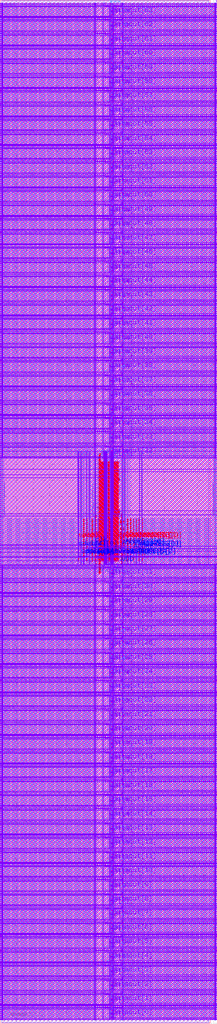
<source format=lef>
VERSION 5.8 ;
BUSBITCHARS "[]" ; 
DIVIDERCHAR "/" ; 


PROPERTYDEFINITIONS 
  MACRO CatenaDesignType STRING ; 
END PROPERTYDEFINITIONS 


MACRO srambank_128x4x64_6t122 
  CLASS BLOCK ; 
  ORIGIN 0 0 ; 
  FOREIGN srambank_128x4x64_6t122 0 0 ; 
  SIZE 64 BY 311.04 ; 
  SYMMETRY X Y ; 
  SITE coreSite ; 
  PIN VDD 
    DIRECTION INOUT ; 
    USE POWER ; 
    PORT 
      LAYER M4 ; 
        RECT 0.376 4.688 65.768 4.88 ; 
        RECT 0.376 9.008 65.768 9.2 ; 
        RECT 0.376 13.328 65.768 13.52 ; 
        RECT 0.376 17.648 65.768 17.84 ; 
        RECT 0.376 21.968 65.768 22.16 ; 
        RECT 0.376 26.288 65.768 26.48 ; 
        RECT 0.376 30.608 65.768 30.8 ; 
        RECT 0.376 34.928 65.768 35.12 ; 
        RECT 0.376 39.248 65.768 39.44 ; 
        RECT 0.376 43.568 65.768 43.76 ; 
        RECT 0.376 47.888 65.768 48.08 ; 
        RECT 0.376 52.208 65.768 52.4 ; 
        RECT 0.376 56.528 65.768 56.72 ; 
        RECT 0.376 60.848 65.768 61.04 ; 
        RECT 0.376 65.168 65.768 65.36 ; 
        RECT 0.376 69.488 65.768 69.68 ; 
        RECT 0.376 73.808 65.768 74 ; 
        RECT 0.376 78.128 65.768 78.32 ; 
        RECT 0.376 82.448 65.768 82.64 ; 
        RECT 0.376 86.768 65.768 86.96 ; 
        RECT 0.376 91.088 65.768 91.28 ; 
        RECT 0.376 95.408 65.768 95.6 ; 
        RECT 0.376 99.728 65.768 99.92 ; 
        RECT 0.376 104.048 65.768 104.24 ; 
        RECT 0.376 108.368 65.768 108.56 ; 
        RECT 0.376 112.688 65.768 112.88 ; 
        RECT 0.376 117.008 65.768 117.2 ; 
        RECT 0.376 121.328 65.768 121.52 ; 
        RECT 0.376 125.648 65.768 125.84 ; 
        RECT 0.376 129.968 65.768 130.16 ; 
        RECT 0.376 134.288 65.768 134.48 ; 
        RECT 0.376 138.608 65.768 138.8 ; 
        RECT 14.256 140.532 51.84 141.396 ; 
        RECT 36.788 154.548 37.352 154.644 ; 
        RECT 36.264 139.412 37.316 139.508 ; 
        RECT 29.592 153.204 36.504 154.068 ; 
        RECT 29.592 165.876 36.504 166.74 ; 
        RECT 0.376 175.436 65.768 175.628 ; 
        RECT 0.376 179.756 65.768 179.948 ; 
        RECT 0.376 184.076 65.768 184.268 ; 
        RECT 0.376 188.396 65.768 188.588 ; 
        RECT 0.376 192.716 65.768 192.908 ; 
        RECT 0.376 197.036 65.768 197.228 ; 
        RECT 0.376 201.356 65.768 201.548 ; 
        RECT 0.376 205.676 65.768 205.868 ; 
        RECT 0.376 209.996 65.768 210.188 ; 
        RECT 0.376 214.316 65.768 214.508 ; 
        RECT 0.376 218.636 65.768 218.828 ; 
        RECT 0.376 222.956 65.768 223.148 ; 
        RECT 0.376 227.276 65.768 227.468 ; 
        RECT 0.376 231.596 65.768 231.788 ; 
        RECT 0.376 235.916 65.768 236.108 ; 
        RECT 0.376 240.236 65.768 240.428 ; 
        RECT 0.376 244.556 65.768 244.748 ; 
        RECT 0.376 248.876 65.768 249.068 ; 
        RECT 0.376 253.196 65.768 253.388 ; 
        RECT 0.376 257.516 65.768 257.708 ; 
        RECT 0.376 261.836 65.768 262.028 ; 
        RECT 0.376 266.156 65.768 266.348 ; 
        RECT 0.376 270.476 65.768 270.668 ; 
        RECT 0.376 274.796 65.768 274.988 ; 
        RECT 0.376 279.116 65.768 279.308 ; 
        RECT 0.376 283.436 65.768 283.628 ; 
        RECT 0.376 287.756 65.768 287.948 ; 
        RECT 0.376 292.076 65.768 292.268 ; 
        RECT 0.376 296.396 65.768 296.588 ; 
        RECT 0.376 300.716 65.768 300.908 ; 
        RECT 0.376 305.036 65.768 305.228 ; 
        RECT 0.376 309.356 65.768 309.548 ; 
      LAYER M3 ; 
        RECT 65.576 0.866 65.648 5.506 ; 
        RECT 37.136 0.868 37.208 5.504 ; 
        RECT 31.52 1.028 31.88 5.484 ; 
        RECT 28.928 0.868 29 5.504 ; 
        RECT 0.488 0.866 0.56 5.506 ; 
        RECT 65.576 5.186 65.648 9.826 ; 
        RECT 37.136 5.188 37.208 9.824 ; 
        RECT 31.52 5.348 31.88 9.804 ; 
        RECT 28.928 5.188 29 9.824 ; 
        RECT 0.488 5.186 0.56 9.826 ; 
        RECT 65.576 9.506 65.648 14.146 ; 
        RECT 37.136 9.508 37.208 14.144 ; 
        RECT 31.52 9.668 31.88 14.124 ; 
        RECT 28.928 9.508 29 14.144 ; 
        RECT 0.488 9.506 0.56 14.146 ; 
        RECT 65.576 13.826 65.648 18.466 ; 
        RECT 37.136 13.828 37.208 18.464 ; 
        RECT 31.52 13.988 31.88 18.444 ; 
        RECT 28.928 13.828 29 18.464 ; 
        RECT 0.488 13.826 0.56 18.466 ; 
        RECT 65.576 18.146 65.648 22.786 ; 
        RECT 37.136 18.148 37.208 22.784 ; 
        RECT 31.52 18.308 31.88 22.764 ; 
        RECT 28.928 18.148 29 22.784 ; 
        RECT 0.488 18.146 0.56 22.786 ; 
        RECT 65.576 22.466 65.648 27.106 ; 
        RECT 37.136 22.468 37.208 27.104 ; 
        RECT 31.52 22.628 31.88 27.084 ; 
        RECT 28.928 22.468 29 27.104 ; 
        RECT 0.488 22.466 0.56 27.106 ; 
        RECT 65.576 26.786 65.648 31.426 ; 
        RECT 37.136 26.788 37.208 31.424 ; 
        RECT 31.52 26.948 31.88 31.404 ; 
        RECT 28.928 26.788 29 31.424 ; 
        RECT 0.488 26.786 0.56 31.426 ; 
        RECT 65.576 31.106 65.648 35.746 ; 
        RECT 37.136 31.108 37.208 35.744 ; 
        RECT 31.52 31.268 31.88 35.724 ; 
        RECT 28.928 31.108 29 35.744 ; 
        RECT 0.488 31.106 0.56 35.746 ; 
        RECT 65.576 35.426 65.648 40.066 ; 
        RECT 37.136 35.428 37.208 40.064 ; 
        RECT 31.52 35.588 31.88 40.044 ; 
        RECT 28.928 35.428 29 40.064 ; 
        RECT 0.488 35.426 0.56 40.066 ; 
        RECT 65.576 39.746 65.648 44.386 ; 
        RECT 37.136 39.748 37.208 44.384 ; 
        RECT 31.52 39.908 31.88 44.364 ; 
        RECT 28.928 39.748 29 44.384 ; 
        RECT 0.488 39.746 0.56 44.386 ; 
        RECT 65.576 44.066 65.648 48.706 ; 
        RECT 37.136 44.068 37.208 48.704 ; 
        RECT 31.52 44.228 31.88 48.684 ; 
        RECT 28.928 44.068 29 48.704 ; 
        RECT 0.488 44.066 0.56 48.706 ; 
        RECT 65.576 48.386 65.648 53.026 ; 
        RECT 37.136 48.388 37.208 53.024 ; 
        RECT 31.52 48.548 31.88 53.004 ; 
        RECT 28.928 48.388 29 53.024 ; 
        RECT 0.488 48.386 0.56 53.026 ; 
        RECT 65.576 52.706 65.648 57.346 ; 
        RECT 37.136 52.708 37.208 57.344 ; 
        RECT 31.52 52.868 31.88 57.324 ; 
        RECT 28.928 52.708 29 57.344 ; 
        RECT 0.488 52.706 0.56 57.346 ; 
        RECT 65.576 57.026 65.648 61.666 ; 
        RECT 37.136 57.028 37.208 61.664 ; 
        RECT 31.52 57.188 31.88 61.644 ; 
        RECT 28.928 57.028 29 61.664 ; 
        RECT 0.488 57.026 0.56 61.666 ; 
        RECT 65.576 61.346 65.648 65.986 ; 
        RECT 37.136 61.348 37.208 65.984 ; 
        RECT 31.52 61.508 31.88 65.964 ; 
        RECT 28.928 61.348 29 65.984 ; 
        RECT 0.488 61.346 0.56 65.986 ; 
        RECT 65.576 65.666 65.648 70.306 ; 
        RECT 37.136 65.668 37.208 70.304 ; 
        RECT 31.52 65.828 31.88 70.284 ; 
        RECT 28.928 65.668 29 70.304 ; 
        RECT 0.488 65.666 0.56 70.306 ; 
        RECT 65.576 69.986 65.648 74.626 ; 
        RECT 37.136 69.988 37.208 74.624 ; 
        RECT 31.52 70.148 31.88 74.604 ; 
        RECT 28.928 69.988 29 74.624 ; 
        RECT 0.488 69.986 0.56 74.626 ; 
        RECT 65.576 74.306 65.648 78.946 ; 
        RECT 37.136 74.308 37.208 78.944 ; 
        RECT 31.52 74.468 31.88 78.924 ; 
        RECT 28.928 74.308 29 78.944 ; 
        RECT 0.488 74.306 0.56 78.946 ; 
        RECT 65.576 78.626 65.648 83.266 ; 
        RECT 37.136 78.628 37.208 83.264 ; 
        RECT 31.52 78.788 31.88 83.244 ; 
        RECT 28.928 78.628 29 83.264 ; 
        RECT 0.488 78.626 0.56 83.266 ; 
        RECT 65.576 82.946 65.648 87.586 ; 
        RECT 37.136 82.948 37.208 87.584 ; 
        RECT 31.52 83.108 31.88 87.564 ; 
        RECT 28.928 82.948 29 87.584 ; 
        RECT 0.488 82.946 0.56 87.586 ; 
        RECT 65.576 87.266 65.648 91.906 ; 
        RECT 37.136 87.268 37.208 91.904 ; 
        RECT 31.52 87.428 31.88 91.884 ; 
        RECT 28.928 87.268 29 91.904 ; 
        RECT 0.488 87.266 0.56 91.906 ; 
        RECT 65.576 91.586 65.648 96.226 ; 
        RECT 37.136 91.588 37.208 96.224 ; 
        RECT 31.52 91.748 31.88 96.204 ; 
        RECT 28.928 91.588 29 96.224 ; 
        RECT 0.488 91.586 0.56 96.226 ; 
        RECT 65.576 95.906 65.648 100.546 ; 
        RECT 37.136 95.908 37.208 100.544 ; 
        RECT 31.52 96.068 31.88 100.524 ; 
        RECT 28.928 95.908 29 100.544 ; 
        RECT 0.488 95.906 0.56 100.546 ; 
        RECT 65.576 100.226 65.648 104.866 ; 
        RECT 37.136 100.228 37.208 104.864 ; 
        RECT 31.52 100.388 31.88 104.844 ; 
        RECT 28.928 100.228 29 104.864 ; 
        RECT 0.488 100.226 0.56 104.866 ; 
        RECT 65.576 104.546 65.648 109.186 ; 
        RECT 37.136 104.548 37.208 109.184 ; 
        RECT 31.52 104.708 31.88 109.164 ; 
        RECT 28.928 104.548 29 109.184 ; 
        RECT 0.488 104.546 0.56 109.186 ; 
        RECT 65.576 108.866 65.648 113.506 ; 
        RECT 37.136 108.868 37.208 113.504 ; 
        RECT 31.52 109.028 31.88 113.484 ; 
        RECT 28.928 108.868 29 113.504 ; 
        RECT 0.488 108.866 0.56 113.506 ; 
        RECT 65.576 113.186 65.648 117.826 ; 
        RECT 37.136 113.188 37.208 117.824 ; 
        RECT 31.52 113.348 31.88 117.804 ; 
        RECT 28.928 113.188 29 117.824 ; 
        RECT 0.488 113.186 0.56 117.826 ; 
        RECT 65.576 117.506 65.648 122.146 ; 
        RECT 37.136 117.508 37.208 122.144 ; 
        RECT 31.52 117.668 31.88 122.124 ; 
        RECT 28.928 117.508 29 122.144 ; 
        RECT 0.488 117.506 0.56 122.146 ; 
        RECT 65.576 121.826 65.648 126.466 ; 
        RECT 37.136 121.828 37.208 126.464 ; 
        RECT 31.52 121.988 31.88 126.444 ; 
        RECT 28.928 121.828 29 126.464 ; 
        RECT 0.488 121.826 0.56 126.466 ; 
        RECT 65.576 126.146 65.648 130.786 ; 
        RECT 37.136 126.148 37.208 130.784 ; 
        RECT 31.52 126.308 31.88 130.764 ; 
        RECT 28.928 126.148 29 130.784 ; 
        RECT 0.488 126.146 0.56 130.786 ; 
        RECT 65.576 130.466 65.648 135.106 ; 
        RECT 37.136 130.468 37.208 135.104 ; 
        RECT 31.52 130.628 31.88 135.084 ; 
        RECT 28.928 130.468 29 135.104 ; 
        RECT 0.488 130.466 0.56 135.106 ; 
        RECT 65.576 134.786 65.648 139.426 ; 
        RECT 37.136 134.788 37.208 139.424 ; 
        RECT 31.52 134.948 31.88 139.404 ; 
        RECT 28.928 134.788 29 139.424 ; 
        RECT 0.488 134.786 0.56 139.426 ; 
        RECT 65.556 139.082 65.628 171.91 ; 
        RECT 37.188 154.36 37.26 171.754 ; 
        RECT 37.116 139.214 37.188 139.766 ; 
        RECT 31.644 140.376 32.58 170.708 ; 
        RECT 31.5 170.376 31.86 171.88 ; 
        RECT 31.5 139.24 31.86 140.744 ; 
        RECT 0.468 139.082 0.54 171.91 ; 
        RECT 65.576 171.614 65.648 176.254 ; 
        RECT 37.136 171.616 37.208 176.252 ; 
        RECT 31.52 171.776 31.88 176.232 ; 
        RECT 28.928 171.616 29 176.252 ; 
        RECT 0.488 171.614 0.56 176.254 ; 
        RECT 65.576 175.934 65.648 180.574 ; 
        RECT 37.136 175.936 37.208 180.572 ; 
        RECT 31.52 176.096 31.88 180.552 ; 
        RECT 28.928 175.936 29 180.572 ; 
        RECT 0.488 175.934 0.56 180.574 ; 
        RECT 65.576 180.254 65.648 184.894 ; 
        RECT 37.136 180.256 37.208 184.892 ; 
        RECT 31.52 180.416 31.88 184.872 ; 
        RECT 28.928 180.256 29 184.892 ; 
        RECT 0.488 180.254 0.56 184.894 ; 
        RECT 65.576 184.574 65.648 189.214 ; 
        RECT 37.136 184.576 37.208 189.212 ; 
        RECT 31.52 184.736 31.88 189.192 ; 
        RECT 28.928 184.576 29 189.212 ; 
        RECT 0.488 184.574 0.56 189.214 ; 
        RECT 65.576 188.894 65.648 193.534 ; 
        RECT 37.136 188.896 37.208 193.532 ; 
        RECT 31.52 189.056 31.88 193.512 ; 
        RECT 28.928 188.896 29 193.532 ; 
        RECT 0.488 188.894 0.56 193.534 ; 
        RECT 65.576 193.214 65.648 197.854 ; 
        RECT 37.136 193.216 37.208 197.852 ; 
        RECT 31.52 193.376 31.88 197.832 ; 
        RECT 28.928 193.216 29 197.852 ; 
        RECT 0.488 193.214 0.56 197.854 ; 
        RECT 65.576 197.534 65.648 202.174 ; 
        RECT 37.136 197.536 37.208 202.172 ; 
        RECT 31.52 197.696 31.88 202.152 ; 
        RECT 28.928 197.536 29 202.172 ; 
        RECT 0.488 197.534 0.56 202.174 ; 
        RECT 65.576 201.854 65.648 206.494 ; 
        RECT 37.136 201.856 37.208 206.492 ; 
        RECT 31.52 202.016 31.88 206.472 ; 
        RECT 28.928 201.856 29 206.492 ; 
        RECT 0.488 201.854 0.56 206.494 ; 
        RECT 65.576 206.174 65.648 210.814 ; 
        RECT 37.136 206.176 37.208 210.812 ; 
        RECT 31.52 206.336 31.88 210.792 ; 
        RECT 28.928 206.176 29 210.812 ; 
        RECT 0.488 206.174 0.56 210.814 ; 
        RECT 65.576 210.494 65.648 215.134 ; 
        RECT 37.136 210.496 37.208 215.132 ; 
        RECT 31.52 210.656 31.88 215.112 ; 
        RECT 28.928 210.496 29 215.132 ; 
        RECT 0.488 210.494 0.56 215.134 ; 
        RECT 65.576 214.814 65.648 219.454 ; 
        RECT 37.136 214.816 37.208 219.452 ; 
        RECT 31.52 214.976 31.88 219.432 ; 
        RECT 28.928 214.816 29 219.452 ; 
        RECT 0.488 214.814 0.56 219.454 ; 
        RECT 65.576 219.134 65.648 223.774 ; 
        RECT 37.136 219.136 37.208 223.772 ; 
        RECT 31.52 219.296 31.88 223.752 ; 
        RECT 28.928 219.136 29 223.772 ; 
        RECT 0.488 219.134 0.56 223.774 ; 
        RECT 65.576 223.454 65.648 228.094 ; 
        RECT 37.136 223.456 37.208 228.092 ; 
        RECT 31.52 223.616 31.88 228.072 ; 
        RECT 28.928 223.456 29 228.092 ; 
        RECT 0.488 223.454 0.56 228.094 ; 
        RECT 65.576 227.774 65.648 232.414 ; 
        RECT 37.136 227.776 37.208 232.412 ; 
        RECT 31.52 227.936 31.88 232.392 ; 
        RECT 28.928 227.776 29 232.412 ; 
        RECT 0.488 227.774 0.56 232.414 ; 
        RECT 65.576 232.094 65.648 236.734 ; 
        RECT 37.136 232.096 37.208 236.732 ; 
        RECT 31.52 232.256 31.88 236.712 ; 
        RECT 28.928 232.096 29 236.732 ; 
        RECT 0.488 232.094 0.56 236.734 ; 
        RECT 65.576 236.414 65.648 241.054 ; 
        RECT 37.136 236.416 37.208 241.052 ; 
        RECT 31.52 236.576 31.88 241.032 ; 
        RECT 28.928 236.416 29 241.052 ; 
        RECT 0.488 236.414 0.56 241.054 ; 
        RECT 65.576 240.734 65.648 245.374 ; 
        RECT 37.136 240.736 37.208 245.372 ; 
        RECT 31.52 240.896 31.88 245.352 ; 
        RECT 28.928 240.736 29 245.372 ; 
        RECT 0.488 240.734 0.56 245.374 ; 
        RECT 65.576 245.054 65.648 249.694 ; 
        RECT 37.136 245.056 37.208 249.692 ; 
        RECT 31.52 245.216 31.88 249.672 ; 
        RECT 28.928 245.056 29 249.692 ; 
        RECT 0.488 245.054 0.56 249.694 ; 
        RECT 65.576 249.374 65.648 254.014 ; 
        RECT 37.136 249.376 37.208 254.012 ; 
        RECT 31.52 249.536 31.88 253.992 ; 
        RECT 28.928 249.376 29 254.012 ; 
        RECT 0.488 249.374 0.56 254.014 ; 
        RECT 65.576 253.694 65.648 258.334 ; 
        RECT 37.136 253.696 37.208 258.332 ; 
        RECT 31.52 253.856 31.88 258.312 ; 
        RECT 28.928 253.696 29 258.332 ; 
        RECT 0.488 253.694 0.56 258.334 ; 
        RECT 65.576 258.014 65.648 262.654 ; 
        RECT 37.136 258.016 37.208 262.652 ; 
        RECT 31.52 258.176 31.88 262.632 ; 
        RECT 28.928 258.016 29 262.652 ; 
        RECT 0.488 258.014 0.56 262.654 ; 
        RECT 65.576 262.334 65.648 266.974 ; 
        RECT 37.136 262.336 37.208 266.972 ; 
        RECT 31.52 262.496 31.88 266.952 ; 
        RECT 28.928 262.336 29 266.972 ; 
        RECT 0.488 262.334 0.56 266.974 ; 
        RECT 65.576 266.654 65.648 271.294 ; 
        RECT 37.136 266.656 37.208 271.292 ; 
        RECT 31.52 266.816 31.88 271.272 ; 
        RECT 28.928 266.656 29 271.292 ; 
        RECT 0.488 266.654 0.56 271.294 ; 
        RECT 65.576 270.974 65.648 275.614 ; 
        RECT 37.136 270.976 37.208 275.612 ; 
        RECT 31.52 271.136 31.88 275.592 ; 
        RECT 28.928 270.976 29 275.612 ; 
        RECT 0.488 270.974 0.56 275.614 ; 
        RECT 65.576 275.294 65.648 279.934 ; 
        RECT 37.136 275.296 37.208 279.932 ; 
        RECT 31.52 275.456 31.88 279.912 ; 
        RECT 28.928 275.296 29 279.932 ; 
        RECT 0.488 275.294 0.56 279.934 ; 
        RECT 65.576 279.614 65.648 284.254 ; 
        RECT 37.136 279.616 37.208 284.252 ; 
        RECT 31.52 279.776 31.88 284.232 ; 
        RECT 28.928 279.616 29 284.252 ; 
        RECT 0.488 279.614 0.56 284.254 ; 
        RECT 65.576 283.934 65.648 288.574 ; 
        RECT 37.136 283.936 37.208 288.572 ; 
        RECT 31.52 284.096 31.88 288.552 ; 
        RECT 28.928 283.936 29 288.572 ; 
        RECT 0.488 283.934 0.56 288.574 ; 
        RECT 65.576 288.254 65.648 292.894 ; 
        RECT 37.136 288.256 37.208 292.892 ; 
        RECT 31.52 288.416 31.88 292.872 ; 
        RECT 28.928 288.256 29 292.892 ; 
        RECT 0.488 288.254 0.56 292.894 ; 
        RECT 65.576 292.574 65.648 297.214 ; 
        RECT 37.136 292.576 37.208 297.212 ; 
        RECT 31.52 292.736 31.88 297.192 ; 
        RECT 28.928 292.576 29 297.212 ; 
        RECT 0.488 292.574 0.56 297.214 ; 
        RECT 65.576 296.894 65.648 301.534 ; 
        RECT 37.136 296.896 37.208 301.532 ; 
        RECT 31.52 297.056 31.88 301.512 ; 
        RECT 28.928 296.896 29 301.532 ; 
        RECT 0.488 296.894 0.56 301.534 ; 
        RECT 65.576 301.214 65.648 305.854 ; 
        RECT 37.136 301.216 37.208 305.852 ; 
        RECT 31.52 301.376 31.88 305.832 ; 
        RECT 28.928 301.216 29 305.852 ; 
        RECT 0.488 301.214 0.56 305.854 ; 
        RECT 65.576 305.534 65.648 310.174 ; 
        RECT 37.136 305.536 37.208 310.172 ; 
        RECT 31.52 305.696 31.88 310.152 ; 
        RECT 28.928 305.536 29 310.172 ; 
        RECT 0.488 305.534 0.56 310.174 ; 
      LAYER V3 ; 
        RECT 0.488 4.688 0.56 4.88 ; 
        RECT 28.928 4.688 29 4.88 ; 
        RECT 31.52 4.688 31.88 4.88 ; 
        RECT 37.136 4.688 37.208 4.88 ; 
        RECT 65.576 4.688 65.648 4.88 ; 
        RECT 0.488 9.008 0.56 9.2 ; 
        RECT 28.928 9.008 29 9.2 ; 
        RECT 31.52 9.008 31.88 9.2 ; 
        RECT 37.136 9.008 37.208 9.2 ; 
        RECT 65.576 9.008 65.648 9.2 ; 
        RECT 0.488 13.328 0.56 13.52 ; 
        RECT 28.928 13.328 29 13.52 ; 
        RECT 31.52 13.328 31.88 13.52 ; 
        RECT 37.136 13.328 37.208 13.52 ; 
        RECT 65.576 13.328 65.648 13.52 ; 
        RECT 0.488 17.648 0.56 17.84 ; 
        RECT 28.928 17.648 29 17.84 ; 
        RECT 31.52 17.648 31.88 17.84 ; 
        RECT 37.136 17.648 37.208 17.84 ; 
        RECT 65.576 17.648 65.648 17.84 ; 
        RECT 0.488 21.968 0.56 22.16 ; 
        RECT 28.928 21.968 29 22.16 ; 
        RECT 31.52 21.968 31.88 22.16 ; 
        RECT 37.136 21.968 37.208 22.16 ; 
        RECT 65.576 21.968 65.648 22.16 ; 
        RECT 0.488 26.288 0.56 26.48 ; 
        RECT 28.928 26.288 29 26.48 ; 
        RECT 31.52 26.288 31.88 26.48 ; 
        RECT 37.136 26.288 37.208 26.48 ; 
        RECT 65.576 26.288 65.648 26.48 ; 
        RECT 0.488 30.608 0.56 30.8 ; 
        RECT 28.928 30.608 29 30.8 ; 
        RECT 31.52 30.608 31.88 30.8 ; 
        RECT 37.136 30.608 37.208 30.8 ; 
        RECT 65.576 30.608 65.648 30.8 ; 
        RECT 0.488 34.928 0.56 35.12 ; 
        RECT 28.928 34.928 29 35.12 ; 
        RECT 31.52 34.928 31.88 35.12 ; 
        RECT 37.136 34.928 37.208 35.12 ; 
        RECT 65.576 34.928 65.648 35.12 ; 
        RECT 0.488 39.248 0.56 39.44 ; 
        RECT 28.928 39.248 29 39.44 ; 
        RECT 31.52 39.248 31.88 39.44 ; 
        RECT 37.136 39.248 37.208 39.44 ; 
        RECT 65.576 39.248 65.648 39.44 ; 
        RECT 0.488 43.568 0.56 43.76 ; 
        RECT 28.928 43.568 29 43.76 ; 
        RECT 31.52 43.568 31.88 43.76 ; 
        RECT 37.136 43.568 37.208 43.76 ; 
        RECT 65.576 43.568 65.648 43.76 ; 
        RECT 0.488 47.888 0.56 48.08 ; 
        RECT 28.928 47.888 29 48.08 ; 
        RECT 31.52 47.888 31.88 48.08 ; 
        RECT 37.136 47.888 37.208 48.08 ; 
        RECT 65.576 47.888 65.648 48.08 ; 
        RECT 0.488 52.208 0.56 52.4 ; 
        RECT 28.928 52.208 29 52.4 ; 
        RECT 31.52 52.208 31.88 52.4 ; 
        RECT 37.136 52.208 37.208 52.4 ; 
        RECT 65.576 52.208 65.648 52.4 ; 
        RECT 0.488 56.528 0.56 56.72 ; 
        RECT 28.928 56.528 29 56.72 ; 
        RECT 31.52 56.528 31.88 56.72 ; 
        RECT 37.136 56.528 37.208 56.72 ; 
        RECT 65.576 56.528 65.648 56.72 ; 
        RECT 0.488 60.848 0.56 61.04 ; 
        RECT 28.928 60.848 29 61.04 ; 
        RECT 31.52 60.848 31.88 61.04 ; 
        RECT 37.136 60.848 37.208 61.04 ; 
        RECT 65.576 60.848 65.648 61.04 ; 
        RECT 0.488 65.168 0.56 65.36 ; 
        RECT 28.928 65.168 29 65.36 ; 
        RECT 31.52 65.168 31.88 65.36 ; 
        RECT 37.136 65.168 37.208 65.36 ; 
        RECT 65.576 65.168 65.648 65.36 ; 
        RECT 0.488 69.488 0.56 69.68 ; 
        RECT 28.928 69.488 29 69.68 ; 
        RECT 31.52 69.488 31.88 69.68 ; 
        RECT 37.136 69.488 37.208 69.68 ; 
        RECT 65.576 69.488 65.648 69.68 ; 
        RECT 0.488 73.808 0.56 74 ; 
        RECT 28.928 73.808 29 74 ; 
        RECT 31.52 73.808 31.88 74 ; 
        RECT 37.136 73.808 37.208 74 ; 
        RECT 65.576 73.808 65.648 74 ; 
        RECT 0.488 78.128 0.56 78.32 ; 
        RECT 28.928 78.128 29 78.32 ; 
        RECT 31.52 78.128 31.88 78.32 ; 
        RECT 37.136 78.128 37.208 78.32 ; 
        RECT 65.576 78.128 65.648 78.32 ; 
        RECT 0.488 82.448 0.56 82.64 ; 
        RECT 28.928 82.448 29 82.64 ; 
        RECT 31.52 82.448 31.88 82.64 ; 
        RECT 37.136 82.448 37.208 82.64 ; 
        RECT 65.576 82.448 65.648 82.64 ; 
        RECT 0.488 86.768 0.56 86.96 ; 
        RECT 28.928 86.768 29 86.96 ; 
        RECT 31.52 86.768 31.88 86.96 ; 
        RECT 37.136 86.768 37.208 86.96 ; 
        RECT 65.576 86.768 65.648 86.96 ; 
        RECT 0.488 91.088 0.56 91.28 ; 
        RECT 28.928 91.088 29 91.28 ; 
        RECT 31.52 91.088 31.88 91.28 ; 
        RECT 37.136 91.088 37.208 91.28 ; 
        RECT 65.576 91.088 65.648 91.28 ; 
        RECT 0.488 95.408 0.56 95.6 ; 
        RECT 28.928 95.408 29 95.6 ; 
        RECT 31.52 95.408 31.88 95.6 ; 
        RECT 37.136 95.408 37.208 95.6 ; 
        RECT 65.576 95.408 65.648 95.6 ; 
        RECT 0.488 99.728 0.56 99.92 ; 
        RECT 28.928 99.728 29 99.92 ; 
        RECT 31.52 99.728 31.88 99.92 ; 
        RECT 37.136 99.728 37.208 99.92 ; 
        RECT 65.576 99.728 65.648 99.92 ; 
        RECT 0.488 104.048 0.56 104.24 ; 
        RECT 28.928 104.048 29 104.24 ; 
        RECT 31.52 104.048 31.88 104.24 ; 
        RECT 37.136 104.048 37.208 104.24 ; 
        RECT 65.576 104.048 65.648 104.24 ; 
        RECT 0.488 108.368 0.56 108.56 ; 
        RECT 28.928 108.368 29 108.56 ; 
        RECT 31.52 108.368 31.88 108.56 ; 
        RECT 37.136 108.368 37.208 108.56 ; 
        RECT 65.576 108.368 65.648 108.56 ; 
        RECT 0.488 112.688 0.56 112.88 ; 
        RECT 28.928 112.688 29 112.88 ; 
        RECT 31.52 112.688 31.88 112.88 ; 
        RECT 37.136 112.688 37.208 112.88 ; 
        RECT 65.576 112.688 65.648 112.88 ; 
        RECT 0.488 117.008 0.56 117.2 ; 
        RECT 28.928 117.008 29 117.2 ; 
        RECT 31.52 117.008 31.88 117.2 ; 
        RECT 37.136 117.008 37.208 117.2 ; 
        RECT 65.576 117.008 65.648 117.2 ; 
        RECT 0.488 121.328 0.56 121.52 ; 
        RECT 28.928 121.328 29 121.52 ; 
        RECT 31.52 121.328 31.88 121.52 ; 
        RECT 37.136 121.328 37.208 121.52 ; 
        RECT 65.576 121.328 65.648 121.52 ; 
        RECT 0.488 125.648 0.56 125.84 ; 
        RECT 28.928 125.648 29 125.84 ; 
        RECT 31.52 125.648 31.88 125.84 ; 
        RECT 37.136 125.648 37.208 125.84 ; 
        RECT 65.576 125.648 65.648 125.84 ; 
        RECT 0.488 129.968 0.56 130.16 ; 
        RECT 28.928 129.968 29 130.16 ; 
        RECT 31.52 129.968 31.88 130.16 ; 
        RECT 37.136 129.968 37.208 130.16 ; 
        RECT 65.576 129.968 65.648 130.16 ; 
        RECT 0.488 134.288 0.56 134.48 ; 
        RECT 28.928 134.288 29 134.48 ; 
        RECT 31.52 134.288 31.88 134.48 ; 
        RECT 37.136 134.288 37.208 134.48 ; 
        RECT 65.576 134.288 65.648 134.48 ; 
        RECT 0.488 138.608 0.56 138.8 ; 
        RECT 28.928 138.608 29 138.8 ; 
        RECT 31.52 138.608 31.88 138.8 ; 
        RECT 37.136 138.608 37.208 138.8 ; 
        RECT 65.576 138.608 65.648 138.8 ; 
        RECT 31.66 165.876 31.732 166.74 ; 
        RECT 31.66 153.204 31.732 154.068 ; 
        RECT 31.66 140.532 31.732 141.396 ; 
        RECT 31.868 165.876 31.94 166.74 ; 
        RECT 31.868 153.204 31.94 154.068 ; 
        RECT 31.868 140.532 31.94 141.396 ; 
        RECT 32.076 165.876 32.148 166.74 ; 
        RECT 32.076 153.204 32.148 154.068 ; 
        RECT 32.076 140.532 32.148 141.396 ; 
        RECT 32.284 165.876 32.356 166.74 ; 
        RECT 32.284 153.204 32.356 154.068 ; 
        RECT 32.284 140.532 32.356 141.396 ; 
        RECT 32.492 165.876 32.564 166.74 ; 
        RECT 32.492 153.204 32.564 154.068 ; 
        RECT 32.492 140.532 32.564 141.396 ; 
        RECT 37.116 139.412 37.188 139.508 ; 
        RECT 37.188 154.548 37.26 154.644 ; 
        RECT 0.488 175.436 0.56 175.628 ; 
        RECT 28.928 175.436 29 175.628 ; 
        RECT 31.52 175.436 31.88 175.628 ; 
        RECT 37.136 175.436 37.208 175.628 ; 
        RECT 65.576 175.436 65.648 175.628 ; 
        RECT 0.488 179.756 0.56 179.948 ; 
        RECT 28.928 179.756 29 179.948 ; 
        RECT 31.52 179.756 31.88 179.948 ; 
        RECT 37.136 179.756 37.208 179.948 ; 
        RECT 65.576 179.756 65.648 179.948 ; 
        RECT 0.488 184.076 0.56 184.268 ; 
        RECT 28.928 184.076 29 184.268 ; 
        RECT 31.52 184.076 31.88 184.268 ; 
        RECT 37.136 184.076 37.208 184.268 ; 
        RECT 65.576 184.076 65.648 184.268 ; 
        RECT 0.488 188.396 0.56 188.588 ; 
        RECT 28.928 188.396 29 188.588 ; 
        RECT 31.52 188.396 31.88 188.588 ; 
        RECT 37.136 188.396 37.208 188.588 ; 
        RECT 65.576 188.396 65.648 188.588 ; 
        RECT 0.488 192.716 0.56 192.908 ; 
        RECT 28.928 192.716 29 192.908 ; 
        RECT 31.52 192.716 31.88 192.908 ; 
        RECT 37.136 192.716 37.208 192.908 ; 
        RECT 65.576 192.716 65.648 192.908 ; 
        RECT 0.488 197.036 0.56 197.228 ; 
        RECT 28.928 197.036 29 197.228 ; 
        RECT 31.52 197.036 31.88 197.228 ; 
        RECT 37.136 197.036 37.208 197.228 ; 
        RECT 65.576 197.036 65.648 197.228 ; 
        RECT 0.488 201.356 0.56 201.548 ; 
        RECT 28.928 201.356 29 201.548 ; 
        RECT 31.52 201.356 31.88 201.548 ; 
        RECT 37.136 201.356 37.208 201.548 ; 
        RECT 65.576 201.356 65.648 201.548 ; 
        RECT 0.488 205.676 0.56 205.868 ; 
        RECT 28.928 205.676 29 205.868 ; 
        RECT 31.52 205.676 31.88 205.868 ; 
        RECT 37.136 205.676 37.208 205.868 ; 
        RECT 65.576 205.676 65.648 205.868 ; 
        RECT 0.488 209.996 0.56 210.188 ; 
        RECT 28.928 209.996 29 210.188 ; 
        RECT 31.52 209.996 31.88 210.188 ; 
        RECT 37.136 209.996 37.208 210.188 ; 
        RECT 65.576 209.996 65.648 210.188 ; 
        RECT 0.488 214.316 0.56 214.508 ; 
        RECT 28.928 214.316 29 214.508 ; 
        RECT 31.52 214.316 31.88 214.508 ; 
        RECT 37.136 214.316 37.208 214.508 ; 
        RECT 65.576 214.316 65.648 214.508 ; 
        RECT 0.488 218.636 0.56 218.828 ; 
        RECT 28.928 218.636 29 218.828 ; 
        RECT 31.52 218.636 31.88 218.828 ; 
        RECT 37.136 218.636 37.208 218.828 ; 
        RECT 65.576 218.636 65.648 218.828 ; 
        RECT 0.488 222.956 0.56 223.148 ; 
        RECT 28.928 222.956 29 223.148 ; 
        RECT 31.52 222.956 31.88 223.148 ; 
        RECT 37.136 222.956 37.208 223.148 ; 
        RECT 65.576 222.956 65.648 223.148 ; 
        RECT 0.488 227.276 0.56 227.468 ; 
        RECT 28.928 227.276 29 227.468 ; 
        RECT 31.52 227.276 31.88 227.468 ; 
        RECT 37.136 227.276 37.208 227.468 ; 
        RECT 65.576 227.276 65.648 227.468 ; 
        RECT 0.488 231.596 0.56 231.788 ; 
        RECT 28.928 231.596 29 231.788 ; 
        RECT 31.52 231.596 31.88 231.788 ; 
        RECT 37.136 231.596 37.208 231.788 ; 
        RECT 65.576 231.596 65.648 231.788 ; 
        RECT 0.488 235.916 0.56 236.108 ; 
        RECT 28.928 235.916 29 236.108 ; 
        RECT 31.52 235.916 31.88 236.108 ; 
        RECT 37.136 235.916 37.208 236.108 ; 
        RECT 65.576 235.916 65.648 236.108 ; 
        RECT 0.488 240.236 0.56 240.428 ; 
        RECT 28.928 240.236 29 240.428 ; 
        RECT 31.52 240.236 31.88 240.428 ; 
        RECT 37.136 240.236 37.208 240.428 ; 
        RECT 65.576 240.236 65.648 240.428 ; 
        RECT 0.488 244.556 0.56 244.748 ; 
        RECT 28.928 244.556 29 244.748 ; 
        RECT 31.52 244.556 31.88 244.748 ; 
        RECT 37.136 244.556 37.208 244.748 ; 
        RECT 65.576 244.556 65.648 244.748 ; 
        RECT 0.488 248.876 0.56 249.068 ; 
        RECT 28.928 248.876 29 249.068 ; 
        RECT 31.52 248.876 31.88 249.068 ; 
        RECT 37.136 248.876 37.208 249.068 ; 
        RECT 65.576 248.876 65.648 249.068 ; 
        RECT 0.488 253.196 0.56 253.388 ; 
        RECT 28.928 253.196 29 253.388 ; 
        RECT 31.52 253.196 31.88 253.388 ; 
        RECT 37.136 253.196 37.208 253.388 ; 
        RECT 65.576 253.196 65.648 253.388 ; 
        RECT 0.488 257.516 0.56 257.708 ; 
        RECT 28.928 257.516 29 257.708 ; 
        RECT 31.52 257.516 31.88 257.708 ; 
        RECT 37.136 257.516 37.208 257.708 ; 
        RECT 65.576 257.516 65.648 257.708 ; 
        RECT 0.488 261.836 0.56 262.028 ; 
        RECT 28.928 261.836 29 262.028 ; 
        RECT 31.52 261.836 31.88 262.028 ; 
        RECT 37.136 261.836 37.208 262.028 ; 
        RECT 65.576 261.836 65.648 262.028 ; 
        RECT 0.488 266.156 0.56 266.348 ; 
        RECT 28.928 266.156 29 266.348 ; 
        RECT 31.52 266.156 31.88 266.348 ; 
        RECT 37.136 266.156 37.208 266.348 ; 
        RECT 65.576 266.156 65.648 266.348 ; 
        RECT 0.488 270.476 0.56 270.668 ; 
        RECT 28.928 270.476 29 270.668 ; 
        RECT 31.52 270.476 31.88 270.668 ; 
        RECT 37.136 270.476 37.208 270.668 ; 
        RECT 65.576 270.476 65.648 270.668 ; 
        RECT 0.488 274.796 0.56 274.988 ; 
        RECT 28.928 274.796 29 274.988 ; 
        RECT 31.52 274.796 31.88 274.988 ; 
        RECT 37.136 274.796 37.208 274.988 ; 
        RECT 65.576 274.796 65.648 274.988 ; 
        RECT 0.488 279.116 0.56 279.308 ; 
        RECT 28.928 279.116 29 279.308 ; 
        RECT 31.52 279.116 31.88 279.308 ; 
        RECT 37.136 279.116 37.208 279.308 ; 
        RECT 65.576 279.116 65.648 279.308 ; 
        RECT 0.488 283.436 0.56 283.628 ; 
        RECT 28.928 283.436 29 283.628 ; 
        RECT 31.52 283.436 31.88 283.628 ; 
        RECT 37.136 283.436 37.208 283.628 ; 
        RECT 65.576 283.436 65.648 283.628 ; 
        RECT 0.488 287.756 0.56 287.948 ; 
        RECT 28.928 287.756 29 287.948 ; 
        RECT 31.52 287.756 31.88 287.948 ; 
        RECT 37.136 287.756 37.208 287.948 ; 
        RECT 65.576 287.756 65.648 287.948 ; 
        RECT 0.488 292.076 0.56 292.268 ; 
        RECT 28.928 292.076 29 292.268 ; 
        RECT 31.52 292.076 31.88 292.268 ; 
        RECT 37.136 292.076 37.208 292.268 ; 
        RECT 65.576 292.076 65.648 292.268 ; 
        RECT 0.488 296.396 0.56 296.588 ; 
        RECT 28.928 296.396 29 296.588 ; 
        RECT 31.52 296.396 31.88 296.588 ; 
        RECT 37.136 296.396 37.208 296.588 ; 
        RECT 65.576 296.396 65.648 296.588 ; 
        RECT 0.488 300.716 0.56 300.908 ; 
        RECT 28.928 300.716 29 300.908 ; 
        RECT 31.52 300.716 31.88 300.908 ; 
        RECT 37.136 300.716 37.208 300.908 ; 
        RECT 65.576 300.716 65.648 300.908 ; 
        RECT 0.488 305.036 0.56 305.228 ; 
        RECT 28.928 305.036 29 305.228 ; 
        RECT 31.52 305.036 31.88 305.228 ; 
        RECT 37.136 305.036 37.208 305.228 ; 
        RECT 65.576 305.036 65.648 305.228 ; 
        RECT 0.488 309.356 0.56 309.548 ; 
        RECT 28.928 309.356 29 309.548 ; 
        RECT 31.52 309.356 31.88 309.548 ; 
        RECT 37.136 309.356 37.208 309.548 ; 
        RECT 65.576 309.356 65.648 309.548 ; 
      LAYER M5 ; 
        RECT 36.864 139.34 36.96 154.716 ; 
      LAYER V4 ; 
        RECT 36.864 154.548 36.96 154.644 ; 
        RECT 36.864 140.532 36.96 141.396 ; 
        RECT 36.864 139.412 36.96 139.508 ; 
    END 
  END VDD 
  PIN VSS 
    DIRECTION INOUT ; 
    USE POWER ; 
    PORT 
      LAYER M4 ; 
        RECT 0.376 4.304 65.748 4.496 ; 
        RECT 0.376 8.624 65.748 8.816 ; 
        RECT 0.376 12.944 65.748 13.136 ; 
        RECT 0.376 17.264 65.748 17.456 ; 
        RECT 0.376 21.584 65.748 21.776 ; 
        RECT 0.376 25.904 65.748 26.096 ; 
        RECT 0.376 30.224 65.748 30.416 ; 
        RECT 0.376 34.544 65.748 34.736 ; 
        RECT 0.376 38.864 65.748 39.056 ; 
        RECT 0.376 43.184 65.748 43.376 ; 
        RECT 0.376 47.504 65.748 47.696 ; 
        RECT 0.376 51.824 65.748 52.016 ; 
        RECT 0.376 56.144 65.748 56.336 ; 
        RECT 0.376 60.464 65.748 60.656 ; 
        RECT 0.376 64.784 65.748 64.976 ; 
        RECT 0.376 69.104 65.748 69.296 ; 
        RECT 0.376 73.424 65.748 73.616 ; 
        RECT 0.376 77.744 65.748 77.936 ; 
        RECT 0.376 82.064 65.748 82.256 ; 
        RECT 0.376 86.384 65.748 86.576 ; 
        RECT 0.376 90.704 65.748 90.896 ; 
        RECT 0.376 95.024 65.748 95.216 ; 
        RECT 0.376 99.344 65.748 99.536 ; 
        RECT 0.376 103.664 65.748 103.856 ; 
        RECT 0.376 107.984 65.748 108.176 ; 
        RECT 0.376 112.304 65.748 112.496 ; 
        RECT 0.376 116.624 65.748 116.816 ; 
        RECT 0.376 120.944 65.748 121.136 ; 
        RECT 0.376 125.264 65.748 125.456 ; 
        RECT 0.376 129.584 65.748 129.776 ; 
        RECT 0.376 133.904 65.748 134.096 ; 
        RECT 0.376 138.224 65.748 138.416 ; 
        RECT 14.256 142.26 51.84 143.124 ; 
        RECT 29.592 154.932 36.504 155.796 ; 
        RECT 29.592 167.604 36.504 168.468 ; 
        RECT 0.376 175.052 65.748 175.244 ; 
        RECT 0.376 179.372 65.748 179.564 ; 
        RECT 0.376 183.692 65.748 183.884 ; 
        RECT 0.376 188.012 65.748 188.204 ; 
        RECT 0.376 192.332 65.748 192.524 ; 
        RECT 0.376 196.652 65.748 196.844 ; 
        RECT 0.376 200.972 65.748 201.164 ; 
        RECT 0.376 205.292 65.748 205.484 ; 
        RECT 0.376 209.612 65.748 209.804 ; 
        RECT 0.376 213.932 65.748 214.124 ; 
        RECT 0.376 218.252 65.748 218.444 ; 
        RECT 0.376 222.572 65.748 222.764 ; 
        RECT 0.376 226.892 65.748 227.084 ; 
        RECT 0.376 231.212 65.748 231.404 ; 
        RECT 0.376 235.532 65.748 235.724 ; 
        RECT 0.376 239.852 65.748 240.044 ; 
        RECT 0.376 244.172 65.748 244.364 ; 
        RECT 0.376 248.492 65.748 248.684 ; 
        RECT 0.376 252.812 65.748 253.004 ; 
        RECT 0.376 257.132 65.748 257.324 ; 
        RECT 0.376 261.452 65.748 261.644 ; 
        RECT 0.376 265.772 65.748 265.964 ; 
        RECT 0.376 270.092 65.748 270.284 ; 
        RECT 0.376 274.412 65.748 274.604 ; 
        RECT 0.376 278.732 65.748 278.924 ; 
        RECT 0.376 283.052 65.748 283.244 ; 
        RECT 0.376 287.372 65.748 287.564 ; 
        RECT 0.376 291.692 65.748 291.884 ; 
        RECT 0.376 296.012 65.748 296.204 ; 
        RECT 0.376 300.332 65.748 300.524 ; 
        RECT 0.376 304.652 65.748 304.844 ; 
        RECT 0.376 308.972 65.748 309.164 ; 
      LAYER M3 ; 
        RECT 65.432 0.866 65.504 5.506 ; 
        RECT 37.352 0.866 37.424 5.506 ; 
        RECT 34.292 1.012 34.436 5.468 ; 
        RECT 33.68 1.012 33.788 5.468 ; 
        RECT 28.712 0.866 28.784 5.506 ; 
        RECT 0.632 0.866 0.704 5.506 ; 
        RECT 65.432 5.186 65.504 9.826 ; 
        RECT 37.352 5.186 37.424 9.826 ; 
        RECT 34.292 5.332 34.436 9.788 ; 
        RECT 33.68 5.332 33.788 9.788 ; 
        RECT 28.712 5.186 28.784 9.826 ; 
        RECT 0.632 5.186 0.704 9.826 ; 
        RECT 65.432 9.506 65.504 14.146 ; 
        RECT 37.352 9.506 37.424 14.146 ; 
        RECT 34.292 9.652 34.436 14.108 ; 
        RECT 33.68 9.652 33.788 14.108 ; 
        RECT 28.712 9.506 28.784 14.146 ; 
        RECT 0.632 9.506 0.704 14.146 ; 
        RECT 65.432 13.826 65.504 18.466 ; 
        RECT 37.352 13.826 37.424 18.466 ; 
        RECT 34.292 13.972 34.436 18.428 ; 
        RECT 33.68 13.972 33.788 18.428 ; 
        RECT 28.712 13.826 28.784 18.466 ; 
        RECT 0.632 13.826 0.704 18.466 ; 
        RECT 65.432 18.146 65.504 22.786 ; 
        RECT 37.352 18.146 37.424 22.786 ; 
        RECT 34.292 18.292 34.436 22.748 ; 
        RECT 33.68 18.292 33.788 22.748 ; 
        RECT 28.712 18.146 28.784 22.786 ; 
        RECT 0.632 18.146 0.704 22.786 ; 
        RECT 65.432 22.466 65.504 27.106 ; 
        RECT 37.352 22.466 37.424 27.106 ; 
        RECT 34.292 22.612 34.436 27.068 ; 
        RECT 33.68 22.612 33.788 27.068 ; 
        RECT 28.712 22.466 28.784 27.106 ; 
        RECT 0.632 22.466 0.704 27.106 ; 
        RECT 65.432 26.786 65.504 31.426 ; 
        RECT 37.352 26.786 37.424 31.426 ; 
        RECT 34.292 26.932 34.436 31.388 ; 
        RECT 33.68 26.932 33.788 31.388 ; 
        RECT 28.712 26.786 28.784 31.426 ; 
        RECT 0.632 26.786 0.704 31.426 ; 
        RECT 65.432 31.106 65.504 35.746 ; 
        RECT 37.352 31.106 37.424 35.746 ; 
        RECT 34.292 31.252 34.436 35.708 ; 
        RECT 33.68 31.252 33.788 35.708 ; 
        RECT 28.712 31.106 28.784 35.746 ; 
        RECT 0.632 31.106 0.704 35.746 ; 
        RECT 65.432 35.426 65.504 40.066 ; 
        RECT 37.352 35.426 37.424 40.066 ; 
        RECT 34.292 35.572 34.436 40.028 ; 
        RECT 33.68 35.572 33.788 40.028 ; 
        RECT 28.712 35.426 28.784 40.066 ; 
        RECT 0.632 35.426 0.704 40.066 ; 
        RECT 65.432 39.746 65.504 44.386 ; 
        RECT 37.352 39.746 37.424 44.386 ; 
        RECT 34.292 39.892 34.436 44.348 ; 
        RECT 33.68 39.892 33.788 44.348 ; 
        RECT 28.712 39.746 28.784 44.386 ; 
        RECT 0.632 39.746 0.704 44.386 ; 
        RECT 65.432 44.066 65.504 48.706 ; 
        RECT 37.352 44.066 37.424 48.706 ; 
        RECT 34.292 44.212 34.436 48.668 ; 
        RECT 33.68 44.212 33.788 48.668 ; 
        RECT 28.712 44.066 28.784 48.706 ; 
        RECT 0.632 44.066 0.704 48.706 ; 
        RECT 65.432 48.386 65.504 53.026 ; 
        RECT 37.352 48.386 37.424 53.026 ; 
        RECT 34.292 48.532 34.436 52.988 ; 
        RECT 33.68 48.532 33.788 52.988 ; 
        RECT 28.712 48.386 28.784 53.026 ; 
        RECT 0.632 48.386 0.704 53.026 ; 
        RECT 65.432 52.706 65.504 57.346 ; 
        RECT 37.352 52.706 37.424 57.346 ; 
        RECT 34.292 52.852 34.436 57.308 ; 
        RECT 33.68 52.852 33.788 57.308 ; 
        RECT 28.712 52.706 28.784 57.346 ; 
        RECT 0.632 52.706 0.704 57.346 ; 
        RECT 65.432 57.026 65.504 61.666 ; 
        RECT 37.352 57.026 37.424 61.666 ; 
        RECT 34.292 57.172 34.436 61.628 ; 
        RECT 33.68 57.172 33.788 61.628 ; 
        RECT 28.712 57.026 28.784 61.666 ; 
        RECT 0.632 57.026 0.704 61.666 ; 
        RECT 65.432 61.346 65.504 65.986 ; 
        RECT 37.352 61.346 37.424 65.986 ; 
        RECT 34.292 61.492 34.436 65.948 ; 
        RECT 33.68 61.492 33.788 65.948 ; 
        RECT 28.712 61.346 28.784 65.986 ; 
        RECT 0.632 61.346 0.704 65.986 ; 
        RECT 65.432 65.666 65.504 70.306 ; 
        RECT 37.352 65.666 37.424 70.306 ; 
        RECT 34.292 65.812 34.436 70.268 ; 
        RECT 33.68 65.812 33.788 70.268 ; 
        RECT 28.712 65.666 28.784 70.306 ; 
        RECT 0.632 65.666 0.704 70.306 ; 
        RECT 65.432 69.986 65.504 74.626 ; 
        RECT 37.352 69.986 37.424 74.626 ; 
        RECT 34.292 70.132 34.436 74.588 ; 
        RECT 33.68 70.132 33.788 74.588 ; 
        RECT 28.712 69.986 28.784 74.626 ; 
        RECT 0.632 69.986 0.704 74.626 ; 
        RECT 65.432 74.306 65.504 78.946 ; 
        RECT 37.352 74.306 37.424 78.946 ; 
        RECT 34.292 74.452 34.436 78.908 ; 
        RECT 33.68 74.452 33.788 78.908 ; 
        RECT 28.712 74.306 28.784 78.946 ; 
        RECT 0.632 74.306 0.704 78.946 ; 
        RECT 65.432 78.626 65.504 83.266 ; 
        RECT 37.352 78.626 37.424 83.266 ; 
        RECT 34.292 78.772 34.436 83.228 ; 
        RECT 33.68 78.772 33.788 83.228 ; 
        RECT 28.712 78.626 28.784 83.266 ; 
        RECT 0.632 78.626 0.704 83.266 ; 
        RECT 65.432 82.946 65.504 87.586 ; 
        RECT 37.352 82.946 37.424 87.586 ; 
        RECT 34.292 83.092 34.436 87.548 ; 
        RECT 33.68 83.092 33.788 87.548 ; 
        RECT 28.712 82.946 28.784 87.586 ; 
        RECT 0.632 82.946 0.704 87.586 ; 
        RECT 65.432 87.266 65.504 91.906 ; 
        RECT 37.352 87.266 37.424 91.906 ; 
        RECT 34.292 87.412 34.436 91.868 ; 
        RECT 33.68 87.412 33.788 91.868 ; 
        RECT 28.712 87.266 28.784 91.906 ; 
        RECT 0.632 87.266 0.704 91.906 ; 
        RECT 65.432 91.586 65.504 96.226 ; 
        RECT 37.352 91.586 37.424 96.226 ; 
        RECT 34.292 91.732 34.436 96.188 ; 
        RECT 33.68 91.732 33.788 96.188 ; 
        RECT 28.712 91.586 28.784 96.226 ; 
        RECT 0.632 91.586 0.704 96.226 ; 
        RECT 65.432 95.906 65.504 100.546 ; 
        RECT 37.352 95.906 37.424 100.546 ; 
        RECT 34.292 96.052 34.436 100.508 ; 
        RECT 33.68 96.052 33.788 100.508 ; 
        RECT 28.712 95.906 28.784 100.546 ; 
        RECT 0.632 95.906 0.704 100.546 ; 
        RECT 65.432 100.226 65.504 104.866 ; 
        RECT 37.352 100.226 37.424 104.866 ; 
        RECT 34.292 100.372 34.436 104.828 ; 
        RECT 33.68 100.372 33.788 104.828 ; 
        RECT 28.712 100.226 28.784 104.866 ; 
        RECT 0.632 100.226 0.704 104.866 ; 
        RECT 65.432 104.546 65.504 109.186 ; 
        RECT 37.352 104.546 37.424 109.186 ; 
        RECT 34.292 104.692 34.436 109.148 ; 
        RECT 33.68 104.692 33.788 109.148 ; 
        RECT 28.712 104.546 28.784 109.186 ; 
        RECT 0.632 104.546 0.704 109.186 ; 
        RECT 65.432 108.866 65.504 113.506 ; 
        RECT 37.352 108.866 37.424 113.506 ; 
        RECT 34.292 109.012 34.436 113.468 ; 
        RECT 33.68 109.012 33.788 113.468 ; 
        RECT 28.712 108.866 28.784 113.506 ; 
        RECT 0.632 108.866 0.704 113.506 ; 
        RECT 65.432 113.186 65.504 117.826 ; 
        RECT 37.352 113.186 37.424 117.826 ; 
        RECT 34.292 113.332 34.436 117.788 ; 
        RECT 33.68 113.332 33.788 117.788 ; 
        RECT 28.712 113.186 28.784 117.826 ; 
        RECT 0.632 113.186 0.704 117.826 ; 
        RECT 65.432 117.506 65.504 122.146 ; 
        RECT 37.352 117.506 37.424 122.146 ; 
        RECT 34.292 117.652 34.436 122.108 ; 
        RECT 33.68 117.652 33.788 122.108 ; 
        RECT 28.712 117.506 28.784 122.146 ; 
        RECT 0.632 117.506 0.704 122.146 ; 
        RECT 65.432 121.826 65.504 126.466 ; 
        RECT 37.352 121.826 37.424 126.466 ; 
        RECT 34.292 121.972 34.436 126.428 ; 
        RECT 33.68 121.972 33.788 126.428 ; 
        RECT 28.712 121.826 28.784 126.466 ; 
        RECT 0.632 121.826 0.704 126.466 ; 
        RECT 65.432 126.146 65.504 130.786 ; 
        RECT 37.352 126.146 37.424 130.786 ; 
        RECT 34.292 126.292 34.436 130.748 ; 
        RECT 33.68 126.292 33.788 130.748 ; 
        RECT 28.712 126.146 28.784 130.786 ; 
        RECT 0.632 126.146 0.704 130.786 ; 
        RECT 65.432 130.466 65.504 135.106 ; 
        RECT 37.352 130.466 37.424 135.106 ; 
        RECT 34.292 130.612 34.436 135.068 ; 
        RECT 33.68 130.612 33.788 135.068 ; 
        RECT 28.712 130.466 28.784 135.106 ; 
        RECT 0.632 130.466 0.704 135.106 ; 
        RECT 65.432 134.786 65.504 139.426 ; 
        RECT 37.352 134.786 37.424 139.426 ; 
        RECT 34.292 134.932 34.436 139.388 ; 
        RECT 33.68 134.932 33.788 139.388 ; 
        RECT 28.712 134.786 28.784 139.426 ; 
        RECT 0.632 134.786 0.704 139.426 ; 
        RECT 65.412 139.082 65.484 171.91 ; 
        RECT 37.332 139.082 37.404 171.91 ; 
        RECT 33.516 139.976 34.452 170.708 ; 
        RECT 34.272 139.258 34.416 171.736 ; 
        RECT 33.66 139.256 33.768 171.736 ; 
        RECT 28.692 139.082 28.764 171.91 ; 
        RECT 0.612 139.082 0.684 171.91 ; 
        RECT 65.432 171.614 65.504 176.254 ; 
        RECT 37.352 171.614 37.424 176.254 ; 
        RECT 34.292 171.76 34.436 176.216 ; 
        RECT 33.68 171.76 33.788 176.216 ; 
        RECT 28.712 171.614 28.784 176.254 ; 
        RECT 0.632 171.614 0.704 176.254 ; 
        RECT 65.432 175.934 65.504 180.574 ; 
        RECT 37.352 175.934 37.424 180.574 ; 
        RECT 34.292 176.08 34.436 180.536 ; 
        RECT 33.68 176.08 33.788 180.536 ; 
        RECT 28.712 175.934 28.784 180.574 ; 
        RECT 0.632 175.934 0.704 180.574 ; 
        RECT 65.432 180.254 65.504 184.894 ; 
        RECT 37.352 180.254 37.424 184.894 ; 
        RECT 34.292 180.4 34.436 184.856 ; 
        RECT 33.68 180.4 33.788 184.856 ; 
        RECT 28.712 180.254 28.784 184.894 ; 
        RECT 0.632 180.254 0.704 184.894 ; 
        RECT 65.432 184.574 65.504 189.214 ; 
        RECT 37.352 184.574 37.424 189.214 ; 
        RECT 34.292 184.72 34.436 189.176 ; 
        RECT 33.68 184.72 33.788 189.176 ; 
        RECT 28.712 184.574 28.784 189.214 ; 
        RECT 0.632 184.574 0.704 189.214 ; 
        RECT 65.432 188.894 65.504 193.534 ; 
        RECT 37.352 188.894 37.424 193.534 ; 
        RECT 34.292 189.04 34.436 193.496 ; 
        RECT 33.68 189.04 33.788 193.496 ; 
        RECT 28.712 188.894 28.784 193.534 ; 
        RECT 0.632 188.894 0.704 193.534 ; 
        RECT 65.432 193.214 65.504 197.854 ; 
        RECT 37.352 193.214 37.424 197.854 ; 
        RECT 34.292 193.36 34.436 197.816 ; 
        RECT 33.68 193.36 33.788 197.816 ; 
        RECT 28.712 193.214 28.784 197.854 ; 
        RECT 0.632 193.214 0.704 197.854 ; 
        RECT 65.432 197.534 65.504 202.174 ; 
        RECT 37.352 197.534 37.424 202.174 ; 
        RECT 34.292 197.68 34.436 202.136 ; 
        RECT 33.68 197.68 33.788 202.136 ; 
        RECT 28.712 197.534 28.784 202.174 ; 
        RECT 0.632 197.534 0.704 202.174 ; 
        RECT 65.432 201.854 65.504 206.494 ; 
        RECT 37.352 201.854 37.424 206.494 ; 
        RECT 34.292 202 34.436 206.456 ; 
        RECT 33.68 202 33.788 206.456 ; 
        RECT 28.712 201.854 28.784 206.494 ; 
        RECT 0.632 201.854 0.704 206.494 ; 
        RECT 65.432 206.174 65.504 210.814 ; 
        RECT 37.352 206.174 37.424 210.814 ; 
        RECT 34.292 206.32 34.436 210.776 ; 
        RECT 33.68 206.32 33.788 210.776 ; 
        RECT 28.712 206.174 28.784 210.814 ; 
        RECT 0.632 206.174 0.704 210.814 ; 
        RECT 65.432 210.494 65.504 215.134 ; 
        RECT 37.352 210.494 37.424 215.134 ; 
        RECT 34.292 210.64 34.436 215.096 ; 
        RECT 33.68 210.64 33.788 215.096 ; 
        RECT 28.712 210.494 28.784 215.134 ; 
        RECT 0.632 210.494 0.704 215.134 ; 
        RECT 65.432 214.814 65.504 219.454 ; 
        RECT 37.352 214.814 37.424 219.454 ; 
        RECT 34.292 214.96 34.436 219.416 ; 
        RECT 33.68 214.96 33.788 219.416 ; 
        RECT 28.712 214.814 28.784 219.454 ; 
        RECT 0.632 214.814 0.704 219.454 ; 
        RECT 65.432 219.134 65.504 223.774 ; 
        RECT 37.352 219.134 37.424 223.774 ; 
        RECT 34.292 219.28 34.436 223.736 ; 
        RECT 33.68 219.28 33.788 223.736 ; 
        RECT 28.712 219.134 28.784 223.774 ; 
        RECT 0.632 219.134 0.704 223.774 ; 
        RECT 65.432 223.454 65.504 228.094 ; 
        RECT 37.352 223.454 37.424 228.094 ; 
        RECT 34.292 223.6 34.436 228.056 ; 
        RECT 33.68 223.6 33.788 228.056 ; 
        RECT 28.712 223.454 28.784 228.094 ; 
        RECT 0.632 223.454 0.704 228.094 ; 
        RECT 65.432 227.774 65.504 232.414 ; 
        RECT 37.352 227.774 37.424 232.414 ; 
        RECT 34.292 227.92 34.436 232.376 ; 
        RECT 33.68 227.92 33.788 232.376 ; 
        RECT 28.712 227.774 28.784 232.414 ; 
        RECT 0.632 227.774 0.704 232.414 ; 
        RECT 65.432 232.094 65.504 236.734 ; 
        RECT 37.352 232.094 37.424 236.734 ; 
        RECT 34.292 232.24 34.436 236.696 ; 
        RECT 33.68 232.24 33.788 236.696 ; 
        RECT 28.712 232.094 28.784 236.734 ; 
        RECT 0.632 232.094 0.704 236.734 ; 
        RECT 65.432 236.414 65.504 241.054 ; 
        RECT 37.352 236.414 37.424 241.054 ; 
        RECT 34.292 236.56 34.436 241.016 ; 
        RECT 33.68 236.56 33.788 241.016 ; 
        RECT 28.712 236.414 28.784 241.054 ; 
        RECT 0.632 236.414 0.704 241.054 ; 
        RECT 65.432 240.734 65.504 245.374 ; 
        RECT 37.352 240.734 37.424 245.374 ; 
        RECT 34.292 240.88 34.436 245.336 ; 
        RECT 33.68 240.88 33.788 245.336 ; 
        RECT 28.712 240.734 28.784 245.374 ; 
        RECT 0.632 240.734 0.704 245.374 ; 
        RECT 65.432 245.054 65.504 249.694 ; 
        RECT 37.352 245.054 37.424 249.694 ; 
        RECT 34.292 245.2 34.436 249.656 ; 
        RECT 33.68 245.2 33.788 249.656 ; 
        RECT 28.712 245.054 28.784 249.694 ; 
        RECT 0.632 245.054 0.704 249.694 ; 
        RECT 65.432 249.374 65.504 254.014 ; 
        RECT 37.352 249.374 37.424 254.014 ; 
        RECT 34.292 249.52 34.436 253.976 ; 
        RECT 33.68 249.52 33.788 253.976 ; 
        RECT 28.712 249.374 28.784 254.014 ; 
        RECT 0.632 249.374 0.704 254.014 ; 
        RECT 65.432 253.694 65.504 258.334 ; 
        RECT 37.352 253.694 37.424 258.334 ; 
        RECT 34.292 253.84 34.436 258.296 ; 
        RECT 33.68 253.84 33.788 258.296 ; 
        RECT 28.712 253.694 28.784 258.334 ; 
        RECT 0.632 253.694 0.704 258.334 ; 
        RECT 65.432 258.014 65.504 262.654 ; 
        RECT 37.352 258.014 37.424 262.654 ; 
        RECT 34.292 258.16 34.436 262.616 ; 
        RECT 33.68 258.16 33.788 262.616 ; 
        RECT 28.712 258.014 28.784 262.654 ; 
        RECT 0.632 258.014 0.704 262.654 ; 
        RECT 65.432 262.334 65.504 266.974 ; 
        RECT 37.352 262.334 37.424 266.974 ; 
        RECT 34.292 262.48 34.436 266.936 ; 
        RECT 33.68 262.48 33.788 266.936 ; 
        RECT 28.712 262.334 28.784 266.974 ; 
        RECT 0.632 262.334 0.704 266.974 ; 
        RECT 65.432 266.654 65.504 271.294 ; 
        RECT 37.352 266.654 37.424 271.294 ; 
        RECT 34.292 266.8 34.436 271.256 ; 
        RECT 33.68 266.8 33.788 271.256 ; 
        RECT 28.712 266.654 28.784 271.294 ; 
        RECT 0.632 266.654 0.704 271.294 ; 
        RECT 65.432 270.974 65.504 275.614 ; 
        RECT 37.352 270.974 37.424 275.614 ; 
        RECT 34.292 271.12 34.436 275.576 ; 
        RECT 33.68 271.12 33.788 275.576 ; 
        RECT 28.712 270.974 28.784 275.614 ; 
        RECT 0.632 270.974 0.704 275.614 ; 
        RECT 65.432 275.294 65.504 279.934 ; 
        RECT 37.352 275.294 37.424 279.934 ; 
        RECT 34.292 275.44 34.436 279.896 ; 
        RECT 33.68 275.44 33.788 279.896 ; 
        RECT 28.712 275.294 28.784 279.934 ; 
        RECT 0.632 275.294 0.704 279.934 ; 
        RECT 65.432 279.614 65.504 284.254 ; 
        RECT 37.352 279.614 37.424 284.254 ; 
        RECT 34.292 279.76 34.436 284.216 ; 
        RECT 33.68 279.76 33.788 284.216 ; 
        RECT 28.712 279.614 28.784 284.254 ; 
        RECT 0.632 279.614 0.704 284.254 ; 
        RECT 65.432 283.934 65.504 288.574 ; 
        RECT 37.352 283.934 37.424 288.574 ; 
        RECT 34.292 284.08 34.436 288.536 ; 
        RECT 33.68 284.08 33.788 288.536 ; 
        RECT 28.712 283.934 28.784 288.574 ; 
        RECT 0.632 283.934 0.704 288.574 ; 
        RECT 65.432 288.254 65.504 292.894 ; 
        RECT 37.352 288.254 37.424 292.894 ; 
        RECT 34.292 288.4 34.436 292.856 ; 
        RECT 33.68 288.4 33.788 292.856 ; 
        RECT 28.712 288.254 28.784 292.894 ; 
        RECT 0.632 288.254 0.704 292.894 ; 
        RECT 65.432 292.574 65.504 297.214 ; 
        RECT 37.352 292.574 37.424 297.214 ; 
        RECT 34.292 292.72 34.436 297.176 ; 
        RECT 33.68 292.72 33.788 297.176 ; 
        RECT 28.712 292.574 28.784 297.214 ; 
        RECT 0.632 292.574 0.704 297.214 ; 
        RECT 65.432 296.894 65.504 301.534 ; 
        RECT 37.352 296.894 37.424 301.534 ; 
        RECT 34.292 297.04 34.436 301.496 ; 
        RECT 33.68 297.04 33.788 301.496 ; 
        RECT 28.712 296.894 28.784 301.534 ; 
        RECT 0.632 296.894 0.704 301.534 ; 
        RECT 65.432 301.214 65.504 305.854 ; 
        RECT 37.352 301.214 37.424 305.854 ; 
        RECT 34.292 301.36 34.436 305.816 ; 
        RECT 33.68 301.36 33.788 305.816 ; 
        RECT 28.712 301.214 28.784 305.854 ; 
        RECT 0.632 301.214 0.704 305.854 ; 
        RECT 65.432 305.534 65.504 310.174 ; 
        RECT 37.352 305.534 37.424 310.174 ; 
        RECT 34.292 305.68 34.436 310.136 ; 
        RECT 33.68 305.68 33.788 310.136 ; 
        RECT 28.712 305.534 28.784 310.174 ; 
        RECT 0.632 305.534 0.704 310.174 ; 
      LAYER V3 ; 
        RECT 0.632 4.304 0.704 4.496 ; 
        RECT 28.712 4.304 28.784 4.496 ; 
        RECT 33.68 4.304 33.788 4.496 ; 
        RECT 34.292 4.304 34.436 4.496 ; 
        RECT 37.352 4.304 37.424 4.496 ; 
        RECT 65.432 4.304 65.504 4.496 ; 
        RECT 0.632 8.624 0.704 8.816 ; 
        RECT 28.712 8.624 28.784 8.816 ; 
        RECT 33.68 8.624 33.788 8.816 ; 
        RECT 34.292 8.624 34.436 8.816 ; 
        RECT 37.352 8.624 37.424 8.816 ; 
        RECT 65.432 8.624 65.504 8.816 ; 
        RECT 0.632 12.944 0.704 13.136 ; 
        RECT 28.712 12.944 28.784 13.136 ; 
        RECT 33.68 12.944 33.788 13.136 ; 
        RECT 34.292 12.944 34.436 13.136 ; 
        RECT 37.352 12.944 37.424 13.136 ; 
        RECT 65.432 12.944 65.504 13.136 ; 
        RECT 0.632 17.264 0.704 17.456 ; 
        RECT 28.712 17.264 28.784 17.456 ; 
        RECT 33.68 17.264 33.788 17.456 ; 
        RECT 34.292 17.264 34.436 17.456 ; 
        RECT 37.352 17.264 37.424 17.456 ; 
        RECT 65.432 17.264 65.504 17.456 ; 
        RECT 0.632 21.584 0.704 21.776 ; 
        RECT 28.712 21.584 28.784 21.776 ; 
        RECT 33.68 21.584 33.788 21.776 ; 
        RECT 34.292 21.584 34.436 21.776 ; 
        RECT 37.352 21.584 37.424 21.776 ; 
        RECT 65.432 21.584 65.504 21.776 ; 
        RECT 0.632 25.904 0.704 26.096 ; 
        RECT 28.712 25.904 28.784 26.096 ; 
        RECT 33.68 25.904 33.788 26.096 ; 
        RECT 34.292 25.904 34.436 26.096 ; 
        RECT 37.352 25.904 37.424 26.096 ; 
        RECT 65.432 25.904 65.504 26.096 ; 
        RECT 0.632 30.224 0.704 30.416 ; 
        RECT 28.712 30.224 28.784 30.416 ; 
        RECT 33.68 30.224 33.788 30.416 ; 
        RECT 34.292 30.224 34.436 30.416 ; 
        RECT 37.352 30.224 37.424 30.416 ; 
        RECT 65.432 30.224 65.504 30.416 ; 
        RECT 0.632 34.544 0.704 34.736 ; 
        RECT 28.712 34.544 28.784 34.736 ; 
        RECT 33.68 34.544 33.788 34.736 ; 
        RECT 34.292 34.544 34.436 34.736 ; 
        RECT 37.352 34.544 37.424 34.736 ; 
        RECT 65.432 34.544 65.504 34.736 ; 
        RECT 0.632 38.864 0.704 39.056 ; 
        RECT 28.712 38.864 28.784 39.056 ; 
        RECT 33.68 38.864 33.788 39.056 ; 
        RECT 34.292 38.864 34.436 39.056 ; 
        RECT 37.352 38.864 37.424 39.056 ; 
        RECT 65.432 38.864 65.504 39.056 ; 
        RECT 0.632 43.184 0.704 43.376 ; 
        RECT 28.712 43.184 28.784 43.376 ; 
        RECT 33.68 43.184 33.788 43.376 ; 
        RECT 34.292 43.184 34.436 43.376 ; 
        RECT 37.352 43.184 37.424 43.376 ; 
        RECT 65.432 43.184 65.504 43.376 ; 
        RECT 0.632 47.504 0.704 47.696 ; 
        RECT 28.712 47.504 28.784 47.696 ; 
        RECT 33.68 47.504 33.788 47.696 ; 
        RECT 34.292 47.504 34.436 47.696 ; 
        RECT 37.352 47.504 37.424 47.696 ; 
        RECT 65.432 47.504 65.504 47.696 ; 
        RECT 0.632 51.824 0.704 52.016 ; 
        RECT 28.712 51.824 28.784 52.016 ; 
        RECT 33.68 51.824 33.788 52.016 ; 
        RECT 34.292 51.824 34.436 52.016 ; 
        RECT 37.352 51.824 37.424 52.016 ; 
        RECT 65.432 51.824 65.504 52.016 ; 
        RECT 0.632 56.144 0.704 56.336 ; 
        RECT 28.712 56.144 28.784 56.336 ; 
        RECT 33.68 56.144 33.788 56.336 ; 
        RECT 34.292 56.144 34.436 56.336 ; 
        RECT 37.352 56.144 37.424 56.336 ; 
        RECT 65.432 56.144 65.504 56.336 ; 
        RECT 0.632 60.464 0.704 60.656 ; 
        RECT 28.712 60.464 28.784 60.656 ; 
        RECT 33.68 60.464 33.788 60.656 ; 
        RECT 34.292 60.464 34.436 60.656 ; 
        RECT 37.352 60.464 37.424 60.656 ; 
        RECT 65.432 60.464 65.504 60.656 ; 
        RECT 0.632 64.784 0.704 64.976 ; 
        RECT 28.712 64.784 28.784 64.976 ; 
        RECT 33.68 64.784 33.788 64.976 ; 
        RECT 34.292 64.784 34.436 64.976 ; 
        RECT 37.352 64.784 37.424 64.976 ; 
        RECT 65.432 64.784 65.504 64.976 ; 
        RECT 0.632 69.104 0.704 69.296 ; 
        RECT 28.712 69.104 28.784 69.296 ; 
        RECT 33.68 69.104 33.788 69.296 ; 
        RECT 34.292 69.104 34.436 69.296 ; 
        RECT 37.352 69.104 37.424 69.296 ; 
        RECT 65.432 69.104 65.504 69.296 ; 
        RECT 0.632 73.424 0.704 73.616 ; 
        RECT 28.712 73.424 28.784 73.616 ; 
        RECT 33.68 73.424 33.788 73.616 ; 
        RECT 34.292 73.424 34.436 73.616 ; 
        RECT 37.352 73.424 37.424 73.616 ; 
        RECT 65.432 73.424 65.504 73.616 ; 
        RECT 0.632 77.744 0.704 77.936 ; 
        RECT 28.712 77.744 28.784 77.936 ; 
        RECT 33.68 77.744 33.788 77.936 ; 
        RECT 34.292 77.744 34.436 77.936 ; 
        RECT 37.352 77.744 37.424 77.936 ; 
        RECT 65.432 77.744 65.504 77.936 ; 
        RECT 0.632 82.064 0.704 82.256 ; 
        RECT 28.712 82.064 28.784 82.256 ; 
        RECT 33.68 82.064 33.788 82.256 ; 
        RECT 34.292 82.064 34.436 82.256 ; 
        RECT 37.352 82.064 37.424 82.256 ; 
        RECT 65.432 82.064 65.504 82.256 ; 
        RECT 0.632 86.384 0.704 86.576 ; 
        RECT 28.712 86.384 28.784 86.576 ; 
        RECT 33.68 86.384 33.788 86.576 ; 
        RECT 34.292 86.384 34.436 86.576 ; 
        RECT 37.352 86.384 37.424 86.576 ; 
        RECT 65.432 86.384 65.504 86.576 ; 
        RECT 0.632 90.704 0.704 90.896 ; 
        RECT 28.712 90.704 28.784 90.896 ; 
        RECT 33.68 90.704 33.788 90.896 ; 
        RECT 34.292 90.704 34.436 90.896 ; 
        RECT 37.352 90.704 37.424 90.896 ; 
        RECT 65.432 90.704 65.504 90.896 ; 
        RECT 0.632 95.024 0.704 95.216 ; 
        RECT 28.712 95.024 28.784 95.216 ; 
        RECT 33.68 95.024 33.788 95.216 ; 
        RECT 34.292 95.024 34.436 95.216 ; 
        RECT 37.352 95.024 37.424 95.216 ; 
        RECT 65.432 95.024 65.504 95.216 ; 
        RECT 0.632 99.344 0.704 99.536 ; 
        RECT 28.712 99.344 28.784 99.536 ; 
        RECT 33.68 99.344 33.788 99.536 ; 
        RECT 34.292 99.344 34.436 99.536 ; 
        RECT 37.352 99.344 37.424 99.536 ; 
        RECT 65.432 99.344 65.504 99.536 ; 
        RECT 0.632 103.664 0.704 103.856 ; 
        RECT 28.712 103.664 28.784 103.856 ; 
        RECT 33.68 103.664 33.788 103.856 ; 
        RECT 34.292 103.664 34.436 103.856 ; 
        RECT 37.352 103.664 37.424 103.856 ; 
        RECT 65.432 103.664 65.504 103.856 ; 
        RECT 0.632 107.984 0.704 108.176 ; 
        RECT 28.712 107.984 28.784 108.176 ; 
        RECT 33.68 107.984 33.788 108.176 ; 
        RECT 34.292 107.984 34.436 108.176 ; 
        RECT 37.352 107.984 37.424 108.176 ; 
        RECT 65.432 107.984 65.504 108.176 ; 
        RECT 0.632 112.304 0.704 112.496 ; 
        RECT 28.712 112.304 28.784 112.496 ; 
        RECT 33.68 112.304 33.788 112.496 ; 
        RECT 34.292 112.304 34.436 112.496 ; 
        RECT 37.352 112.304 37.424 112.496 ; 
        RECT 65.432 112.304 65.504 112.496 ; 
        RECT 0.632 116.624 0.704 116.816 ; 
        RECT 28.712 116.624 28.784 116.816 ; 
        RECT 33.68 116.624 33.788 116.816 ; 
        RECT 34.292 116.624 34.436 116.816 ; 
        RECT 37.352 116.624 37.424 116.816 ; 
        RECT 65.432 116.624 65.504 116.816 ; 
        RECT 0.632 120.944 0.704 121.136 ; 
        RECT 28.712 120.944 28.784 121.136 ; 
        RECT 33.68 120.944 33.788 121.136 ; 
        RECT 34.292 120.944 34.436 121.136 ; 
        RECT 37.352 120.944 37.424 121.136 ; 
        RECT 65.432 120.944 65.504 121.136 ; 
        RECT 0.632 125.264 0.704 125.456 ; 
        RECT 28.712 125.264 28.784 125.456 ; 
        RECT 33.68 125.264 33.788 125.456 ; 
        RECT 34.292 125.264 34.436 125.456 ; 
        RECT 37.352 125.264 37.424 125.456 ; 
        RECT 65.432 125.264 65.504 125.456 ; 
        RECT 0.632 129.584 0.704 129.776 ; 
        RECT 28.712 129.584 28.784 129.776 ; 
        RECT 33.68 129.584 33.788 129.776 ; 
        RECT 34.292 129.584 34.436 129.776 ; 
        RECT 37.352 129.584 37.424 129.776 ; 
        RECT 65.432 129.584 65.504 129.776 ; 
        RECT 0.632 133.904 0.704 134.096 ; 
        RECT 28.712 133.904 28.784 134.096 ; 
        RECT 33.68 133.904 33.788 134.096 ; 
        RECT 34.292 133.904 34.436 134.096 ; 
        RECT 37.352 133.904 37.424 134.096 ; 
        RECT 65.432 133.904 65.504 134.096 ; 
        RECT 0.632 138.224 0.704 138.416 ; 
        RECT 28.712 138.224 28.784 138.416 ; 
        RECT 33.68 138.224 33.788 138.416 ; 
        RECT 34.292 138.224 34.436 138.416 ; 
        RECT 37.352 138.224 37.424 138.416 ; 
        RECT 65.432 138.224 65.504 138.416 ; 
        RECT 33.532 167.604 33.604 168.468 ; 
        RECT 33.532 154.932 33.604 155.796 ; 
        RECT 33.532 142.26 33.604 143.124 ; 
        RECT 33.74 167.604 33.812 168.468 ; 
        RECT 33.74 154.932 33.812 155.796 ; 
        RECT 33.74 142.26 33.812 143.124 ; 
        RECT 33.948 167.604 34.02 168.468 ; 
        RECT 33.948 154.932 34.02 155.796 ; 
        RECT 33.948 142.26 34.02 143.124 ; 
        RECT 34.156 167.604 34.228 168.468 ; 
        RECT 34.156 154.932 34.228 155.796 ; 
        RECT 34.156 142.26 34.228 143.124 ; 
        RECT 34.364 167.604 34.436 168.468 ; 
        RECT 34.364 154.932 34.436 155.796 ; 
        RECT 34.364 142.26 34.436 143.124 ; 
        RECT 37.332 142.262 37.404 143.126 ; 
        RECT 0.632 175.052 0.704 175.244 ; 
        RECT 28.712 175.052 28.784 175.244 ; 
        RECT 33.68 175.052 33.788 175.244 ; 
        RECT 34.292 175.052 34.436 175.244 ; 
        RECT 37.352 175.052 37.424 175.244 ; 
        RECT 65.432 175.052 65.504 175.244 ; 
        RECT 0.632 179.372 0.704 179.564 ; 
        RECT 28.712 179.372 28.784 179.564 ; 
        RECT 33.68 179.372 33.788 179.564 ; 
        RECT 34.292 179.372 34.436 179.564 ; 
        RECT 37.352 179.372 37.424 179.564 ; 
        RECT 65.432 179.372 65.504 179.564 ; 
        RECT 0.632 183.692 0.704 183.884 ; 
        RECT 28.712 183.692 28.784 183.884 ; 
        RECT 33.68 183.692 33.788 183.884 ; 
        RECT 34.292 183.692 34.436 183.884 ; 
        RECT 37.352 183.692 37.424 183.884 ; 
        RECT 65.432 183.692 65.504 183.884 ; 
        RECT 0.632 188.012 0.704 188.204 ; 
        RECT 28.712 188.012 28.784 188.204 ; 
        RECT 33.68 188.012 33.788 188.204 ; 
        RECT 34.292 188.012 34.436 188.204 ; 
        RECT 37.352 188.012 37.424 188.204 ; 
        RECT 65.432 188.012 65.504 188.204 ; 
        RECT 0.632 192.332 0.704 192.524 ; 
        RECT 28.712 192.332 28.784 192.524 ; 
        RECT 33.68 192.332 33.788 192.524 ; 
        RECT 34.292 192.332 34.436 192.524 ; 
        RECT 37.352 192.332 37.424 192.524 ; 
        RECT 65.432 192.332 65.504 192.524 ; 
        RECT 0.632 196.652 0.704 196.844 ; 
        RECT 28.712 196.652 28.784 196.844 ; 
        RECT 33.68 196.652 33.788 196.844 ; 
        RECT 34.292 196.652 34.436 196.844 ; 
        RECT 37.352 196.652 37.424 196.844 ; 
        RECT 65.432 196.652 65.504 196.844 ; 
        RECT 0.632 200.972 0.704 201.164 ; 
        RECT 28.712 200.972 28.784 201.164 ; 
        RECT 33.68 200.972 33.788 201.164 ; 
        RECT 34.292 200.972 34.436 201.164 ; 
        RECT 37.352 200.972 37.424 201.164 ; 
        RECT 65.432 200.972 65.504 201.164 ; 
        RECT 0.632 205.292 0.704 205.484 ; 
        RECT 28.712 205.292 28.784 205.484 ; 
        RECT 33.68 205.292 33.788 205.484 ; 
        RECT 34.292 205.292 34.436 205.484 ; 
        RECT 37.352 205.292 37.424 205.484 ; 
        RECT 65.432 205.292 65.504 205.484 ; 
        RECT 0.632 209.612 0.704 209.804 ; 
        RECT 28.712 209.612 28.784 209.804 ; 
        RECT 33.68 209.612 33.788 209.804 ; 
        RECT 34.292 209.612 34.436 209.804 ; 
        RECT 37.352 209.612 37.424 209.804 ; 
        RECT 65.432 209.612 65.504 209.804 ; 
        RECT 0.632 213.932 0.704 214.124 ; 
        RECT 28.712 213.932 28.784 214.124 ; 
        RECT 33.68 213.932 33.788 214.124 ; 
        RECT 34.292 213.932 34.436 214.124 ; 
        RECT 37.352 213.932 37.424 214.124 ; 
        RECT 65.432 213.932 65.504 214.124 ; 
        RECT 0.632 218.252 0.704 218.444 ; 
        RECT 28.712 218.252 28.784 218.444 ; 
        RECT 33.68 218.252 33.788 218.444 ; 
        RECT 34.292 218.252 34.436 218.444 ; 
        RECT 37.352 218.252 37.424 218.444 ; 
        RECT 65.432 218.252 65.504 218.444 ; 
        RECT 0.632 222.572 0.704 222.764 ; 
        RECT 28.712 222.572 28.784 222.764 ; 
        RECT 33.68 222.572 33.788 222.764 ; 
        RECT 34.292 222.572 34.436 222.764 ; 
        RECT 37.352 222.572 37.424 222.764 ; 
        RECT 65.432 222.572 65.504 222.764 ; 
        RECT 0.632 226.892 0.704 227.084 ; 
        RECT 28.712 226.892 28.784 227.084 ; 
        RECT 33.68 226.892 33.788 227.084 ; 
        RECT 34.292 226.892 34.436 227.084 ; 
        RECT 37.352 226.892 37.424 227.084 ; 
        RECT 65.432 226.892 65.504 227.084 ; 
        RECT 0.632 231.212 0.704 231.404 ; 
        RECT 28.712 231.212 28.784 231.404 ; 
        RECT 33.68 231.212 33.788 231.404 ; 
        RECT 34.292 231.212 34.436 231.404 ; 
        RECT 37.352 231.212 37.424 231.404 ; 
        RECT 65.432 231.212 65.504 231.404 ; 
        RECT 0.632 235.532 0.704 235.724 ; 
        RECT 28.712 235.532 28.784 235.724 ; 
        RECT 33.68 235.532 33.788 235.724 ; 
        RECT 34.292 235.532 34.436 235.724 ; 
        RECT 37.352 235.532 37.424 235.724 ; 
        RECT 65.432 235.532 65.504 235.724 ; 
        RECT 0.632 239.852 0.704 240.044 ; 
        RECT 28.712 239.852 28.784 240.044 ; 
        RECT 33.68 239.852 33.788 240.044 ; 
        RECT 34.292 239.852 34.436 240.044 ; 
        RECT 37.352 239.852 37.424 240.044 ; 
        RECT 65.432 239.852 65.504 240.044 ; 
        RECT 0.632 244.172 0.704 244.364 ; 
        RECT 28.712 244.172 28.784 244.364 ; 
        RECT 33.68 244.172 33.788 244.364 ; 
        RECT 34.292 244.172 34.436 244.364 ; 
        RECT 37.352 244.172 37.424 244.364 ; 
        RECT 65.432 244.172 65.504 244.364 ; 
        RECT 0.632 248.492 0.704 248.684 ; 
        RECT 28.712 248.492 28.784 248.684 ; 
        RECT 33.68 248.492 33.788 248.684 ; 
        RECT 34.292 248.492 34.436 248.684 ; 
        RECT 37.352 248.492 37.424 248.684 ; 
        RECT 65.432 248.492 65.504 248.684 ; 
        RECT 0.632 252.812 0.704 253.004 ; 
        RECT 28.712 252.812 28.784 253.004 ; 
        RECT 33.68 252.812 33.788 253.004 ; 
        RECT 34.292 252.812 34.436 253.004 ; 
        RECT 37.352 252.812 37.424 253.004 ; 
        RECT 65.432 252.812 65.504 253.004 ; 
        RECT 0.632 257.132 0.704 257.324 ; 
        RECT 28.712 257.132 28.784 257.324 ; 
        RECT 33.68 257.132 33.788 257.324 ; 
        RECT 34.292 257.132 34.436 257.324 ; 
        RECT 37.352 257.132 37.424 257.324 ; 
        RECT 65.432 257.132 65.504 257.324 ; 
        RECT 0.632 261.452 0.704 261.644 ; 
        RECT 28.712 261.452 28.784 261.644 ; 
        RECT 33.68 261.452 33.788 261.644 ; 
        RECT 34.292 261.452 34.436 261.644 ; 
        RECT 37.352 261.452 37.424 261.644 ; 
        RECT 65.432 261.452 65.504 261.644 ; 
        RECT 0.632 265.772 0.704 265.964 ; 
        RECT 28.712 265.772 28.784 265.964 ; 
        RECT 33.68 265.772 33.788 265.964 ; 
        RECT 34.292 265.772 34.436 265.964 ; 
        RECT 37.352 265.772 37.424 265.964 ; 
        RECT 65.432 265.772 65.504 265.964 ; 
        RECT 0.632 270.092 0.704 270.284 ; 
        RECT 28.712 270.092 28.784 270.284 ; 
        RECT 33.68 270.092 33.788 270.284 ; 
        RECT 34.292 270.092 34.436 270.284 ; 
        RECT 37.352 270.092 37.424 270.284 ; 
        RECT 65.432 270.092 65.504 270.284 ; 
        RECT 0.632 274.412 0.704 274.604 ; 
        RECT 28.712 274.412 28.784 274.604 ; 
        RECT 33.68 274.412 33.788 274.604 ; 
        RECT 34.292 274.412 34.436 274.604 ; 
        RECT 37.352 274.412 37.424 274.604 ; 
        RECT 65.432 274.412 65.504 274.604 ; 
        RECT 0.632 278.732 0.704 278.924 ; 
        RECT 28.712 278.732 28.784 278.924 ; 
        RECT 33.68 278.732 33.788 278.924 ; 
        RECT 34.292 278.732 34.436 278.924 ; 
        RECT 37.352 278.732 37.424 278.924 ; 
        RECT 65.432 278.732 65.504 278.924 ; 
        RECT 0.632 283.052 0.704 283.244 ; 
        RECT 28.712 283.052 28.784 283.244 ; 
        RECT 33.68 283.052 33.788 283.244 ; 
        RECT 34.292 283.052 34.436 283.244 ; 
        RECT 37.352 283.052 37.424 283.244 ; 
        RECT 65.432 283.052 65.504 283.244 ; 
        RECT 0.632 287.372 0.704 287.564 ; 
        RECT 28.712 287.372 28.784 287.564 ; 
        RECT 33.68 287.372 33.788 287.564 ; 
        RECT 34.292 287.372 34.436 287.564 ; 
        RECT 37.352 287.372 37.424 287.564 ; 
        RECT 65.432 287.372 65.504 287.564 ; 
        RECT 0.632 291.692 0.704 291.884 ; 
        RECT 28.712 291.692 28.784 291.884 ; 
        RECT 33.68 291.692 33.788 291.884 ; 
        RECT 34.292 291.692 34.436 291.884 ; 
        RECT 37.352 291.692 37.424 291.884 ; 
        RECT 65.432 291.692 65.504 291.884 ; 
        RECT 0.632 296.012 0.704 296.204 ; 
        RECT 28.712 296.012 28.784 296.204 ; 
        RECT 33.68 296.012 33.788 296.204 ; 
        RECT 34.292 296.012 34.436 296.204 ; 
        RECT 37.352 296.012 37.424 296.204 ; 
        RECT 65.432 296.012 65.504 296.204 ; 
        RECT 0.632 300.332 0.704 300.524 ; 
        RECT 28.712 300.332 28.784 300.524 ; 
        RECT 33.68 300.332 33.788 300.524 ; 
        RECT 34.292 300.332 34.436 300.524 ; 
        RECT 37.352 300.332 37.424 300.524 ; 
        RECT 65.432 300.332 65.504 300.524 ; 
        RECT 0.632 304.652 0.704 304.844 ; 
        RECT 28.712 304.652 28.784 304.844 ; 
        RECT 33.68 304.652 33.788 304.844 ; 
        RECT 34.292 304.652 34.436 304.844 ; 
        RECT 37.352 304.652 37.424 304.844 ; 
        RECT 65.432 304.652 65.504 304.844 ; 
        RECT 0.632 308.972 0.704 309.164 ; 
        RECT 28.712 308.972 28.784 309.164 ; 
        RECT 33.68 308.972 33.788 309.164 ; 
        RECT 34.292 308.972 34.436 309.164 ; 
        RECT 37.352 308.972 37.424 309.164 ; 
        RECT 65.432 308.972 65.504 309.164 ; 
    END 
  END VSS 
  PIN ADDRESS[0] 
    DIRECTION INPUT ; 
    USE SIGNAL ; 
    PORT 
      LAYER M3 ; 
        RECT 43.164 144.148 43.236 144.296 ; 
      LAYER M4 ; 
        RECT 42.956 144.18 43.292 144.276 ; 
      LAYER M5 ; 
        RECT 43.152 140.376 43.248 153.336 ; 
      LAYER V3 ; 
        RECT 43.164 144.18 43.236 144.276 ; 
      LAYER V4 ; 
        RECT 43.152 144.18 43.248 144.276 ; 
    END 
  END ADDRESS[0] 
  PIN ADDRESS[1] 
    DIRECTION INPUT ; 
    USE SIGNAL ; 
    PORT 
      LAYER M3 ; 
        RECT 42.3 144.16 42.372 144.308 ; 
      LAYER M4 ; 
        RECT 42.092 144.18 42.428 144.276 ; 
      LAYER M5 ; 
        RECT 42.288 140.376 42.384 153.336 ; 
      LAYER V3 ; 
        RECT 42.3 144.18 42.372 144.276 ; 
      LAYER V4 ; 
        RECT 42.288 144.18 42.384 144.276 ; 
    END 
  END ADDRESS[1] 
  PIN ADDRESS[2] 
    DIRECTION INPUT ; 
    USE SIGNAL ; 
    PORT 
      LAYER M3 ; 
        RECT 41.436 141.844 41.508 141.992 ; 
      LAYER M4 ; 
        RECT 41.228 141.876 41.564 141.972 ; 
      LAYER M5 ; 
        RECT 41.424 140.376 41.52 153.336 ; 
      LAYER V3 ; 
        RECT 41.436 141.876 41.508 141.972 ; 
      LAYER V4 ; 
        RECT 41.424 141.876 41.52 141.972 ; 
    END 
  END ADDRESS[2] 
  PIN ADDRESS[3] 
    DIRECTION INPUT ; 
    USE SIGNAL ; 
    PORT 
      LAYER M3 ; 
        RECT 40.572 142.804 40.644 143.528 ; 
      LAYER M4 ; 
        RECT 40.364 143.412 40.7 143.508 ; 
      LAYER M5 ; 
        RECT 40.56 140.376 40.656 153.336 ; 
      LAYER V3 ; 
        RECT 40.572 143.412 40.644 143.508 ; 
      LAYER V4 ; 
        RECT 40.56 143.412 40.656 143.508 ; 
    END 
  END ADDRESS[3] 
  PIN ADDRESS[4] 
    DIRECTION INPUT ; 
    USE SIGNAL ; 
    PORT 
      LAYER M3 ; 
        RECT 39.708 141.856 39.78 142.124 ; 
      LAYER M4 ; 
        RECT 39.5 141.876 39.836 141.972 ; 
      LAYER M5 ; 
        RECT 39.696 140.376 39.792 153.336 ; 
      LAYER V3 ; 
        RECT 39.708 141.876 39.78 141.972 ; 
      LAYER V4 ; 
        RECT 39.696 141.876 39.792 141.972 ; 
    END 
  END ADDRESS[4] 
  PIN ADDRESS[5] 
    DIRECTION INPUT ; 
    USE SIGNAL ; 
    PORT 
      LAYER M3 ; 
        RECT 38.844 140.788 38.916 141.8 ; 
      LAYER M4 ; 
        RECT 38.636 141.684 38.972 141.78 ; 
      LAYER M5 ; 
        RECT 38.832 140.376 38.928 153.336 ; 
      LAYER V3 ; 
        RECT 38.844 141.684 38.916 141.78 ; 
      LAYER V4 ; 
        RECT 38.832 141.684 38.928 141.78 ; 
    END 
  END ADDRESS[5] 
  PIN ADDRESS[6] 
    DIRECTION INPUT ; 
    USE SIGNAL ; 
    PORT 
      LAYER M3 ; 
        RECT 37.98 144.928 38.052 145.076 ; 
      LAYER M4 ; 
        RECT 37.772 144.948 38.108 145.044 ; 
      LAYER M5 ; 
        RECT 37.968 140.376 38.064 153.336 ; 
      LAYER V3 ; 
        RECT 37.98 144.948 38.052 145.044 ; 
      LAYER V4 ; 
        RECT 37.968 144.948 38.064 145.044 ; 
    END 
  END ADDRESS[6] 
  PIN ADDRESS[7] 
    DIRECTION INPUT ; 
    USE SIGNAL ; 
    PORT 
      LAYER M3 ; 
        RECT 37.116 144.316 37.188 144.68 ; 
      LAYER M4 ; 
        RECT 36.908 144.564 37.244 144.66 ; 
      LAYER M5 ; 
        RECT 37.104 140.376 37.2 153.336 ; 
      LAYER V3 ; 
        RECT 37.116 144.564 37.188 144.66 ; 
      LAYER V4 ; 
        RECT 37.104 144.564 37.2 144.66 ; 
    END 
  END ADDRESS[7] 
  PIN ADDRESS[8] 
    DIRECTION INPUT ; 
    USE SIGNAL ; 
    PORT 
      LAYER M3 ; 
        RECT 34.524 141.856 34.596 142.124 ; 
      LAYER M4 ; 
        RECT 33.388 141.876 34.64 141.972 ; 
      LAYER M5 ; 
        RECT 33.432 140.376 33.528 153.336 ; 
      LAYER V3 ; 
        RECT 34.524 141.876 34.596 141.972 ; 
      LAYER V4 ; 
        RECT 33.432 141.876 33.528 141.972 ; 
    END 
  END ADDRESS[8] 
  PIN banksel 
    DIRECTION INPUT ; 
    USE SIGNAL ; 
    PORT 
      LAYER M3 ; 
        RECT 32.94 140.788 33.012 141.8 ; 
      LAYER M4 ; 
        RECT 32.092 141.684 33.056 141.78 ; 
      LAYER M5 ; 
        RECT 32.136 140.376 32.232 153.336 ; 
      LAYER V3 ; 
        RECT 32.94 141.684 33.012 141.78 ; 
      LAYER V4 ; 
        RECT 32.136 141.684 32.232 141.78 ; 
    END 
  END banksel 
  PIN write 
    DIRECTION INPUT ; 
    USE SIGNAL ; 
    PORT 
      LAYER M3 ; 
        RECT 29.772 141.856 29.844 142.124 ; 
      LAYER M4 ; 
        RECT 29.564 141.876 29.9 141.972 ; 
      LAYER M5 ; 
        RECT 29.76 140.376 29.856 153.336 ; 
      LAYER V3 ; 
        RECT 29.772 141.876 29.844 141.972 ; 
      LAYER V4 ; 
        RECT 29.76 141.876 29.856 141.972 ; 
    END 
  END write 
  PIN clk 
    DIRECTION INPUT ; 
    USE SIGNAL ; 
    PORT 
      LAYER M3 ; 
        RECT 28.908 145.312 28.98 145.508 ; 
      LAYER M4 ; 
        RECT 28.7 145.332 29.036 145.428 ; 
      LAYER M5 ; 
        RECT 28.896 140.376 28.992 153.336 ; 
      LAYER V3 ; 
        RECT 28.908 145.332 28.98 145.428 ; 
      LAYER V4 ; 
        RECT 28.896 145.332 28.992 145.428 ; 
    END 
  END clk 
  PIN read 
    DIRECTION INPUT ; 
    USE SIGNAL ; 
    PORT 
      LAYER M3 ; 
        RECT 29.052 140.788 29.124 141.8 ; 
      LAYER M4 ; 
        RECT 27.988 141.684 29.168 141.78 ; 
      LAYER M5 ; 
        RECT 28.032 140.376 28.128 153.336 ; 
      LAYER V3 ; 
        RECT 29.052 141.684 29.124 141.78 ; 
      LAYER V4 ; 
        RECT 28.032 141.684 28.128 141.78 ; 
    END 
  END read 
  PIN sdel[0] 
    DIRECTION INPUT ; 
    USE SIGNAL ; 
    PORT 
      LAYER M3 ; 
        RECT 27.18 144.148 27.252 144.296 ; 
      LAYER M4 ; 
        RECT 26.972 144.18 27.308 144.276 ; 
      LAYER M5 ; 
        RECT 27.168 140.376 27.264 153.336 ; 
      LAYER V3 ; 
        RECT 27.18 144.18 27.252 144.276 ; 
      LAYER V4 ; 
        RECT 27.168 144.18 27.264 144.276 ; 
    END 
  END sdel[0] 
  PIN sdel[1] 
    DIRECTION INPUT ; 
    USE SIGNAL ; 
    PORT 
      LAYER M3 ; 
        RECT 26.316 141.856 26.388 142.772 ; 
      LAYER M4 ; 
        RECT 26.108 141.876 26.444 141.972 ; 
      LAYER M5 ; 
        RECT 26.304 140.376 26.4 153.336 ; 
      LAYER V3 ; 
        RECT 26.316 141.876 26.388 141.972 ; 
      LAYER V4 ; 
        RECT 26.304 141.876 26.4 141.972 ; 
    END 
  END sdel[1] 
  PIN sdel[2] 
    DIRECTION INPUT ; 
    USE SIGNAL ; 
    PORT 
      LAYER M3 ; 
        RECT 25.452 140.788 25.524 141.8 ; 
      LAYER M4 ; 
        RECT 25.244 141.684 25.58 141.78 ; 
      LAYER M5 ; 
        RECT 25.44 140.376 25.536 153.336 ; 
      LAYER V3 ; 
        RECT 25.452 141.684 25.524 141.78 ; 
      LAYER V4 ; 
        RECT 25.44 141.684 25.536 141.78 ; 
    END 
  END sdel[2] 
  PIN sdel[3] 
    DIRECTION INPUT ; 
    USE SIGNAL ; 
    PORT 
      LAYER M3 ; 
        RECT 24.588 141.844 24.66 141.992 ; 
      LAYER M4 ; 
        RECT 24.38 141.876 24.716 141.972 ; 
      LAYER M5 ; 
        RECT 24.576 140.376 24.672 153.336 ; 
      LAYER V3 ; 
        RECT 24.588 141.876 24.66 141.972 ; 
      LAYER V4 ; 
        RECT 24.576 141.876 24.672 141.972 ; 
    END 
  END sdel[3] 
  PIN sdel[4] 
    DIRECTION INPUT ; 
    USE SIGNAL ; 
    PORT 
      LAYER M3 ; 
        RECT 23.724 144.148 23.796 144.296 ; 
      LAYER M4 ; 
        RECT 23.516 144.18 23.852 144.276 ; 
      LAYER M5 ; 
        RECT 23.712 140.376 23.808 153.336 ; 
      LAYER V3 ; 
        RECT 23.724 144.18 23.796 144.276 ; 
      LAYER V4 ; 
        RECT 23.712 144.18 23.808 144.276 ; 
    END 
  END sdel[4] 
  PIN dataout[0] 
    DIRECTION OUTPUT ; 
    USE SIGNAL ; 
    PORT 
      LAYER M4 ; 
        RECT 31.796 1.712 34.388 1.808 ; 
      LAYER M3 ; 
        RECT 34.148 1.51 34.22 2.468 ; 
      LAYER V3 ; 
        RECT 34.148 1.712 34.22 1.808 ; 
    END 
  END dataout[0] 
  PIN wd[0] 
    DIRECTION INPUT ; 
    USE SIGNAL ; 
    PORT 
      LAYER M4 ; 
        RECT 31.796 1.328 34.66 1.424 ; 
      LAYER M3 ; 
        RECT 33.248 1.08 33.32 2.7 ; 
      LAYER V3 ; 
        RECT 33.248 1.328 33.32 1.424 ; 
    END 
  END wd[0] 
  PIN dataout[1] 
    DIRECTION OUTPUT ; 
    USE SIGNAL ; 
    PORT 
      LAYER M4 ; 
        RECT 31.796 6.032 34.388 6.128 ; 
      LAYER M3 ; 
        RECT 34.148 5.83 34.22 6.788 ; 
      LAYER V3 ; 
        RECT 34.148 6.032 34.22 6.128 ; 
    END 
  END dataout[1] 
  PIN wd[1] 
    DIRECTION INPUT ; 
    USE SIGNAL ; 
    PORT 
      LAYER M4 ; 
        RECT 31.796 5.648 34.66 5.744 ; 
      LAYER M3 ; 
        RECT 33.248 5.4 33.32 7.02 ; 
      LAYER V3 ; 
        RECT 33.248 5.648 33.32 5.744 ; 
    END 
  END wd[1] 
  PIN dataout[2] 
    DIRECTION OUTPUT ; 
    USE SIGNAL ; 
    PORT 
      LAYER M4 ; 
        RECT 31.796 10.352 34.388 10.448 ; 
      LAYER M3 ; 
        RECT 34.148 10.15 34.22 11.108 ; 
      LAYER V3 ; 
        RECT 34.148 10.352 34.22 10.448 ; 
    END 
  END dataout[2] 
  PIN wd[2] 
    DIRECTION INPUT ; 
    USE SIGNAL ; 
    PORT 
      LAYER M4 ; 
        RECT 31.796 9.968 34.66 10.064 ; 
      LAYER M3 ; 
        RECT 33.248 9.72 33.32 11.34 ; 
      LAYER V3 ; 
        RECT 33.248 9.968 33.32 10.064 ; 
    END 
  END wd[2] 
  PIN dataout[3] 
    DIRECTION OUTPUT ; 
    USE SIGNAL ; 
    PORT 
      LAYER M4 ; 
        RECT 31.796 14.672 34.388 14.768 ; 
      LAYER M3 ; 
        RECT 34.148 14.47 34.22 15.428 ; 
      LAYER V3 ; 
        RECT 34.148 14.672 34.22 14.768 ; 
    END 
  END dataout[3] 
  PIN wd[3] 
    DIRECTION INPUT ; 
    USE SIGNAL ; 
    PORT 
      LAYER M4 ; 
        RECT 31.796 14.288 34.66 14.384 ; 
      LAYER M3 ; 
        RECT 33.248 14.04 33.32 15.66 ; 
      LAYER V3 ; 
        RECT 33.248 14.288 33.32 14.384 ; 
    END 
  END wd[3] 
  PIN dataout[4] 
    DIRECTION OUTPUT ; 
    USE SIGNAL ; 
    PORT 
      LAYER M4 ; 
        RECT 31.796 18.992 34.388 19.088 ; 
      LAYER M3 ; 
        RECT 34.148 18.79 34.22 19.748 ; 
      LAYER V3 ; 
        RECT 34.148 18.992 34.22 19.088 ; 
    END 
  END dataout[4] 
  PIN wd[4] 
    DIRECTION INPUT ; 
    USE SIGNAL ; 
    PORT 
      LAYER M4 ; 
        RECT 31.796 18.608 34.66 18.704 ; 
      LAYER M3 ; 
        RECT 33.248 18.36 33.32 19.98 ; 
      LAYER V3 ; 
        RECT 33.248 18.608 33.32 18.704 ; 
    END 
  END wd[4] 
  PIN dataout[5] 
    DIRECTION OUTPUT ; 
    USE SIGNAL ; 
    PORT 
      LAYER M4 ; 
        RECT 31.796 23.312 34.388 23.408 ; 
      LAYER M3 ; 
        RECT 34.148 23.11 34.22 24.068 ; 
      LAYER V3 ; 
        RECT 34.148 23.312 34.22 23.408 ; 
    END 
  END dataout[5] 
  PIN wd[5] 
    DIRECTION INPUT ; 
    USE SIGNAL ; 
    PORT 
      LAYER M4 ; 
        RECT 31.796 22.928 34.66 23.024 ; 
      LAYER M3 ; 
        RECT 33.248 22.68 33.32 24.3 ; 
      LAYER V3 ; 
        RECT 33.248 22.928 33.32 23.024 ; 
    END 
  END wd[5] 
  PIN dataout[6] 
    DIRECTION OUTPUT ; 
    USE SIGNAL ; 
    PORT 
      LAYER M4 ; 
        RECT 31.796 27.632 34.388 27.728 ; 
      LAYER M3 ; 
        RECT 34.148 27.43 34.22 28.388 ; 
      LAYER V3 ; 
        RECT 34.148 27.632 34.22 27.728 ; 
    END 
  END dataout[6] 
  PIN wd[6] 
    DIRECTION INPUT ; 
    USE SIGNAL ; 
    PORT 
      LAYER M4 ; 
        RECT 31.796 27.248 34.66 27.344 ; 
      LAYER M3 ; 
        RECT 33.248 27 33.32 28.62 ; 
      LAYER V3 ; 
        RECT 33.248 27.248 33.32 27.344 ; 
    END 
  END wd[6] 
  PIN dataout[7] 
    DIRECTION OUTPUT ; 
    USE SIGNAL ; 
    PORT 
      LAYER M4 ; 
        RECT 31.796 31.952 34.388 32.048 ; 
      LAYER M3 ; 
        RECT 34.148 31.75 34.22 32.708 ; 
      LAYER V3 ; 
        RECT 34.148 31.952 34.22 32.048 ; 
    END 
  END dataout[7] 
  PIN wd[7] 
    DIRECTION INPUT ; 
    USE SIGNAL ; 
    PORT 
      LAYER M4 ; 
        RECT 31.796 31.568 34.66 31.664 ; 
      LAYER M3 ; 
        RECT 33.248 31.32 33.32 32.94 ; 
      LAYER V3 ; 
        RECT 33.248 31.568 33.32 31.664 ; 
    END 
  END wd[7] 
  PIN dataout[8] 
    DIRECTION OUTPUT ; 
    USE SIGNAL ; 
    PORT 
      LAYER M4 ; 
        RECT 31.796 36.272 34.388 36.368 ; 
      LAYER M3 ; 
        RECT 34.148 36.07 34.22 37.028 ; 
      LAYER V3 ; 
        RECT 34.148 36.272 34.22 36.368 ; 
    END 
  END dataout[8] 
  PIN wd[8] 
    DIRECTION INPUT ; 
    USE SIGNAL ; 
    PORT 
      LAYER M4 ; 
        RECT 31.796 35.888 34.66 35.984 ; 
      LAYER M3 ; 
        RECT 33.248 35.64 33.32 37.26 ; 
      LAYER V3 ; 
        RECT 33.248 35.888 33.32 35.984 ; 
    END 
  END wd[8] 
  PIN dataout[9] 
    DIRECTION OUTPUT ; 
    USE SIGNAL ; 
    PORT 
      LAYER M4 ; 
        RECT 31.796 40.592 34.388 40.688 ; 
      LAYER M3 ; 
        RECT 34.148 40.39 34.22 41.348 ; 
      LAYER V3 ; 
        RECT 34.148 40.592 34.22 40.688 ; 
    END 
  END dataout[9] 
  PIN wd[9] 
    DIRECTION INPUT ; 
    USE SIGNAL ; 
    PORT 
      LAYER M4 ; 
        RECT 31.796 40.208 34.66 40.304 ; 
      LAYER M3 ; 
        RECT 33.248 39.96 33.32 41.58 ; 
      LAYER V3 ; 
        RECT 33.248 40.208 33.32 40.304 ; 
    END 
  END wd[9] 
  PIN dataout[10] 
    DIRECTION OUTPUT ; 
    USE SIGNAL ; 
    PORT 
      LAYER M4 ; 
        RECT 31.796 44.912 34.388 45.008 ; 
      LAYER M3 ; 
        RECT 34.148 44.71 34.22 45.668 ; 
      LAYER V3 ; 
        RECT 34.148 44.912 34.22 45.008 ; 
    END 
  END dataout[10] 
  PIN wd[10] 
    DIRECTION INPUT ; 
    USE SIGNAL ; 
    PORT 
      LAYER M4 ; 
        RECT 31.796 44.528 34.66 44.624 ; 
      LAYER M3 ; 
        RECT 33.248 44.28 33.32 45.9 ; 
      LAYER V3 ; 
        RECT 33.248 44.528 33.32 44.624 ; 
    END 
  END wd[10] 
  PIN dataout[11] 
    DIRECTION OUTPUT ; 
    USE SIGNAL ; 
    PORT 
      LAYER M4 ; 
        RECT 31.796 49.232 34.388 49.328 ; 
      LAYER M3 ; 
        RECT 34.148 49.03 34.22 49.988 ; 
      LAYER V3 ; 
        RECT 34.148 49.232 34.22 49.328 ; 
    END 
  END dataout[11] 
  PIN wd[11] 
    DIRECTION INPUT ; 
    USE SIGNAL ; 
    PORT 
      LAYER M4 ; 
        RECT 31.796 48.848 34.66 48.944 ; 
      LAYER M3 ; 
        RECT 33.248 48.6 33.32 50.22 ; 
      LAYER V3 ; 
        RECT 33.248 48.848 33.32 48.944 ; 
    END 
  END wd[11] 
  PIN dataout[12] 
    DIRECTION OUTPUT ; 
    USE SIGNAL ; 
    PORT 
      LAYER M4 ; 
        RECT 31.796 53.552 34.388 53.648 ; 
      LAYER M3 ; 
        RECT 34.148 53.35 34.22 54.308 ; 
      LAYER V3 ; 
        RECT 34.148 53.552 34.22 53.648 ; 
    END 
  END dataout[12] 
  PIN wd[12] 
    DIRECTION INPUT ; 
    USE SIGNAL ; 
    PORT 
      LAYER M4 ; 
        RECT 31.796 53.168 34.66 53.264 ; 
      LAYER M3 ; 
        RECT 33.248 52.92 33.32 54.54 ; 
      LAYER V3 ; 
        RECT 33.248 53.168 33.32 53.264 ; 
    END 
  END wd[12] 
  PIN dataout[13] 
    DIRECTION OUTPUT ; 
    USE SIGNAL ; 
    PORT 
      LAYER M4 ; 
        RECT 31.796 57.872 34.388 57.968 ; 
      LAYER M3 ; 
        RECT 34.148 57.67 34.22 58.628 ; 
      LAYER V3 ; 
        RECT 34.148 57.872 34.22 57.968 ; 
    END 
  END dataout[13] 
  PIN wd[13] 
    DIRECTION INPUT ; 
    USE SIGNAL ; 
    PORT 
      LAYER M4 ; 
        RECT 31.796 57.488 34.66 57.584 ; 
      LAYER M3 ; 
        RECT 33.248 57.24 33.32 58.86 ; 
      LAYER V3 ; 
        RECT 33.248 57.488 33.32 57.584 ; 
    END 
  END wd[13] 
  PIN dataout[14] 
    DIRECTION OUTPUT ; 
    USE SIGNAL ; 
    PORT 
      LAYER M4 ; 
        RECT 31.796 62.192 34.388 62.288 ; 
      LAYER M3 ; 
        RECT 34.148 61.99 34.22 62.948 ; 
      LAYER V3 ; 
        RECT 34.148 62.192 34.22 62.288 ; 
    END 
  END dataout[14] 
  PIN wd[14] 
    DIRECTION INPUT ; 
    USE SIGNAL ; 
    PORT 
      LAYER M4 ; 
        RECT 31.796 61.808 34.66 61.904 ; 
      LAYER M3 ; 
        RECT 33.248 61.56 33.32 63.18 ; 
      LAYER V3 ; 
        RECT 33.248 61.808 33.32 61.904 ; 
    END 
  END wd[14] 
  PIN dataout[15] 
    DIRECTION OUTPUT ; 
    USE SIGNAL ; 
    PORT 
      LAYER M4 ; 
        RECT 31.796 66.512 34.388 66.608 ; 
      LAYER M3 ; 
        RECT 34.148 66.31 34.22 67.268 ; 
      LAYER V3 ; 
        RECT 34.148 66.512 34.22 66.608 ; 
    END 
  END dataout[15] 
  PIN wd[15] 
    DIRECTION INPUT ; 
    USE SIGNAL ; 
    PORT 
      LAYER M4 ; 
        RECT 31.796 66.128 34.66 66.224 ; 
      LAYER M3 ; 
        RECT 33.248 65.88 33.32 67.5 ; 
      LAYER V3 ; 
        RECT 33.248 66.128 33.32 66.224 ; 
    END 
  END wd[15] 
  PIN dataout[16] 
    DIRECTION OUTPUT ; 
    USE SIGNAL ; 
    PORT 
      LAYER M4 ; 
        RECT 31.796 70.832 34.388 70.928 ; 
      LAYER M3 ; 
        RECT 34.148 70.63 34.22 71.588 ; 
      LAYER V3 ; 
        RECT 34.148 70.832 34.22 70.928 ; 
    END 
  END dataout[16] 
  PIN wd[16] 
    DIRECTION INPUT ; 
    USE SIGNAL ; 
    PORT 
      LAYER M4 ; 
        RECT 31.796 70.448 34.66 70.544 ; 
      LAYER M3 ; 
        RECT 33.248 70.2 33.32 71.82 ; 
      LAYER V3 ; 
        RECT 33.248 70.448 33.32 70.544 ; 
    END 
  END wd[16] 
  PIN dataout[17] 
    DIRECTION OUTPUT ; 
    USE SIGNAL ; 
    PORT 
      LAYER M4 ; 
        RECT 31.796 75.152 34.388 75.248 ; 
      LAYER M3 ; 
        RECT 34.148 74.95 34.22 75.908 ; 
      LAYER V3 ; 
        RECT 34.148 75.152 34.22 75.248 ; 
    END 
  END dataout[17] 
  PIN wd[17] 
    DIRECTION INPUT ; 
    USE SIGNAL ; 
    PORT 
      LAYER M4 ; 
        RECT 31.796 74.768 34.66 74.864 ; 
      LAYER M3 ; 
        RECT 33.248 74.52 33.32 76.14 ; 
      LAYER V3 ; 
        RECT 33.248 74.768 33.32 74.864 ; 
    END 
  END wd[17] 
  PIN dataout[18] 
    DIRECTION OUTPUT ; 
    USE SIGNAL ; 
    PORT 
      LAYER M4 ; 
        RECT 31.796 79.472 34.388 79.568 ; 
      LAYER M3 ; 
        RECT 34.148 79.27 34.22 80.228 ; 
      LAYER V3 ; 
        RECT 34.148 79.472 34.22 79.568 ; 
    END 
  END dataout[18] 
  PIN wd[18] 
    DIRECTION INPUT ; 
    USE SIGNAL ; 
    PORT 
      LAYER M4 ; 
        RECT 31.796 79.088 34.66 79.184 ; 
      LAYER M3 ; 
        RECT 33.248 78.84 33.32 80.46 ; 
      LAYER V3 ; 
        RECT 33.248 79.088 33.32 79.184 ; 
    END 
  END wd[18] 
  PIN dataout[19] 
    DIRECTION OUTPUT ; 
    USE SIGNAL ; 
    PORT 
      LAYER M4 ; 
        RECT 31.796 83.792 34.388 83.888 ; 
      LAYER M3 ; 
        RECT 34.148 83.59 34.22 84.548 ; 
      LAYER V3 ; 
        RECT 34.148 83.792 34.22 83.888 ; 
    END 
  END dataout[19] 
  PIN wd[19] 
    DIRECTION INPUT ; 
    USE SIGNAL ; 
    PORT 
      LAYER M4 ; 
        RECT 31.796 83.408 34.66 83.504 ; 
      LAYER M3 ; 
        RECT 33.248 83.16 33.32 84.78 ; 
      LAYER V3 ; 
        RECT 33.248 83.408 33.32 83.504 ; 
    END 
  END wd[19] 
  PIN dataout[20] 
    DIRECTION OUTPUT ; 
    USE SIGNAL ; 
    PORT 
      LAYER M4 ; 
        RECT 31.796 88.112 34.388 88.208 ; 
      LAYER M3 ; 
        RECT 34.148 87.91 34.22 88.868 ; 
      LAYER V3 ; 
        RECT 34.148 88.112 34.22 88.208 ; 
    END 
  END dataout[20] 
  PIN wd[20] 
    DIRECTION INPUT ; 
    USE SIGNAL ; 
    PORT 
      LAYER M4 ; 
        RECT 31.796 87.728 34.66 87.824 ; 
      LAYER M3 ; 
        RECT 33.248 87.48 33.32 89.1 ; 
      LAYER V3 ; 
        RECT 33.248 87.728 33.32 87.824 ; 
    END 
  END wd[20] 
  PIN dataout[21] 
    DIRECTION OUTPUT ; 
    USE SIGNAL ; 
    PORT 
      LAYER M4 ; 
        RECT 31.796 92.432 34.388 92.528 ; 
      LAYER M3 ; 
        RECT 34.148 92.23 34.22 93.188 ; 
      LAYER V3 ; 
        RECT 34.148 92.432 34.22 92.528 ; 
    END 
  END dataout[21] 
  PIN wd[21] 
    DIRECTION INPUT ; 
    USE SIGNAL ; 
    PORT 
      LAYER M4 ; 
        RECT 31.796 92.048 34.66 92.144 ; 
      LAYER M3 ; 
        RECT 33.248 91.8 33.32 93.42 ; 
      LAYER V3 ; 
        RECT 33.248 92.048 33.32 92.144 ; 
    END 
  END wd[21] 
  PIN dataout[22] 
    DIRECTION OUTPUT ; 
    USE SIGNAL ; 
    PORT 
      LAYER M4 ; 
        RECT 31.796 96.752 34.388 96.848 ; 
      LAYER M3 ; 
        RECT 34.148 96.55 34.22 97.508 ; 
      LAYER V3 ; 
        RECT 34.148 96.752 34.22 96.848 ; 
    END 
  END dataout[22] 
  PIN wd[22] 
    DIRECTION INPUT ; 
    USE SIGNAL ; 
    PORT 
      LAYER M4 ; 
        RECT 31.796 96.368 34.66 96.464 ; 
      LAYER M3 ; 
        RECT 33.248 96.12 33.32 97.74 ; 
      LAYER V3 ; 
        RECT 33.248 96.368 33.32 96.464 ; 
    END 
  END wd[22] 
  PIN dataout[23] 
    DIRECTION OUTPUT ; 
    USE SIGNAL ; 
    PORT 
      LAYER M4 ; 
        RECT 31.796 101.072 34.388 101.168 ; 
      LAYER M3 ; 
        RECT 34.148 100.87 34.22 101.828 ; 
      LAYER V3 ; 
        RECT 34.148 101.072 34.22 101.168 ; 
    END 
  END dataout[23] 
  PIN wd[23] 
    DIRECTION INPUT ; 
    USE SIGNAL ; 
    PORT 
      LAYER M4 ; 
        RECT 31.796 100.688 34.66 100.784 ; 
      LAYER M3 ; 
        RECT 33.248 100.44 33.32 102.06 ; 
      LAYER V3 ; 
        RECT 33.248 100.688 33.32 100.784 ; 
    END 
  END wd[23] 
  PIN dataout[24] 
    DIRECTION OUTPUT ; 
    USE SIGNAL ; 
    PORT 
      LAYER M4 ; 
        RECT 31.796 105.392 34.388 105.488 ; 
      LAYER M3 ; 
        RECT 34.148 105.19 34.22 106.148 ; 
      LAYER V3 ; 
        RECT 34.148 105.392 34.22 105.488 ; 
    END 
  END dataout[24] 
  PIN wd[24] 
    DIRECTION INPUT ; 
    USE SIGNAL ; 
    PORT 
      LAYER M4 ; 
        RECT 31.796 105.008 34.66 105.104 ; 
      LAYER M3 ; 
        RECT 33.248 104.76 33.32 106.38 ; 
      LAYER V3 ; 
        RECT 33.248 105.008 33.32 105.104 ; 
    END 
  END wd[24] 
  PIN dataout[25] 
    DIRECTION OUTPUT ; 
    USE SIGNAL ; 
    PORT 
      LAYER M4 ; 
        RECT 31.796 109.712 34.388 109.808 ; 
      LAYER M3 ; 
        RECT 34.148 109.51 34.22 110.468 ; 
      LAYER V3 ; 
        RECT 34.148 109.712 34.22 109.808 ; 
    END 
  END dataout[25] 
  PIN wd[25] 
    DIRECTION INPUT ; 
    USE SIGNAL ; 
    PORT 
      LAYER M4 ; 
        RECT 31.796 109.328 34.66 109.424 ; 
      LAYER M3 ; 
        RECT 33.248 109.08 33.32 110.7 ; 
      LAYER V3 ; 
        RECT 33.248 109.328 33.32 109.424 ; 
    END 
  END wd[25] 
  PIN dataout[26] 
    DIRECTION OUTPUT ; 
    USE SIGNAL ; 
    PORT 
      LAYER M4 ; 
        RECT 31.796 114.032 34.388 114.128 ; 
      LAYER M3 ; 
        RECT 34.148 113.83 34.22 114.788 ; 
      LAYER V3 ; 
        RECT 34.148 114.032 34.22 114.128 ; 
    END 
  END dataout[26] 
  PIN wd[26] 
    DIRECTION INPUT ; 
    USE SIGNAL ; 
    PORT 
      LAYER M4 ; 
        RECT 31.796 113.648 34.66 113.744 ; 
      LAYER M3 ; 
        RECT 33.248 113.4 33.32 115.02 ; 
      LAYER V3 ; 
        RECT 33.248 113.648 33.32 113.744 ; 
    END 
  END wd[26] 
  PIN dataout[27] 
    DIRECTION OUTPUT ; 
    USE SIGNAL ; 
    PORT 
      LAYER M4 ; 
        RECT 31.796 118.352 34.388 118.448 ; 
      LAYER M3 ; 
        RECT 34.148 118.15 34.22 119.108 ; 
      LAYER V3 ; 
        RECT 34.148 118.352 34.22 118.448 ; 
    END 
  END dataout[27] 
  PIN wd[27] 
    DIRECTION INPUT ; 
    USE SIGNAL ; 
    PORT 
      LAYER M4 ; 
        RECT 31.796 117.968 34.66 118.064 ; 
      LAYER M3 ; 
        RECT 33.248 117.72 33.32 119.34 ; 
      LAYER V3 ; 
        RECT 33.248 117.968 33.32 118.064 ; 
    END 
  END wd[27] 
  PIN dataout[28] 
    DIRECTION OUTPUT ; 
    USE SIGNAL ; 
    PORT 
      LAYER M4 ; 
        RECT 31.796 122.672 34.388 122.768 ; 
      LAYER M3 ; 
        RECT 34.148 122.47 34.22 123.428 ; 
      LAYER V3 ; 
        RECT 34.148 122.672 34.22 122.768 ; 
    END 
  END dataout[28] 
  PIN wd[28] 
    DIRECTION INPUT ; 
    USE SIGNAL ; 
    PORT 
      LAYER M4 ; 
        RECT 31.796 122.288 34.66 122.384 ; 
      LAYER M3 ; 
        RECT 33.248 122.04 33.32 123.66 ; 
      LAYER V3 ; 
        RECT 33.248 122.288 33.32 122.384 ; 
    END 
  END wd[28] 
  PIN dataout[29] 
    DIRECTION OUTPUT ; 
    USE SIGNAL ; 
    PORT 
      LAYER M4 ; 
        RECT 31.796 126.992 34.388 127.088 ; 
      LAYER M3 ; 
        RECT 34.148 126.79 34.22 127.748 ; 
      LAYER V3 ; 
        RECT 34.148 126.992 34.22 127.088 ; 
    END 
  END dataout[29] 
  PIN wd[29] 
    DIRECTION INPUT ; 
    USE SIGNAL ; 
    PORT 
      LAYER M4 ; 
        RECT 31.796 126.608 34.66 126.704 ; 
      LAYER M3 ; 
        RECT 33.248 126.36 33.32 127.98 ; 
      LAYER V3 ; 
        RECT 33.248 126.608 33.32 126.704 ; 
    END 
  END wd[29] 
  PIN dataout[30] 
    DIRECTION OUTPUT ; 
    USE SIGNAL ; 
    PORT 
      LAYER M4 ; 
        RECT 31.796 131.312 34.388 131.408 ; 
      LAYER M3 ; 
        RECT 34.148 131.11 34.22 132.068 ; 
      LAYER V3 ; 
        RECT 34.148 131.312 34.22 131.408 ; 
    END 
  END dataout[30] 
  PIN wd[30] 
    DIRECTION INPUT ; 
    USE SIGNAL ; 
    PORT 
      LAYER M4 ; 
        RECT 31.796 130.928 34.66 131.024 ; 
      LAYER M3 ; 
        RECT 33.248 130.68 33.32 132.3 ; 
      LAYER V3 ; 
        RECT 33.248 130.928 33.32 131.024 ; 
    END 
  END wd[30] 
  PIN dataout[31] 
    DIRECTION OUTPUT ; 
    USE SIGNAL ; 
    PORT 
      LAYER M4 ; 
        RECT 31.796 135.632 34.388 135.728 ; 
      LAYER M3 ; 
        RECT 34.148 135.43 34.22 136.388 ; 
      LAYER V3 ; 
        RECT 34.148 135.632 34.22 135.728 ; 
    END 
  END dataout[31] 
  PIN wd[31] 
    DIRECTION INPUT ; 
    USE SIGNAL ; 
    PORT 
      LAYER M4 ; 
        RECT 31.796 135.248 34.66 135.344 ; 
      LAYER M3 ; 
        RECT 33.248 135 33.32 136.62 ; 
      LAYER V3 ; 
        RECT 33.248 135.248 33.32 135.344 ; 
    END 
  END wd[31] 
  PIN dataout[32] 
    DIRECTION OUTPUT ; 
    USE SIGNAL ; 
    PORT 
      LAYER M4 ; 
        RECT 31.796 172.46 34.388 172.556 ; 
      LAYER M3 ; 
        RECT 34.148 172.258 34.22 173.216 ; 
      LAYER V3 ; 
        RECT 34.148 172.46 34.22 172.556 ; 
    END 
  END dataout[32] 
  PIN wd[32] 
    DIRECTION INPUT ; 
    USE SIGNAL ; 
    PORT 
      LAYER M4 ; 
        RECT 31.796 172.076 34.66 172.172 ; 
      LAYER M3 ; 
        RECT 33.248 171.828 33.32 173.448 ; 
      LAYER V3 ; 
        RECT 33.248 172.076 33.32 172.172 ; 
    END 
  END wd[32] 
  PIN dataout[33] 
    DIRECTION OUTPUT ; 
    USE SIGNAL ; 
    PORT 
      LAYER M4 ; 
        RECT 31.796 176.78 34.388 176.876 ; 
      LAYER M3 ; 
        RECT 34.148 176.578 34.22 177.536 ; 
      LAYER V3 ; 
        RECT 34.148 176.78 34.22 176.876 ; 
    END 
  END dataout[33] 
  PIN wd[33] 
    DIRECTION INPUT ; 
    USE SIGNAL ; 
    PORT 
      LAYER M4 ; 
        RECT 31.796 176.396 34.66 176.492 ; 
      LAYER M3 ; 
        RECT 33.248 176.148 33.32 177.768 ; 
      LAYER V3 ; 
        RECT 33.248 176.396 33.32 176.492 ; 
    END 
  END wd[33] 
  PIN dataout[34] 
    DIRECTION OUTPUT ; 
    USE SIGNAL ; 
    PORT 
      LAYER M4 ; 
        RECT 31.796 181.1 34.388 181.196 ; 
      LAYER M3 ; 
        RECT 34.148 180.898 34.22 181.856 ; 
      LAYER V3 ; 
        RECT 34.148 181.1 34.22 181.196 ; 
    END 
  END dataout[34] 
  PIN wd[34] 
    DIRECTION INPUT ; 
    USE SIGNAL ; 
    PORT 
      LAYER M4 ; 
        RECT 31.796 180.716 34.66 180.812 ; 
      LAYER M3 ; 
        RECT 33.248 180.468 33.32 182.088 ; 
      LAYER V3 ; 
        RECT 33.248 180.716 33.32 180.812 ; 
    END 
  END wd[34] 
  PIN dataout[35] 
    DIRECTION OUTPUT ; 
    USE SIGNAL ; 
    PORT 
      LAYER M4 ; 
        RECT 31.796 185.42 34.388 185.516 ; 
      LAYER M3 ; 
        RECT 34.148 185.218 34.22 186.176 ; 
      LAYER V3 ; 
        RECT 34.148 185.42 34.22 185.516 ; 
    END 
  END dataout[35] 
  PIN wd[35] 
    DIRECTION INPUT ; 
    USE SIGNAL ; 
    PORT 
      LAYER M4 ; 
        RECT 31.796 185.036 34.66 185.132 ; 
      LAYER M3 ; 
        RECT 33.248 184.788 33.32 186.408 ; 
      LAYER V3 ; 
        RECT 33.248 185.036 33.32 185.132 ; 
    END 
  END wd[35] 
  PIN dataout[36] 
    DIRECTION OUTPUT ; 
    USE SIGNAL ; 
    PORT 
      LAYER M4 ; 
        RECT 31.796 189.74 34.388 189.836 ; 
      LAYER M3 ; 
        RECT 34.148 189.538 34.22 190.496 ; 
      LAYER V3 ; 
        RECT 34.148 189.74 34.22 189.836 ; 
    END 
  END dataout[36] 
  PIN wd[36] 
    DIRECTION INPUT ; 
    USE SIGNAL ; 
    PORT 
      LAYER M4 ; 
        RECT 31.796 189.356 34.66 189.452 ; 
      LAYER M3 ; 
        RECT 33.248 189.108 33.32 190.728 ; 
      LAYER V3 ; 
        RECT 33.248 189.356 33.32 189.452 ; 
    END 
  END wd[36] 
  PIN dataout[37] 
    DIRECTION OUTPUT ; 
    USE SIGNAL ; 
    PORT 
      LAYER M4 ; 
        RECT 31.796 194.06 34.388 194.156 ; 
      LAYER M3 ; 
        RECT 34.148 193.858 34.22 194.816 ; 
      LAYER V3 ; 
        RECT 34.148 194.06 34.22 194.156 ; 
    END 
  END dataout[37] 
  PIN wd[37] 
    DIRECTION INPUT ; 
    USE SIGNAL ; 
    PORT 
      LAYER M4 ; 
        RECT 31.796 193.676 34.66 193.772 ; 
      LAYER M3 ; 
        RECT 33.248 193.428 33.32 195.048 ; 
      LAYER V3 ; 
        RECT 33.248 193.676 33.32 193.772 ; 
    END 
  END wd[37] 
  PIN dataout[38] 
    DIRECTION OUTPUT ; 
    USE SIGNAL ; 
    PORT 
      LAYER M4 ; 
        RECT 31.796 198.38 34.388 198.476 ; 
      LAYER M3 ; 
        RECT 34.148 198.178 34.22 199.136 ; 
      LAYER V3 ; 
        RECT 34.148 198.38 34.22 198.476 ; 
    END 
  END dataout[38] 
  PIN wd[38] 
    DIRECTION INPUT ; 
    USE SIGNAL ; 
    PORT 
      LAYER M4 ; 
        RECT 31.796 197.996 34.66 198.092 ; 
      LAYER M3 ; 
        RECT 33.248 197.748 33.32 199.368 ; 
      LAYER V3 ; 
        RECT 33.248 197.996 33.32 198.092 ; 
    END 
  END wd[38] 
  PIN dataout[39] 
    DIRECTION OUTPUT ; 
    USE SIGNAL ; 
    PORT 
      LAYER M4 ; 
        RECT 31.796 202.7 34.388 202.796 ; 
      LAYER M3 ; 
        RECT 34.148 202.498 34.22 203.456 ; 
      LAYER V3 ; 
        RECT 34.148 202.7 34.22 202.796 ; 
    END 
  END dataout[39] 
  PIN wd[39] 
    DIRECTION INPUT ; 
    USE SIGNAL ; 
    PORT 
      LAYER M4 ; 
        RECT 31.796 202.316 34.66 202.412 ; 
      LAYER M3 ; 
        RECT 33.248 202.068 33.32 203.688 ; 
      LAYER V3 ; 
        RECT 33.248 202.316 33.32 202.412 ; 
    END 
  END wd[39] 
  PIN dataout[40] 
    DIRECTION OUTPUT ; 
    USE SIGNAL ; 
    PORT 
      LAYER M4 ; 
        RECT 31.796 207.02 34.388 207.116 ; 
      LAYER M3 ; 
        RECT 34.148 206.818 34.22 207.776 ; 
      LAYER V3 ; 
        RECT 34.148 207.02 34.22 207.116 ; 
    END 
  END dataout[40] 
  PIN wd[40] 
    DIRECTION INPUT ; 
    USE SIGNAL ; 
    PORT 
      LAYER M4 ; 
        RECT 31.796 206.636 34.66 206.732 ; 
      LAYER M3 ; 
        RECT 33.248 206.388 33.32 208.008 ; 
      LAYER V3 ; 
        RECT 33.248 206.636 33.32 206.732 ; 
    END 
  END wd[40] 
  PIN dataout[41] 
    DIRECTION OUTPUT ; 
    USE SIGNAL ; 
    PORT 
      LAYER M4 ; 
        RECT 31.796 211.34 34.388 211.436 ; 
      LAYER M3 ; 
        RECT 34.148 211.138 34.22 212.096 ; 
      LAYER V3 ; 
        RECT 34.148 211.34 34.22 211.436 ; 
    END 
  END dataout[41] 
  PIN wd[41] 
    DIRECTION INPUT ; 
    USE SIGNAL ; 
    PORT 
      LAYER M4 ; 
        RECT 31.796 210.956 34.66 211.052 ; 
      LAYER M3 ; 
        RECT 33.248 210.708 33.32 212.328 ; 
      LAYER V3 ; 
        RECT 33.248 210.956 33.32 211.052 ; 
    END 
  END wd[41] 
  PIN dataout[42] 
    DIRECTION OUTPUT ; 
    USE SIGNAL ; 
    PORT 
      LAYER M4 ; 
        RECT 31.796 215.66 34.388 215.756 ; 
      LAYER M3 ; 
        RECT 34.148 215.458 34.22 216.416 ; 
      LAYER V3 ; 
        RECT 34.148 215.66 34.22 215.756 ; 
    END 
  END dataout[42] 
  PIN wd[42] 
    DIRECTION INPUT ; 
    USE SIGNAL ; 
    PORT 
      LAYER M4 ; 
        RECT 31.796 215.276 34.66 215.372 ; 
      LAYER M3 ; 
        RECT 33.248 215.028 33.32 216.648 ; 
      LAYER V3 ; 
        RECT 33.248 215.276 33.32 215.372 ; 
    END 
  END wd[42] 
  PIN dataout[43] 
    DIRECTION OUTPUT ; 
    USE SIGNAL ; 
    PORT 
      LAYER M4 ; 
        RECT 31.796 219.98 34.388 220.076 ; 
      LAYER M3 ; 
        RECT 34.148 219.778 34.22 220.736 ; 
      LAYER V3 ; 
        RECT 34.148 219.98 34.22 220.076 ; 
    END 
  END dataout[43] 
  PIN wd[43] 
    DIRECTION INPUT ; 
    USE SIGNAL ; 
    PORT 
      LAYER M4 ; 
        RECT 31.796 219.596 34.66 219.692 ; 
      LAYER M3 ; 
        RECT 33.248 219.348 33.32 220.968 ; 
      LAYER V3 ; 
        RECT 33.248 219.596 33.32 219.692 ; 
    END 
  END wd[43] 
  PIN dataout[44] 
    DIRECTION OUTPUT ; 
    USE SIGNAL ; 
    PORT 
      LAYER M4 ; 
        RECT 31.796 224.3 34.388 224.396 ; 
      LAYER M3 ; 
        RECT 34.148 224.098 34.22 225.056 ; 
      LAYER V3 ; 
        RECT 34.148 224.3 34.22 224.396 ; 
    END 
  END dataout[44] 
  PIN wd[44] 
    DIRECTION INPUT ; 
    USE SIGNAL ; 
    PORT 
      LAYER M4 ; 
        RECT 31.796 223.916 34.66 224.012 ; 
      LAYER M3 ; 
        RECT 33.248 223.668 33.32 225.288 ; 
      LAYER V3 ; 
        RECT 33.248 223.916 33.32 224.012 ; 
    END 
  END wd[44] 
  PIN dataout[45] 
    DIRECTION OUTPUT ; 
    USE SIGNAL ; 
    PORT 
      LAYER M4 ; 
        RECT 31.796 228.62 34.388 228.716 ; 
      LAYER M3 ; 
        RECT 34.148 228.418 34.22 229.376 ; 
      LAYER V3 ; 
        RECT 34.148 228.62 34.22 228.716 ; 
    END 
  END dataout[45] 
  PIN wd[45] 
    DIRECTION INPUT ; 
    USE SIGNAL ; 
    PORT 
      LAYER M4 ; 
        RECT 31.796 228.236 34.66 228.332 ; 
      LAYER M3 ; 
        RECT 33.248 227.988 33.32 229.608 ; 
      LAYER V3 ; 
        RECT 33.248 228.236 33.32 228.332 ; 
    END 
  END wd[45] 
  PIN dataout[46] 
    DIRECTION OUTPUT ; 
    USE SIGNAL ; 
    PORT 
      LAYER M4 ; 
        RECT 31.796 232.94 34.388 233.036 ; 
      LAYER M3 ; 
        RECT 34.148 232.738 34.22 233.696 ; 
      LAYER V3 ; 
        RECT 34.148 232.94 34.22 233.036 ; 
    END 
  END dataout[46] 
  PIN wd[46] 
    DIRECTION INPUT ; 
    USE SIGNAL ; 
    PORT 
      LAYER M4 ; 
        RECT 31.796 232.556 34.66 232.652 ; 
      LAYER M3 ; 
        RECT 33.248 232.308 33.32 233.928 ; 
      LAYER V3 ; 
        RECT 33.248 232.556 33.32 232.652 ; 
    END 
  END wd[46] 
  PIN dataout[47] 
    DIRECTION OUTPUT ; 
    USE SIGNAL ; 
    PORT 
      LAYER M4 ; 
        RECT 31.796 237.26 34.388 237.356 ; 
      LAYER M3 ; 
        RECT 34.148 237.058 34.22 238.016 ; 
      LAYER V3 ; 
        RECT 34.148 237.26 34.22 237.356 ; 
    END 
  END dataout[47] 
  PIN wd[47] 
    DIRECTION INPUT ; 
    USE SIGNAL ; 
    PORT 
      LAYER M4 ; 
        RECT 31.796 236.876 34.66 236.972 ; 
      LAYER M3 ; 
        RECT 33.248 236.628 33.32 238.248 ; 
      LAYER V3 ; 
        RECT 33.248 236.876 33.32 236.972 ; 
    END 
  END wd[47] 
  PIN dataout[48] 
    DIRECTION OUTPUT ; 
    USE SIGNAL ; 
    PORT 
      LAYER M4 ; 
        RECT 31.796 241.58 34.388 241.676 ; 
      LAYER M3 ; 
        RECT 34.148 241.378 34.22 242.336 ; 
      LAYER V3 ; 
        RECT 34.148 241.58 34.22 241.676 ; 
    END 
  END dataout[48] 
  PIN wd[48] 
    DIRECTION INPUT ; 
    USE SIGNAL ; 
    PORT 
      LAYER M4 ; 
        RECT 31.796 241.196 34.66 241.292 ; 
      LAYER M3 ; 
        RECT 33.248 240.948 33.32 242.568 ; 
      LAYER V3 ; 
        RECT 33.248 241.196 33.32 241.292 ; 
    END 
  END wd[48] 
  PIN dataout[49] 
    DIRECTION OUTPUT ; 
    USE SIGNAL ; 
    PORT 
      LAYER M4 ; 
        RECT 31.796 245.9 34.388 245.996 ; 
      LAYER M3 ; 
        RECT 34.148 245.698 34.22 246.656 ; 
      LAYER V3 ; 
        RECT 34.148 245.9 34.22 245.996 ; 
    END 
  END dataout[49] 
  PIN wd[49] 
    DIRECTION INPUT ; 
    USE SIGNAL ; 
    PORT 
      LAYER M4 ; 
        RECT 31.796 245.516 34.66 245.612 ; 
      LAYER M3 ; 
        RECT 33.248 245.268 33.32 246.888 ; 
      LAYER V3 ; 
        RECT 33.248 245.516 33.32 245.612 ; 
    END 
  END wd[49] 
  PIN dataout[50] 
    DIRECTION OUTPUT ; 
    USE SIGNAL ; 
    PORT 
      LAYER M4 ; 
        RECT 31.796 250.22 34.388 250.316 ; 
      LAYER M3 ; 
        RECT 34.148 250.018 34.22 250.976 ; 
      LAYER V3 ; 
        RECT 34.148 250.22 34.22 250.316 ; 
    END 
  END dataout[50] 
  PIN wd[50] 
    DIRECTION INPUT ; 
    USE SIGNAL ; 
    PORT 
      LAYER M4 ; 
        RECT 31.796 249.836 34.66 249.932 ; 
      LAYER M3 ; 
        RECT 33.248 249.588 33.32 251.208 ; 
      LAYER V3 ; 
        RECT 33.248 249.836 33.32 249.932 ; 
    END 
  END wd[50] 
  PIN dataout[51] 
    DIRECTION OUTPUT ; 
    USE SIGNAL ; 
    PORT 
      LAYER M4 ; 
        RECT 31.796 254.54 34.388 254.636 ; 
      LAYER M3 ; 
        RECT 34.148 254.338 34.22 255.296 ; 
      LAYER V3 ; 
        RECT 34.148 254.54 34.22 254.636 ; 
    END 
  END dataout[51] 
  PIN wd[51] 
    DIRECTION INPUT ; 
    USE SIGNAL ; 
    PORT 
      LAYER M4 ; 
        RECT 31.796 254.156 34.66 254.252 ; 
      LAYER M3 ; 
        RECT 33.248 253.908 33.32 255.528 ; 
      LAYER V3 ; 
        RECT 33.248 254.156 33.32 254.252 ; 
    END 
  END wd[51] 
  PIN dataout[52] 
    DIRECTION OUTPUT ; 
    USE SIGNAL ; 
    PORT 
      LAYER M4 ; 
        RECT 31.796 258.86 34.388 258.956 ; 
      LAYER M3 ; 
        RECT 34.148 258.658 34.22 259.616 ; 
      LAYER V3 ; 
        RECT 34.148 258.86 34.22 258.956 ; 
    END 
  END dataout[52] 
  PIN wd[52] 
    DIRECTION INPUT ; 
    USE SIGNAL ; 
    PORT 
      LAYER M4 ; 
        RECT 31.796 258.476 34.66 258.572 ; 
      LAYER M3 ; 
        RECT 33.248 258.228 33.32 259.848 ; 
      LAYER V3 ; 
        RECT 33.248 258.476 33.32 258.572 ; 
    END 
  END wd[52] 
  PIN dataout[53] 
    DIRECTION OUTPUT ; 
    USE SIGNAL ; 
    PORT 
      LAYER M4 ; 
        RECT 31.796 263.18 34.388 263.276 ; 
      LAYER M3 ; 
        RECT 34.148 262.978 34.22 263.936 ; 
      LAYER V3 ; 
        RECT 34.148 263.18 34.22 263.276 ; 
    END 
  END dataout[53] 
  PIN wd[53] 
    DIRECTION INPUT ; 
    USE SIGNAL ; 
    PORT 
      LAYER M4 ; 
        RECT 31.796 262.796 34.66 262.892 ; 
      LAYER M3 ; 
        RECT 33.248 262.548 33.32 264.168 ; 
      LAYER V3 ; 
        RECT 33.248 262.796 33.32 262.892 ; 
    END 
  END wd[53] 
  PIN dataout[54] 
    DIRECTION OUTPUT ; 
    USE SIGNAL ; 
    PORT 
      LAYER M4 ; 
        RECT 31.796 267.5 34.388 267.596 ; 
      LAYER M3 ; 
        RECT 34.148 267.298 34.22 268.256 ; 
      LAYER V3 ; 
        RECT 34.148 267.5 34.22 267.596 ; 
    END 
  END dataout[54] 
  PIN wd[54] 
    DIRECTION INPUT ; 
    USE SIGNAL ; 
    PORT 
      LAYER M4 ; 
        RECT 31.796 267.116 34.66 267.212 ; 
      LAYER M3 ; 
        RECT 33.248 266.868 33.32 268.488 ; 
      LAYER V3 ; 
        RECT 33.248 267.116 33.32 267.212 ; 
    END 
  END wd[54] 
  PIN dataout[55] 
    DIRECTION OUTPUT ; 
    USE SIGNAL ; 
    PORT 
      LAYER M4 ; 
        RECT 31.796 271.82 34.388 271.916 ; 
      LAYER M3 ; 
        RECT 34.148 271.618 34.22 272.576 ; 
      LAYER V3 ; 
        RECT 34.148 271.82 34.22 271.916 ; 
    END 
  END dataout[55] 
  PIN wd[55] 
    DIRECTION INPUT ; 
    USE SIGNAL ; 
    PORT 
      LAYER M4 ; 
        RECT 31.796 271.436 34.66 271.532 ; 
      LAYER M3 ; 
        RECT 33.248 271.188 33.32 272.808 ; 
      LAYER V3 ; 
        RECT 33.248 271.436 33.32 271.532 ; 
    END 
  END wd[55] 
  PIN dataout[56] 
    DIRECTION OUTPUT ; 
    USE SIGNAL ; 
    PORT 
      LAYER M4 ; 
        RECT 31.796 276.14 34.388 276.236 ; 
      LAYER M3 ; 
        RECT 34.148 275.938 34.22 276.896 ; 
      LAYER V3 ; 
        RECT 34.148 276.14 34.22 276.236 ; 
    END 
  END dataout[56] 
  PIN wd[56] 
    DIRECTION INPUT ; 
    USE SIGNAL ; 
    PORT 
      LAYER M4 ; 
        RECT 31.796 275.756 34.66 275.852 ; 
      LAYER M3 ; 
        RECT 33.248 275.508 33.32 277.128 ; 
      LAYER V3 ; 
        RECT 33.248 275.756 33.32 275.852 ; 
    END 
  END wd[56] 
  PIN dataout[57] 
    DIRECTION OUTPUT ; 
    USE SIGNAL ; 
    PORT 
      LAYER M4 ; 
        RECT 31.796 280.46 34.388 280.556 ; 
      LAYER M3 ; 
        RECT 34.148 280.258 34.22 281.216 ; 
      LAYER V3 ; 
        RECT 34.148 280.46 34.22 280.556 ; 
    END 
  END dataout[57] 
  PIN wd[57] 
    DIRECTION INPUT ; 
    USE SIGNAL ; 
    PORT 
      LAYER M4 ; 
        RECT 31.796 280.076 34.66 280.172 ; 
      LAYER M3 ; 
        RECT 33.248 279.828 33.32 281.448 ; 
      LAYER V3 ; 
        RECT 33.248 280.076 33.32 280.172 ; 
    END 
  END wd[57] 
  PIN dataout[58] 
    DIRECTION OUTPUT ; 
    USE SIGNAL ; 
    PORT 
      LAYER M4 ; 
        RECT 31.796 284.78 34.388 284.876 ; 
      LAYER M3 ; 
        RECT 34.148 284.578 34.22 285.536 ; 
      LAYER V3 ; 
        RECT 34.148 284.78 34.22 284.876 ; 
    END 
  END dataout[58] 
  PIN wd[58] 
    DIRECTION INPUT ; 
    USE SIGNAL ; 
    PORT 
      LAYER M4 ; 
        RECT 31.796 284.396 34.66 284.492 ; 
      LAYER M3 ; 
        RECT 33.248 284.148 33.32 285.768 ; 
      LAYER V3 ; 
        RECT 33.248 284.396 33.32 284.492 ; 
    END 
  END wd[58] 
  PIN dataout[59] 
    DIRECTION OUTPUT ; 
    USE SIGNAL ; 
    PORT 
      LAYER M4 ; 
        RECT 31.796 289.1 34.388 289.196 ; 
      LAYER M3 ; 
        RECT 34.148 288.898 34.22 289.856 ; 
      LAYER V3 ; 
        RECT 34.148 289.1 34.22 289.196 ; 
    END 
  END dataout[59] 
  PIN wd[59] 
    DIRECTION INPUT ; 
    USE SIGNAL ; 
    PORT 
      LAYER M4 ; 
        RECT 31.796 288.716 34.66 288.812 ; 
      LAYER M3 ; 
        RECT 33.248 288.468 33.32 290.088 ; 
      LAYER V3 ; 
        RECT 33.248 288.716 33.32 288.812 ; 
    END 
  END wd[59] 
  PIN dataout[60] 
    DIRECTION OUTPUT ; 
    USE SIGNAL ; 
    PORT 
      LAYER M4 ; 
        RECT 31.796 293.42 34.388 293.516 ; 
      LAYER M3 ; 
        RECT 34.148 293.218 34.22 294.176 ; 
      LAYER V3 ; 
        RECT 34.148 293.42 34.22 293.516 ; 
    END 
  END dataout[60] 
  PIN wd[60] 
    DIRECTION INPUT ; 
    USE SIGNAL ; 
    PORT 
      LAYER M4 ; 
        RECT 31.796 293.036 34.66 293.132 ; 
      LAYER M3 ; 
        RECT 33.248 292.788 33.32 294.408 ; 
      LAYER V3 ; 
        RECT 33.248 293.036 33.32 293.132 ; 
    END 
  END wd[60] 
  PIN dataout[61] 
    DIRECTION OUTPUT ; 
    USE SIGNAL ; 
    PORT 
      LAYER M4 ; 
        RECT 31.796 297.74 34.388 297.836 ; 
      LAYER M3 ; 
        RECT 34.148 297.538 34.22 298.496 ; 
      LAYER V3 ; 
        RECT 34.148 297.74 34.22 297.836 ; 
    END 
  END dataout[61] 
  PIN wd[61] 
    DIRECTION INPUT ; 
    USE SIGNAL ; 
    PORT 
      LAYER M4 ; 
        RECT 31.796 297.356 34.66 297.452 ; 
      LAYER M3 ; 
        RECT 33.248 297.108 33.32 298.728 ; 
      LAYER V3 ; 
        RECT 33.248 297.356 33.32 297.452 ; 
    END 
  END wd[61] 
  PIN dataout[62] 
    DIRECTION OUTPUT ; 
    USE SIGNAL ; 
    PORT 
      LAYER M4 ; 
        RECT 31.796 302.06 34.388 302.156 ; 
      LAYER M3 ; 
        RECT 34.148 301.858 34.22 302.816 ; 
      LAYER V3 ; 
        RECT 34.148 302.06 34.22 302.156 ; 
    END 
  END dataout[62] 
  PIN wd[62] 
    DIRECTION INPUT ; 
    USE SIGNAL ; 
    PORT 
      LAYER M4 ; 
        RECT 31.796 301.676 34.66 301.772 ; 
      LAYER M3 ; 
        RECT 33.248 301.428 33.32 303.048 ; 
      LAYER V3 ; 
        RECT 33.248 301.676 33.32 301.772 ; 
    END 
  END wd[62] 
  PIN dataout[63] 
    DIRECTION OUTPUT ; 
    USE SIGNAL ; 
    PORT 
      LAYER M4 ; 
        RECT 31.796 306.38 34.388 306.476 ; 
      LAYER M3 ; 
        RECT 34.148 306.178 34.22 307.136 ; 
      LAYER V3 ; 
        RECT 34.148 306.38 34.22 306.476 ; 
    END 
  END dataout[63] 
  PIN wd[63] 
    DIRECTION INPUT ; 
    USE SIGNAL ; 
    PORT 
      LAYER M4 ; 
        RECT 31.796 305.996 34.66 306.092 ; 
      LAYER M3 ; 
        RECT 33.248 305.748 33.32 307.368 ; 
      LAYER V3 ; 
        RECT 33.248 305.996 33.32 306.092 ; 
    END 
  END wd[63] 
OBS 
  LAYER M1 SPACING 0.072 ; 
      RECT 0.02 1.026 66.116 5.4 ; 
      RECT 0.02 5.346 66.116 9.72 ; 
      RECT 0.02 9.666 66.116 14.04 ; 
      RECT 0.02 13.986 66.116 18.36 ; 
      RECT 0.02 18.306 66.116 22.68 ; 
      RECT 0.02 22.626 66.116 27 ; 
      RECT 0.02 26.946 66.116 31.32 ; 
      RECT 0.02 31.266 66.116 35.64 ; 
      RECT 0.02 35.586 66.116 39.96 ; 
      RECT 0.02 39.906 66.116 44.28 ; 
      RECT 0.02 44.226 66.116 48.6 ; 
      RECT 0.02 48.546 66.116 52.92 ; 
      RECT 0.02 52.866 66.116 57.24 ; 
      RECT 0.02 57.186 66.116 61.56 ; 
      RECT 0.02 61.506 66.116 65.88 ; 
      RECT 0.02 65.826 66.116 70.2 ; 
      RECT 0.02 70.146 66.116 74.52 ; 
      RECT 0.02 74.466 66.116 78.84 ; 
      RECT 0.02 78.786 66.116 83.16 ; 
      RECT 0.02 83.106 66.116 87.48 ; 
      RECT 0.02 87.426 66.116 91.8 ; 
      RECT 0.02 91.746 66.116 96.12 ; 
      RECT 0.02 96.066 66.116 100.44 ; 
      RECT 0.02 100.386 66.116 104.76 ; 
      RECT 0.02 104.706 66.116 109.08 ; 
      RECT 0.02 109.026 66.116 113.4 ; 
      RECT 0.02 113.346 66.116 117.72 ; 
      RECT 0.02 117.666 66.116 122.04 ; 
      RECT 0.02 121.986 66.116 126.36 ; 
      RECT 0.02 126.306 66.116 130.68 ; 
      RECT 0.02 130.626 66.116 135 ; 
      RECT 0.02 134.946 66.116 139.32 ; 
      RECT 0 139.188 66.096 173.802 ; 
        RECT 0.02 171.774 66.116 176.148 ; 
        RECT 0.02 176.094 66.116 180.468 ; 
        RECT 0.02 180.414 66.116 184.788 ; 
        RECT 0.02 184.734 66.116 189.108 ; 
        RECT 0.02 189.054 66.116 193.428 ; 
        RECT 0.02 193.374 66.116 197.748 ; 
        RECT 0.02 197.694 66.116 202.068 ; 
        RECT 0.02 202.014 66.116 206.388 ; 
        RECT 0.02 206.334 66.116 210.708 ; 
        RECT 0.02 210.654 66.116 215.028 ; 
        RECT 0.02 214.974 66.116 219.348 ; 
        RECT 0.02 219.294 66.116 223.668 ; 
        RECT 0.02 223.614 66.116 227.988 ; 
        RECT 0.02 227.934 66.116 232.308 ; 
        RECT 0.02 232.254 66.116 236.628 ; 
        RECT 0.02 236.574 66.116 240.948 ; 
        RECT 0.02 240.894 66.116 245.268 ; 
        RECT 0.02 245.214 66.116 249.588 ; 
        RECT 0.02 249.534 66.116 253.908 ; 
        RECT 0.02 253.854 66.116 258.228 ; 
        RECT 0.02 258.174 66.116 262.548 ; 
        RECT 0.02 262.494 66.116 266.868 ; 
        RECT 0.02 266.814 66.116 271.188 ; 
        RECT 0.02 271.134 66.116 275.508 ; 
        RECT 0.02 275.454 66.116 279.828 ; 
        RECT 0.02 279.774 66.116 284.148 ; 
        RECT 0.02 284.094 66.116 288.468 ; 
        RECT 0.02 288.414 66.116 292.788 ; 
        RECT 0.02 292.734 66.116 297.108 ; 
        RECT 0.02 297.054 66.116 301.428 ; 
        RECT 0.02 301.374 66.116 305.748 ; 
        RECT 0.02 305.694 66.116 310.068 ; 
  LAYER M2 SPACING 0.072 ; 
      RECT 0.02 1.026 66.116 5.4 ; 
      RECT 0.02 5.346 66.116 9.72 ; 
      RECT 0.02 9.666 66.116 14.04 ; 
      RECT 0.02 13.986 66.116 18.36 ; 
      RECT 0.02 18.306 66.116 22.68 ; 
      RECT 0.02 22.626 66.116 27 ; 
      RECT 0.02 26.946 66.116 31.32 ; 
      RECT 0.02 31.266 66.116 35.64 ; 
      RECT 0.02 35.586 66.116 39.96 ; 
      RECT 0.02 39.906 66.116 44.28 ; 
      RECT 0.02 44.226 66.116 48.6 ; 
      RECT 0.02 48.546 66.116 52.92 ; 
      RECT 0.02 52.866 66.116 57.24 ; 
      RECT 0.02 57.186 66.116 61.56 ; 
      RECT 0.02 61.506 66.116 65.88 ; 
      RECT 0.02 65.826 66.116 70.2 ; 
      RECT 0.02 70.146 66.116 74.52 ; 
      RECT 0.02 74.466 66.116 78.84 ; 
      RECT 0.02 78.786 66.116 83.16 ; 
      RECT 0.02 83.106 66.116 87.48 ; 
      RECT 0.02 87.426 66.116 91.8 ; 
      RECT 0.02 91.746 66.116 96.12 ; 
      RECT 0.02 96.066 66.116 100.44 ; 
      RECT 0.02 100.386 66.116 104.76 ; 
      RECT 0.02 104.706 66.116 109.08 ; 
      RECT 0.02 109.026 66.116 113.4 ; 
      RECT 0.02 113.346 66.116 117.72 ; 
      RECT 0.02 117.666 66.116 122.04 ; 
      RECT 0.02 121.986 66.116 126.36 ; 
      RECT 0.02 126.306 66.116 130.68 ; 
      RECT 0.02 130.626 66.116 135 ; 
      RECT 0.02 134.946 66.116 139.32 ; 
      RECT 0 139.188 66.096 173.802 ; 
        RECT 0.02 171.774 66.116 176.148 ; 
        RECT 0.02 176.094 66.116 180.468 ; 
        RECT 0.02 180.414 66.116 184.788 ; 
        RECT 0.02 184.734 66.116 189.108 ; 
        RECT 0.02 189.054 66.116 193.428 ; 
        RECT 0.02 193.374 66.116 197.748 ; 
        RECT 0.02 197.694 66.116 202.068 ; 
        RECT 0.02 202.014 66.116 206.388 ; 
        RECT 0.02 206.334 66.116 210.708 ; 
        RECT 0.02 210.654 66.116 215.028 ; 
        RECT 0.02 214.974 66.116 219.348 ; 
        RECT 0.02 219.294 66.116 223.668 ; 
        RECT 0.02 223.614 66.116 227.988 ; 
        RECT 0.02 227.934 66.116 232.308 ; 
        RECT 0.02 232.254 66.116 236.628 ; 
        RECT 0.02 236.574 66.116 240.948 ; 
        RECT 0.02 240.894 66.116 245.268 ; 
        RECT 0.02 245.214 66.116 249.588 ; 
        RECT 0.02 249.534 66.116 253.908 ; 
        RECT 0.02 253.854 66.116 258.228 ; 
        RECT 0.02 258.174 66.116 262.548 ; 
        RECT 0.02 262.494 66.116 266.868 ; 
        RECT 0.02 266.814 66.116 271.188 ; 
        RECT 0.02 271.134 66.116 275.508 ; 
        RECT 0.02 275.454 66.116 279.828 ; 
        RECT 0.02 279.774 66.116 284.148 ; 
        RECT 0.02 284.094 66.116 288.468 ; 
        RECT 0.02 288.414 66.116 292.788 ; 
        RECT 0.02 292.734 66.116 297.108 ; 
        RECT 0.02 297.054 66.116 301.428 ; 
        RECT 0.02 301.374 66.116 305.748 ; 
        RECT 0.02 305.694 66.116 310.068 ; 
  LAYER V1 SPACING 0.072 ; 
      RECT 0.02 1.026 66.116 5.4 ; 
      RECT 0.02 5.346 66.116 9.72 ; 
      RECT 0.02 9.666 66.116 14.04 ; 
      RECT 0.02 13.986 66.116 18.36 ; 
      RECT 0.02 18.306 66.116 22.68 ; 
      RECT 0.02 22.626 66.116 27 ; 
      RECT 0.02 26.946 66.116 31.32 ; 
      RECT 0.02 31.266 66.116 35.64 ; 
      RECT 0.02 35.586 66.116 39.96 ; 
      RECT 0.02 39.906 66.116 44.28 ; 
      RECT 0.02 44.226 66.116 48.6 ; 
      RECT 0.02 48.546 66.116 52.92 ; 
      RECT 0.02 52.866 66.116 57.24 ; 
      RECT 0.02 57.186 66.116 61.56 ; 
      RECT 0.02 61.506 66.116 65.88 ; 
      RECT 0.02 65.826 66.116 70.2 ; 
      RECT 0.02 70.146 66.116 74.52 ; 
      RECT 0.02 74.466 66.116 78.84 ; 
      RECT 0.02 78.786 66.116 83.16 ; 
      RECT 0.02 83.106 66.116 87.48 ; 
      RECT 0.02 87.426 66.116 91.8 ; 
      RECT 0.02 91.746 66.116 96.12 ; 
      RECT 0.02 96.066 66.116 100.44 ; 
      RECT 0.02 100.386 66.116 104.76 ; 
      RECT 0.02 104.706 66.116 109.08 ; 
      RECT 0.02 109.026 66.116 113.4 ; 
      RECT 0.02 113.346 66.116 117.72 ; 
      RECT 0.02 117.666 66.116 122.04 ; 
      RECT 0.02 121.986 66.116 126.36 ; 
      RECT 0.02 126.306 66.116 130.68 ; 
      RECT 0.02 130.626 66.116 135 ; 
      RECT 0.02 134.946 66.116 139.32 ; 
      RECT 0 139.188 66.096 173.802 ; 
        RECT 0.02 171.774 66.116 176.148 ; 
        RECT 0.02 176.094 66.116 180.468 ; 
        RECT 0.02 180.414 66.116 184.788 ; 
        RECT 0.02 184.734 66.116 189.108 ; 
        RECT 0.02 189.054 66.116 193.428 ; 
        RECT 0.02 193.374 66.116 197.748 ; 
        RECT 0.02 197.694 66.116 202.068 ; 
        RECT 0.02 202.014 66.116 206.388 ; 
        RECT 0.02 206.334 66.116 210.708 ; 
        RECT 0.02 210.654 66.116 215.028 ; 
        RECT 0.02 214.974 66.116 219.348 ; 
        RECT 0.02 219.294 66.116 223.668 ; 
        RECT 0.02 223.614 66.116 227.988 ; 
        RECT 0.02 227.934 66.116 232.308 ; 
        RECT 0.02 232.254 66.116 236.628 ; 
        RECT 0.02 236.574 66.116 240.948 ; 
        RECT 0.02 240.894 66.116 245.268 ; 
        RECT 0.02 245.214 66.116 249.588 ; 
        RECT 0.02 249.534 66.116 253.908 ; 
        RECT 0.02 253.854 66.116 258.228 ; 
        RECT 0.02 258.174 66.116 262.548 ; 
        RECT 0.02 262.494 66.116 266.868 ; 
        RECT 0.02 266.814 66.116 271.188 ; 
        RECT 0.02 271.134 66.116 275.508 ; 
        RECT 0.02 275.454 66.116 279.828 ; 
        RECT 0.02 279.774 66.116 284.148 ; 
        RECT 0.02 284.094 66.116 288.468 ; 
        RECT 0.02 288.414 66.116 292.788 ; 
        RECT 0.02 292.734 66.116 297.108 ; 
        RECT 0.02 297.054 66.116 301.428 ; 
        RECT 0.02 301.374 66.116 305.748 ; 
        RECT 0.02 305.694 66.116 310.068 ; 
  LAYER V2 SPACING 0.072 ; 
      RECT 0.02 1.026 66.116 5.4 ; 
      RECT 0.02 5.346 66.116 9.72 ; 
      RECT 0.02 9.666 66.116 14.04 ; 
      RECT 0.02 13.986 66.116 18.36 ; 
      RECT 0.02 18.306 66.116 22.68 ; 
      RECT 0.02 22.626 66.116 27 ; 
      RECT 0.02 26.946 66.116 31.32 ; 
      RECT 0.02 31.266 66.116 35.64 ; 
      RECT 0.02 35.586 66.116 39.96 ; 
      RECT 0.02 39.906 66.116 44.28 ; 
      RECT 0.02 44.226 66.116 48.6 ; 
      RECT 0.02 48.546 66.116 52.92 ; 
      RECT 0.02 52.866 66.116 57.24 ; 
      RECT 0.02 57.186 66.116 61.56 ; 
      RECT 0.02 61.506 66.116 65.88 ; 
      RECT 0.02 65.826 66.116 70.2 ; 
      RECT 0.02 70.146 66.116 74.52 ; 
      RECT 0.02 74.466 66.116 78.84 ; 
      RECT 0.02 78.786 66.116 83.16 ; 
      RECT 0.02 83.106 66.116 87.48 ; 
      RECT 0.02 87.426 66.116 91.8 ; 
      RECT 0.02 91.746 66.116 96.12 ; 
      RECT 0.02 96.066 66.116 100.44 ; 
      RECT 0.02 100.386 66.116 104.76 ; 
      RECT 0.02 104.706 66.116 109.08 ; 
      RECT 0.02 109.026 66.116 113.4 ; 
      RECT 0.02 113.346 66.116 117.72 ; 
      RECT 0.02 117.666 66.116 122.04 ; 
      RECT 0.02 121.986 66.116 126.36 ; 
      RECT 0.02 126.306 66.116 130.68 ; 
      RECT 0.02 130.626 66.116 135 ; 
      RECT 0.02 134.946 66.116 139.32 ; 
      RECT 0 139.188 66.096 173.802 ; 
        RECT 0.02 171.774 66.116 176.148 ; 
        RECT 0.02 176.094 66.116 180.468 ; 
        RECT 0.02 180.414 66.116 184.788 ; 
        RECT 0.02 184.734 66.116 189.108 ; 
        RECT 0.02 189.054 66.116 193.428 ; 
        RECT 0.02 193.374 66.116 197.748 ; 
        RECT 0.02 197.694 66.116 202.068 ; 
        RECT 0.02 202.014 66.116 206.388 ; 
        RECT 0.02 206.334 66.116 210.708 ; 
        RECT 0.02 210.654 66.116 215.028 ; 
        RECT 0.02 214.974 66.116 219.348 ; 
        RECT 0.02 219.294 66.116 223.668 ; 
        RECT 0.02 223.614 66.116 227.988 ; 
        RECT 0.02 227.934 66.116 232.308 ; 
        RECT 0.02 232.254 66.116 236.628 ; 
        RECT 0.02 236.574 66.116 240.948 ; 
        RECT 0.02 240.894 66.116 245.268 ; 
        RECT 0.02 245.214 66.116 249.588 ; 
        RECT 0.02 249.534 66.116 253.908 ; 
        RECT 0.02 253.854 66.116 258.228 ; 
        RECT 0.02 258.174 66.116 262.548 ; 
        RECT 0.02 262.494 66.116 266.868 ; 
        RECT 0.02 266.814 66.116 271.188 ; 
        RECT 0.02 271.134 66.116 275.508 ; 
        RECT 0.02 275.454 66.116 279.828 ; 
        RECT 0.02 279.774 66.116 284.148 ; 
        RECT 0.02 284.094 66.116 288.468 ; 
        RECT 0.02 288.414 66.116 292.788 ; 
        RECT 0.02 292.734 66.116 297.108 ; 
        RECT 0.02 297.054 66.116 301.428 ; 
        RECT 0.02 301.374 66.116 305.748 ; 
        RECT 0.02 305.694 66.116 310.068 ; 
  LAYER M3 ; 
      RECT 34.796 1.38 34.868 5.122 ; 
      RECT 34.652 1.38 34.724 5.122 ; 
      RECT 34.508 3.688 34.58 4.978 ; 
      RECT 34.04 4.476 34.112 4.914 ; 
      RECT 34.004 1.51 34.076 2.468 ; 
      RECT 33.86 3.834 33.932 4.448 ; 
      RECT 33.536 3.936 33.608 4.968 ; 
      RECT 31.376 1.38 31.448 5.122 ; 
      RECT 31.232 1.38 31.304 5.122 ; 
      RECT 31.088 2.104 31.16 4.376 ; 
      RECT 34.796 5.7 34.868 9.442 ; 
      RECT 34.652 5.7 34.724 9.442 ; 
      RECT 34.508 8.008 34.58 9.298 ; 
      RECT 34.04 8.796 34.112 9.234 ; 
      RECT 34.004 5.83 34.076 6.788 ; 
      RECT 33.86 8.154 33.932 8.768 ; 
      RECT 33.536 8.256 33.608 9.288 ; 
      RECT 31.376 5.7 31.448 9.442 ; 
      RECT 31.232 5.7 31.304 9.442 ; 
      RECT 31.088 6.424 31.16 8.696 ; 
      RECT 34.796 10.02 34.868 13.762 ; 
      RECT 34.652 10.02 34.724 13.762 ; 
      RECT 34.508 12.328 34.58 13.618 ; 
      RECT 34.04 13.116 34.112 13.554 ; 
      RECT 34.004 10.15 34.076 11.108 ; 
      RECT 33.86 12.474 33.932 13.088 ; 
      RECT 33.536 12.576 33.608 13.608 ; 
      RECT 31.376 10.02 31.448 13.762 ; 
      RECT 31.232 10.02 31.304 13.762 ; 
      RECT 31.088 10.744 31.16 13.016 ; 
      RECT 34.796 14.34 34.868 18.082 ; 
      RECT 34.652 14.34 34.724 18.082 ; 
      RECT 34.508 16.648 34.58 17.938 ; 
      RECT 34.04 17.436 34.112 17.874 ; 
      RECT 34.004 14.47 34.076 15.428 ; 
      RECT 33.86 16.794 33.932 17.408 ; 
      RECT 33.536 16.896 33.608 17.928 ; 
      RECT 31.376 14.34 31.448 18.082 ; 
      RECT 31.232 14.34 31.304 18.082 ; 
      RECT 31.088 15.064 31.16 17.336 ; 
      RECT 34.796 18.66 34.868 22.402 ; 
      RECT 34.652 18.66 34.724 22.402 ; 
      RECT 34.508 20.968 34.58 22.258 ; 
      RECT 34.04 21.756 34.112 22.194 ; 
      RECT 34.004 18.79 34.076 19.748 ; 
      RECT 33.86 21.114 33.932 21.728 ; 
      RECT 33.536 21.216 33.608 22.248 ; 
      RECT 31.376 18.66 31.448 22.402 ; 
      RECT 31.232 18.66 31.304 22.402 ; 
      RECT 31.088 19.384 31.16 21.656 ; 
      RECT 34.796 22.98 34.868 26.722 ; 
      RECT 34.652 22.98 34.724 26.722 ; 
      RECT 34.508 25.288 34.58 26.578 ; 
      RECT 34.04 26.076 34.112 26.514 ; 
      RECT 34.004 23.11 34.076 24.068 ; 
      RECT 33.86 25.434 33.932 26.048 ; 
      RECT 33.536 25.536 33.608 26.568 ; 
      RECT 31.376 22.98 31.448 26.722 ; 
      RECT 31.232 22.98 31.304 26.722 ; 
      RECT 31.088 23.704 31.16 25.976 ; 
      RECT 34.796 27.3 34.868 31.042 ; 
      RECT 34.652 27.3 34.724 31.042 ; 
      RECT 34.508 29.608 34.58 30.898 ; 
      RECT 34.04 30.396 34.112 30.834 ; 
      RECT 34.004 27.43 34.076 28.388 ; 
      RECT 33.86 29.754 33.932 30.368 ; 
      RECT 33.536 29.856 33.608 30.888 ; 
      RECT 31.376 27.3 31.448 31.042 ; 
      RECT 31.232 27.3 31.304 31.042 ; 
      RECT 31.088 28.024 31.16 30.296 ; 
      RECT 34.796 31.62 34.868 35.362 ; 
      RECT 34.652 31.62 34.724 35.362 ; 
      RECT 34.508 33.928 34.58 35.218 ; 
      RECT 34.04 34.716 34.112 35.154 ; 
      RECT 34.004 31.75 34.076 32.708 ; 
      RECT 33.86 34.074 33.932 34.688 ; 
      RECT 33.536 34.176 33.608 35.208 ; 
      RECT 31.376 31.62 31.448 35.362 ; 
      RECT 31.232 31.62 31.304 35.362 ; 
      RECT 31.088 32.344 31.16 34.616 ; 
      RECT 34.796 35.94 34.868 39.682 ; 
      RECT 34.652 35.94 34.724 39.682 ; 
      RECT 34.508 38.248 34.58 39.538 ; 
      RECT 34.04 39.036 34.112 39.474 ; 
      RECT 34.004 36.07 34.076 37.028 ; 
      RECT 33.86 38.394 33.932 39.008 ; 
      RECT 33.536 38.496 33.608 39.528 ; 
      RECT 31.376 35.94 31.448 39.682 ; 
      RECT 31.232 35.94 31.304 39.682 ; 
      RECT 31.088 36.664 31.16 38.936 ; 
      RECT 34.796 40.26 34.868 44.002 ; 
      RECT 34.652 40.26 34.724 44.002 ; 
      RECT 34.508 42.568 34.58 43.858 ; 
      RECT 34.04 43.356 34.112 43.794 ; 
      RECT 34.004 40.39 34.076 41.348 ; 
      RECT 33.86 42.714 33.932 43.328 ; 
      RECT 33.536 42.816 33.608 43.848 ; 
      RECT 31.376 40.26 31.448 44.002 ; 
      RECT 31.232 40.26 31.304 44.002 ; 
      RECT 31.088 40.984 31.16 43.256 ; 
      RECT 34.796 44.58 34.868 48.322 ; 
      RECT 34.652 44.58 34.724 48.322 ; 
      RECT 34.508 46.888 34.58 48.178 ; 
      RECT 34.04 47.676 34.112 48.114 ; 
      RECT 34.004 44.71 34.076 45.668 ; 
      RECT 33.86 47.034 33.932 47.648 ; 
      RECT 33.536 47.136 33.608 48.168 ; 
      RECT 31.376 44.58 31.448 48.322 ; 
      RECT 31.232 44.58 31.304 48.322 ; 
      RECT 31.088 45.304 31.16 47.576 ; 
      RECT 34.796 48.9 34.868 52.642 ; 
      RECT 34.652 48.9 34.724 52.642 ; 
      RECT 34.508 51.208 34.58 52.498 ; 
      RECT 34.04 51.996 34.112 52.434 ; 
      RECT 34.004 49.03 34.076 49.988 ; 
      RECT 33.86 51.354 33.932 51.968 ; 
      RECT 33.536 51.456 33.608 52.488 ; 
      RECT 31.376 48.9 31.448 52.642 ; 
      RECT 31.232 48.9 31.304 52.642 ; 
      RECT 31.088 49.624 31.16 51.896 ; 
      RECT 34.796 53.22 34.868 56.962 ; 
      RECT 34.652 53.22 34.724 56.962 ; 
      RECT 34.508 55.528 34.58 56.818 ; 
      RECT 34.04 56.316 34.112 56.754 ; 
      RECT 34.004 53.35 34.076 54.308 ; 
      RECT 33.86 55.674 33.932 56.288 ; 
      RECT 33.536 55.776 33.608 56.808 ; 
      RECT 31.376 53.22 31.448 56.962 ; 
      RECT 31.232 53.22 31.304 56.962 ; 
      RECT 31.088 53.944 31.16 56.216 ; 
      RECT 34.796 57.54 34.868 61.282 ; 
      RECT 34.652 57.54 34.724 61.282 ; 
      RECT 34.508 59.848 34.58 61.138 ; 
      RECT 34.04 60.636 34.112 61.074 ; 
      RECT 34.004 57.67 34.076 58.628 ; 
      RECT 33.86 59.994 33.932 60.608 ; 
      RECT 33.536 60.096 33.608 61.128 ; 
      RECT 31.376 57.54 31.448 61.282 ; 
      RECT 31.232 57.54 31.304 61.282 ; 
      RECT 31.088 58.264 31.16 60.536 ; 
      RECT 34.796 61.86 34.868 65.602 ; 
      RECT 34.652 61.86 34.724 65.602 ; 
      RECT 34.508 64.168 34.58 65.458 ; 
      RECT 34.04 64.956 34.112 65.394 ; 
      RECT 34.004 61.99 34.076 62.948 ; 
      RECT 33.86 64.314 33.932 64.928 ; 
      RECT 33.536 64.416 33.608 65.448 ; 
      RECT 31.376 61.86 31.448 65.602 ; 
      RECT 31.232 61.86 31.304 65.602 ; 
      RECT 31.088 62.584 31.16 64.856 ; 
      RECT 34.796 66.18 34.868 69.922 ; 
      RECT 34.652 66.18 34.724 69.922 ; 
      RECT 34.508 68.488 34.58 69.778 ; 
      RECT 34.04 69.276 34.112 69.714 ; 
      RECT 34.004 66.31 34.076 67.268 ; 
      RECT 33.86 68.634 33.932 69.248 ; 
      RECT 33.536 68.736 33.608 69.768 ; 
      RECT 31.376 66.18 31.448 69.922 ; 
      RECT 31.232 66.18 31.304 69.922 ; 
      RECT 31.088 66.904 31.16 69.176 ; 
      RECT 34.796 70.5 34.868 74.242 ; 
      RECT 34.652 70.5 34.724 74.242 ; 
      RECT 34.508 72.808 34.58 74.098 ; 
      RECT 34.04 73.596 34.112 74.034 ; 
      RECT 34.004 70.63 34.076 71.588 ; 
      RECT 33.86 72.954 33.932 73.568 ; 
      RECT 33.536 73.056 33.608 74.088 ; 
      RECT 31.376 70.5 31.448 74.242 ; 
      RECT 31.232 70.5 31.304 74.242 ; 
      RECT 31.088 71.224 31.16 73.496 ; 
      RECT 34.796 74.82 34.868 78.562 ; 
      RECT 34.652 74.82 34.724 78.562 ; 
      RECT 34.508 77.128 34.58 78.418 ; 
      RECT 34.04 77.916 34.112 78.354 ; 
      RECT 34.004 74.95 34.076 75.908 ; 
      RECT 33.86 77.274 33.932 77.888 ; 
      RECT 33.536 77.376 33.608 78.408 ; 
      RECT 31.376 74.82 31.448 78.562 ; 
      RECT 31.232 74.82 31.304 78.562 ; 
      RECT 31.088 75.544 31.16 77.816 ; 
      RECT 34.796 79.14 34.868 82.882 ; 
      RECT 34.652 79.14 34.724 82.882 ; 
      RECT 34.508 81.448 34.58 82.738 ; 
      RECT 34.04 82.236 34.112 82.674 ; 
      RECT 34.004 79.27 34.076 80.228 ; 
      RECT 33.86 81.594 33.932 82.208 ; 
      RECT 33.536 81.696 33.608 82.728 ; 
      RECT 31.376 79.14 31.448 82.882 ; 
      RECT 31.232 79.14 31.304 82.882 ; 
      RECT 31.088 79.864 31.16 82.136 ; 
      RECT 34.796 83.46 34.868 87.202 ; 
      RECT 34.652 83.46 34.724 87.202 ; 
      RECT 34.508 85.768 34.58 87.058 ; 
      RECT 34.04 86.556 34.112 86.994 ; 
      RECT 34.004 83.59 34.076 84.548 ; 
      RECT 33.86 85.914 33.932 86.528 ; 
      RECT 33.536 86.016 33.608 87.048 ; 
      RECT 31.376 83.46 31.448 87.202 ; 
      RECT 31.232 83.46 31.304 87.202 ; 
      RECT 31.088 84.184 31.16 86.456 ; 
      RECT 34.796 87.78 34.868 91.522 ; 
      RECT 34.652 87.78 34.724 91.522 ; 
      RECT 34.508 90.088 34.58 91.378 ; 
      RECT 34.04 90.876 34.112 91.314 ; 
      RECT 34.004 87.91 34.076 88.868 ; 
      RECT 33.86 90.234 33.932 90.848 ; 
      RECT 33.536 90.336 33.608 91.368 ; 
      RECT 31.376 87.78 31.448 91.522 ; 
      RECT 31.232 87.78 31.304 91.522 ; 
      RECT 31.088 88.504 31.16 90.776 ; 
      RECT 34.796 92.1 34.868 95.842 ; 
      RECT 34.652 92.1 34.724 95.842 ; 
      RECT 34.508 94.408 34.58 95.698 ; 
      RECT 34.04 95.196 34.112 95.634 ; 
      RECT 34.004 92.23 34.076 93.188 ; 
      RECT 33.86 94.554 33.932 95.168 ; 
      RECT 33.536 94.656 33.608 95.688 ; 
      RECT 31.376 92.1 31.448 95.842 ; 
      RECT 31.232 92.1 31.304 95.842 ; 
      RECT 31.088 92.824 31.16 95.096 ; 
      RECT 34.796 96.42 34.868 100.162 ; 
      RECT 34.652 96.42 34.724 100.162 ; 
      RECT 34.508 98.728 34.58 100.018 ; 
      RECT 34.04 99.516 34.112 99.954 ; 
      RECT 34.004 96.55 34.076 97.508 ; 
      RECT 33.86 98.874 33.932 99.488 ; 
      RECT 33.536 98.976 33.608 100.008 ; 
      RECT 31.376 96.42 31.448 100.162 ; 
      RECT 31.232 96.42 31.304 100.162 ; 
      RECT 31.088 97.144 31.16 99.416 ; 
      RECT 34.796 100.74 34.868 104.482 ; 
      RECT 34.652 100.74 34.724 104.482 ; 
      RECT 34.508 103.048 34.58 104.338 ; 
      RECT 34.04 103.836 34.112 104.274 ; 
      RECT 34.004 100.87 34.076 101.828 ; 
      RECT 33.86 103.194 33.932 103.808 ; 
      RECT 33.536 103.296 33.608 104.328 ; 
      RECT 31.376 100.74 31.448 104.482 ; 
      RECT 31.232 100.74 31.304 104.482 ; 
      RECT 31.088 101.464 31.16 103.736 ; 
      RECT 34.796 105.06 34.868 108.802 ; 
      RECT 34.652 105.06 34.724 108.802 ; 
      RECT 34.508 107.368 34.58 108.658 ; 
      RECT 34.04 108.156 34.112 108.594 ; 
      RECT 34.004 105.19 34.076 106.148 ; 
      RECT 33.86 107.514 33.932 108.128 ; 
      RECT 33.536 107.616 33.608 108.648 ; 
      RECT 31.376 105.06 31.448 108.802 ; 
      RECT 31.232 105.06 31.304 108.802 ; 
      RECT 31.088 105.784 31.16 108.056 ; 
      RECT 34.796 109.38 34.868 113.122 ; 
      RECT 34.652 109.38 34.724 113.122 ; 
      RECT 34.508 111.688 34.58 112.978 ; 
      RECT 34.04 112.476 34.112 112.914 ; 
      RECT 34.004 109.51 34.076 110.468 ; 
      RECT 33.86 111.834 33.932 112.448 ; 
      RECT 33.536 111.936 33.608 112.968 ; 
      RECT 31.376 109.38 31.448 113.122 ; 
      RECT 31.232 109.38 31.304 113.122 ; 
      RECT 31.088 110.104 31.16 112.376 ; 
      RECT 34.796 113.7 34.868 117.442 ; 
      RECT 34.652 113.7 34.724 117.442 ; 
      RECT 34.508 116.008 34.58 117.298 ; 
      RECT 34.04 116.796 34.112 117.234 ; 
      RECT 34.004 113.83 34.076 114.788 ; 
      RECT 33.86 116.154 33.932 116.768 ; 
      RECT 33.536 116.256 33.608 117.288 ; 
      RECT 31.376 113.7 31.448 117.442 ; 
      RECT 31.232 113.7 31.304 117.442 ; 
      RECT 31.088 114.424 31.16 116.696 ; 
      RECT 34.796 118.02 34.868 121.762 ; 
      RECT 34.652 118.02 34.724 121.762 ; 
      RECT 34.508 120.328 34.58 121.618 ; 
      RECT 34.04 121.116 34.112 121.554 ; 
      RECT 34.004 118.15 34.076 119.108 ; 
      RECT 33.86 120.474 33.932 121.088 ; 
      RECT 33.536 120.576 33.608 121.608 ; 
      RECT 31.376 118.02 31.448 121.762 ; 
      RECT 31.232 118.02 31.304 121.762 ; 
      RECT 31.088 118.744 31.16 121.016 ; 
      RECT 34.796 122.34 34.868 126.082 ; 
      RECT 34.652 122.34 34.724 126.082 ; 
      RECT 34.508 124.648 34.58 125.938 ; 
      RECT 34.04 125.436 34.112 125.874 ; 
      RECT 34.004 122.47 34.076 123.428 ; 
      RECT 33.86 124.794 33.932 125.408 ; 
      RECT 33.536 124.896 33.608 125.928 ; 
      RECT 31.376 122.34 31.448 126.082 ; 
      RECT 31.232 122.34 31.304 126.082 ; 
      RECT 31.088 123.064 31.16 125.336 ; 
      RECT 34.796 126.66 34.868 130.402 ; 
      RECT 34.652 126.66 34.724 130.402 ; 
      RECT 34.508 128.968 34.58 130.258 ; 
      RECT 34.04 129.756 34.112 130.194 ; 
      RECT 34.004 126.79 34.076 127.748 ; 
      RECT 33.86 129.114 33.932 129.728 ; 
      RECT 33.536 129.216 33.608 130.248 ; 
      RECT 31.376 126.66 31.448 130.402 ; 
      RECT 31.232 126.66 31.304 130.402 ; 
      RECT 31.088 127.384 31.16 129.656 ; 
      RECT 34.796 130.98 34.868 134.722 ; 
      RECT 34.652 130.98 34.724 134.722 ; 
      RECT 34.508 133.288 34.58 134.578 ; 
      RECT 34.04 134.076 34.112 134.514 ; 
      RECT 34.004 131.11 34.076 132.068 ; 
      RECT 33.86 133.434 33.932 134.048 ; 
      RECT 33.536 133.536 33.608 134.568 ; 
      RECT 31.376 130.98 31.448 134.722 ; 
      RECT 31.232 130.98 31.304 134.722 ; 
      RECT 31.088 131.704 31.16 133.976 ; 
      RECT 34.796 135.3 34.868 139.042 ; 
      RECT 34.652 135.3 34.724 139.042 ; 
      RECT 34.508 137.608 34.58 138.898 ; 
      RECT 34.04 138.396 34.112 138.834 ; 
      RECT 34.004 135.43 34.076 136.388 ; 
      RECT 33.86 137.754 33.932 138.368 ; 
      RECT 33.536 137.856 33.608 138.888 ; 
      RECT 31.376 135.3 31.448 139.042 ; 
      RECT 31.232 135.3 31.304 139.042 ; 
      RECT 31.088 136.024 31.16 138.296 ; 
      RECT 65.268 154.36 65.34 171.776 ; 
      RECT 65.124 149.1 65.196 149.376 ; 
      RECT 65.124 155.58 65.196 155.912 ; 
      RECT 64.98 139.082 65.052 171.91 ; 
      RECT 64.836 154.49 64.908 157.25 ; 
      RECT 64.836 157.454 64.908 161.4 ; 
      RECT 64.836 161.56 64.908 164.028 ; 
      RECT 64.692 154.236 64.764 157.0548 ; 
      RECT 64.692 160.068 64.764 164.748 ; 
      RECT 64.548 139.082 64.62 153.468 ; 
      RECT 64.116 139.082 64.188 153.468 ; 
      RECT 63.684 139.082 63.756 153.468 ; 
      RECT 63.252 139.082 63.324 153.468 ; 
      RECT 62.82 139.082 62.892 153.468 ; 
      RECT 62.388 139.082 62.46 153.468 ; 
      RECT 61.956 139.082 62.028 153.468 ; 
      RECT 61.524 139.082 61.596 153.468 ; 
      RECT 61.092 139.082 61.164 153.468 ; 
      RECT 60.66 139.082 60.732 153.468 ; 
      RECT 60.228 139.082 60.3 153.468 ; 
      RECT 59.796 139.082 59.868 153.468 ; 
      RECT 59.364 139.082 59.436 153.468 ; 
      RECT 58.932 139.082 59.004 153.468 ; 
      RECT 58.5 139.082 58.572 153.468 ; 
      RECT 58.068 139.082 58.14 153.468 ; 
      RECT 57.636 139.082 57.708 153.468 ; 
      RECT 57.204 139.082 57.276 153.468 ; 
      RECT 56.772 139.082 56.844 153.468 ; 
      RECT 56.34 139.082 56.412 153.468 ; 
      RECT 55.908 139.082 55.98 153.468 ; 
      RECT 55.476 139.082 55.548 153.468 ; 
      RECT 55.044 139.082 55.116 153.468 ; 
      RECT 54.612 139.082 54.684 153.468 ; 
      RECT 54.18 139.082 54.252 153.468 ; 
      RECT 53.748 139.082 53.82 153.468 ; 
      RECT 53.316 139.082 53.388 153.468 ; 
      RECT 52.884 139.082 52.956 153.468 ; 
      RECT 52.452 139.082 52.524 153.468 ; 
      RECT 52.02 139.082 52.092 153.468 ; 
      RECT 51.588 139.082 51.66 153.468 ; 
      RECT 51.156 139.082 51.228 153.468 ; 
      RECT 50.724 139.082 50.796 153.468 ; 
      RECT 50.292 139.082 50.364 153.468 ; 
      RECT 49.86 139.082 49.932 153.468 ; 
      RECT 49.428 139.082 49.5 153.468 ; 
      RECT 48.996 139.082 49.068 153.468 ; 
      RECT 48.564 139.082 48.636 153.468 ; 
      RECT 48.132 139.082 48.204 153.468 ; 
      RECT 47.7 139.082 47.772 153.468 ; 
      RECT 47.268 139.082 47.34 153.468 ; 
      RECT 46.836 139.082 46.908 153.468 ; 
      RECT 46.404 139.082 46.476 153.468 ; 
      RECT 45.972 139.082 46.044 153.468 ; 
      RECT 45.54 139.082 45.612 153.468 ; 
      RECT 45.108 139.082 45.18 153.468 ; 
      RECT 44.676 139.082 44.748 153.468 ; 
      RECT 44.244 139.082 44.316 153.468 ; 
      RECT 43.812 139.082 43.884 153.468 ; 
      RECT 43.38 139.082 43.452 153.468 ; 
      RECT 42.948 139.082 43.02 153.468 ; 
      RECT 42.516 139.082 42.588 153.468 ; 
      RECT 42.084 139.082 42.156 153.468 ; 
      RECT 41.652 139.082 41.724 153.468 ; 
      RECT 41.22 139.082 41.292 153.468 ; 
      RECT 40.788 139.082 40.86 153.468 ; 
      RECT 40.356 139.082 40.428 153.468 ; 
      RECT 39.924 139.082 39.996 153.468 ; 
      RECT 39.492 139.082 39.564 153.468 ; 
      RECT 39.06 139.082 39.132 153.468 ; 
      RECT 38.628 139.082 38.7 153.468 ; 
      RECT 38.196 139.082 38.268 153.468 ; 
      RECT 38.052 154.502 38.124 157.07 ; 
      RECT 38.052 159.78 38.124 161.908 ; 
      RECT 37.98 141.724 38.052 144.428 ; 
      RECT 37.98 147.412 38.052 148.604 ; 
      RECT 37.98 151.876 38.052 152.924 ; 
      RECT 37.908 154.16 37.98 157.25 ; 
      RECT 37.908 157.4548 37.98 159.42 ; 
      RECT 37.908 159.6 37.98 161.084 ; 
      RECT 37.908 161.388 37.98 164.028 ; 
      RECT 37.764 139.082 37.836 171.91 ; 
      RECT 37.62 156.332 37.692 158.19 ; 
      RECT 37.548 142.156 37.62 144.68 ; 
      RECT 37.548 146.332 37.62 147.092 ; 
      RECT 37.548 149.86 37.62 150.056 ; 
      RECT 37.548 152.788 37.62 152.936 ; 
      RECT 37.476 154.36 37.548 171.758 ; 
      RECT 37.116 140.644 37.188 143.852 ; 
      RECT 37.116 146.044 37.188 148.316 ; 
      RECT 36.972 146.332 37.044 147.812 ; 
      RECT 36.828 143.74 36.9 144.284 ; 
      RECT 36.828 147.7 36.9 148.604 ; 
      RECT 36.828 152.668 36.9 152.924 ; 
      RECT 36.684 144.148 36.756 144.296 ; 
      RECT 36.684 150.652 36.756 150.824 ; 
      RECT 36.684 152.788 36.756 152.936 ; 
      RECT 36.54 145.396 36.612 147.38 ; 
      RECT 36.54 147.556 36.612 148.316 ; 
      RECT 36.54 151.396 36.612 152.636 ; 
      RECT 36.396 144.964 36.468 149.952 ; 
      RECT 36.396 160.516 36.468 163.436 ; 
      RECT 36.396 164.836 36.468 167.756 ; 
      RECT 35.1 143.884 35.172 145.076 ; 
      RECT 35.1 148.636 35.172 148.892 ; 
      RECT 35.1 149.716 35.172 151.556 ; 
      RECT 35.1 154.516 35.172 154.664 ; 
      RECT 35.1 162.676 35.172 163.868 ; 
      RECT 34.956 144.172 35.028 146.192 ; 
      RECT 34.956 147.268 35.028 150.476 ; 
      RECT 34.956 154.648 35.028 155.732 ; 
      RECT 34.956 156.052 35.028 156.956 ; 
      RECT 34.812 143.884 34.884 146.588 ; 
      RECT 34.812 146.98 34.884 148.316 ; 
      RECT 34.812 149.14 34.884 149.684 ; 
      RECT 34.812 151.876 34.884 155.084 ; 
      RECT 34.812 156.82 34.884 156.968 ; 
      RECT 34.812 165.484 34.884 166.82 ; 
      RECT 34.668 144.82 34.74 145.364 ; 
      RECT 34.668 152.38 34.74 156.308 ; 
      RECT 34.668 158.068 34.74 159.26 ; 
      RECT 34.668 164.836 34.74 165.884 ; 
      RECT 34.524 141.076 34.596 141.692 ; 
      RECT 34.524 144.316 34.596 151.46 ; 
      RECT 34.524 155.62 34.596 164.948 ; 
      RECT 34.524 165.772 34.596 170.204 ; 
      RECT 33.372 142.156 33.444 143.204 ; 
      RECT 33.372 143.74 33.444 143.996 ; 
      RECT 33.372 144.316 33.444 145.22 ; 
      RECT 33.372 145.396 33.444 146.156 ; 
      RECT 33.372 146.476 33.444 156.956 ; 
      RECT 33.372 157.132 33.444 162.356 ; 
      RECT 33.372 166.708 33.444 167.756 ; 
      RECT 33.228 146.152 33.3 147.236 ; 
      RECT 33.228 147.556 33.3 150.908 ; 
      RECT 33.228 151.588 33.3 154.94 ; 
      RECT 33.228 155.116 33.3 160.196 ; 
      RECT 33.228 161.02 33.3 161.708 ; 
      RECT 33.228 164.548 33.3 168.836 ; 
      RECT 33.084 146.476 33.156 147.56 ; 
      RECT 33.084 148.18 33.156 148.328 ; 
      RECT 33.084 151.3 33.156 155.228 ; 
      RECT 33.084 156.196 33.156 158.036 ; 
      RECT 33.084 159.436 33.156 162.392 ; 
      RECT 32.94 142.948 33.012 147.236 ; 
      RECT 32.94 153.604 33.012 154.472 ; 
      RECT 32.94 159.148 33.012 160.34 ; 
      RECT 32.796 145.54 32.868 147.38 ; 
      RECT 32.796 151.876 32.868 152.636 ; 
      RECT 32.796 152.8 32.868 152.948 ; 
      RECT 32.796 153.892 32.868 155.228 ; 
      RECT 32.796 155.764 32.868 161.132 ; 
      RECT 32.796 161.56 32.868 166.028 ; 
      RECT 32.652 143.236 32.724 143.996 ; 
      RECT 32.652 144.82 32.724 145.364 ; 
      RECT 32.652 146.476 32.724 159.116 ; 
      RECT 32.652 159.436 32.724 161.276 ; 
      RECT 32.652 163.756 32.724 165.596 ; 
      RECT 32.652 169.012 32.724 169.916 ; 
      RECT 32.508 139.188 32.58 139.804 ; 
      RECT 32.508 171.168 32.58 171.832 ; 
      RECT 32.364 139.188 32.436 139.388 ; 
      RECT 32.076 139.188 32.148 139.474 ; 
      RECT 32.076 171.446 32.148 171.91 ; 
      RECT 31.5 145.252 31.572 146.012 ; 
      RECT 31.5 148.204 31.572 149.684 ; 
      RECT 31.5 156.052 31.572 156.956 ; 
      RECT 31.5 158.212 31.572 162.788 ; 
      RECT 31.5 165.916 31.572 167.756 ; 
      RECT 31.5 170.068 31.572 170.216 ; 
      RECT 31.356 141.076 31.428 143.06 ; 
      RECT 31.356 157.396 31.428 157.544 ; 
      RECT 31.356 161.704 31.428 164.948 ; 
      RECT 31.212 142.948 31.284 143.996 ; 
      RECT 31.212 145.108 31.284 146.444 ; 
      RECT 31.212 147.268 31.284 147.668 ; 
      RECT 31.212 150.796 31.284 161.852 ; 
      RECT 31.212 162.388 31.284 163.292 ; 
      RECT 31.068 141.58 31.14 146.156 ; 
      RECT 31.068 160.516 31.14 161.276 ; 
      RECT 31.068 163.732 31.14 163.88 ; 
      RECT 31.068 164.836 31.14 168.044 ; 
      RECT 30.924 145.396 30.996 149.396 ; 
      RECT 30.924 163.156 30.996 163.304 ; 
      RECT 29.484 143.74 29.556 145.364 ; 
      RECT 29.196 143.884 29.268 146.3 ; 
      RECT 29.052 143.236 29.124 143.492 ; 
      RECT 28.908 139.4 28.98 139.604 ; 
      RECT 28.908 151.876 28.98 152.636 ; 
      RECT 28.836 154.36 28.908 171.754 ; 
      RECT 28.548 154.36 28.62 171.758 ; 
      RECT 28.476 141.076 28.548 141.836 ; 
      RECT 28.476 144.172 28.548 153.212 ; 
      RECT 28.404 156.332 28.476 158.19 ; 
      RECT 28.26 139.082 28.332 171.91 ; 
      RECT 28.116 154.16 28.188 157.25 ; 
      RECT 28.116 157.4548 28.188 159.42 ; 
      RECT 28.116 159.6 28.188 161.084 ; 
      RECT 28.116 161.388 28.188 164.028 ; 
      RECT 28.044 141.076 28.116 143.06 ; 
      RECT 28.044 146.188 28.116 148.46 ; 
      RECT 28.044 149.716 28.116 152.636 ; 
      RECT 27.972 154.502 28.044 157.07 ; 
      RECT 27.972 159.78 28.044 161.908 ; 
      RECT 27.828 139.082 27.9 153.468 ; 
      RECT 27.396 139.082 27.468 153.468 ; 
      RECT 26.964 139.082 27.036 153.468 ; 
      RECT 26.532 139.082 26.604 153.468 ; 
      RECT 26.1 139.082 26.172 153.468 ; 
      RECT 25.668 139.082 25.74 153.468 ; 
      RECT 25.236 139.082 25.308 153.468 ; 
      RECT 24.804 139.082 24.876 153.468 ; 
      RECT 24.372 139.082 24.444 153.468 ; 
      RECT 23.94 139.082 24.012 153.468 ; 
      RECT 23.508 139.082 23.58 153.468 ; 
      RECT 23.076 139.082 23.148 153.468 ; 
      RECT 22.644 139.082 22.716 153.468 ; 
      RECT 22.212 139.082 22.284 153.468 ; 
      RECT 21.78 139.082 21.852 153.468 ; 
      RECT 21.348 139.082 21.42 153.468 ; 
      RECT 20.916 139.082 20.988 153.468 ; 
      RECT 20.484 139.082 20.556 153.468 ; 
      RECT 20.052 139.082 20.124 153.468 ; 
      RECT 19.62 139.082 19.692 153.468 ; 
      RECT 19.188 139.082 19.26 153.468 ; 
      RECT 18.756 139.082 18.828 153.468 ; 
      RECT 18.324 139.082 18.396 153.468 ; 
      RECT 17.892 139.082 17.964 153.468 ; 
      RECT 17.46 139.082 17.532 153.468 ; 
      RECT 17.028 139.082 17.1 153.468 ; 
      RECT 16.596 139.082 16.668 153.468 ; 
      RECT 16.164 139.082 16.236 153.468 ; 
      RECT 15.732 139.082 15.804 153.468 ; 
      RECT 15.3 139.082 15.372 153.468 ; 
      RECT 14.868 139.082 14.94 153.468 ; 
      RECT 14.436 139.082 14.508 153.468 ; 
      RECT 14.004 139.082 14.076 153.468 ; 
      RECT 13.572 139.082 13.644 153.468 ; 
      RECT 13.14 139.082 13.212 153.468 ; 
      RECT 12.708 139.082 12.78 153.468 ; 
      RECT 12.276 139.082 12.348 153.468 ; 
      RECT 11.844 139.082 11.916 153.468 ; 
      RECT 11.412 139.082 11.484 153.468 ; 
      RECT 10.98 139.082 11.052 153.468 ; 
      RECT 10.548 139.082 10.62 153.468 ; 
      RECT 10.116 139.082 10.188 153.468 ; 
      RECT 9.684 139.082 9.756 153.468 ; 
      RECT 9.252 139.082 9.324 153.468 ; 
      RECT 8.82 139.082 8.892 153.468 ; 
      RECT 8.388 139.082 8.46 153.468 ; 
      RECT 7.956 139.082 8.028 153.468 ; 
      RECT 7.524 139.082 7.596 153.468 ; 
      RECT 7.092 139.082 7.164 153.468 ; 
      RECT 6.66 139.082 6.732 153.468 ; 
      RECT 6.228 139.082 6.3 153.468 ; 
      RECT 5.796 139.082 5.868 153.468 ; 
      RECT 5.364 139.082 5.436 153.468 ; 
      RECT 4.932 139.082 5.004 153.468 ; 
      RECT 4.5 139.082 4.572 153.468 ; 
      RECT 4.068 139.082 4.14 153.468 ; 
      RECT 3.636 139.082 3.708 153.468 ; 
      RECT 3.204 139.082 3.276 153.468 ; 
      RECT 2.772 139.082 2.844 153.468 ; 
      RECT 2.34 139.082 2.412 153.468 ; 
      RECT 1.908 139.082 1.98 153.468 ; 
      RECT 1.476 139.082 1.548 153.468 ; 
      RECT 1.332 154.236 1.404 157.0548 ; 
      RECT 1.332 160.068 1.404 164.748 ; 
      RECT 1.188 154.49 1.26 157.25 ; 
      RECT 1.188 157.454 1.26 161.4 ; 
      RECT 1.188 161.56 1.26 164.028 ; 
      RECT 1.044 139.082 1.116 171.91 ; 
      RECT 0.9 149.1 0.972 149.376 ; 
      RECT 0.9 155.58 0.972 155.912 ; 
      RECT 0.756 154.36 0.828 171.776 ; 
        RECT 34.796 172.128 34.868 175.87 ; 
        RECT 34.652 172.128 34.724 175.87 ; 
        RECT 34.508 174.436 34.58 175.726 ; 
        RECT 34.04 175.224 34.112 175.662 ; 
        RECT 34.004 172.258 34.076 173.216 ; 
        RECT 33.86 174.582 33.932 175.196 ; 
        RECT 33.536 174.684 33.608 175.716 ; 
        RECT 31.376 172.128 31.448 175.87 ; 
        RECT 31.232 172.128 31.304 175.87 ; 
        RECT 31.088 172.852 31.16 175.124 ; 
        RECT 34.796 176.448 34.868 180.19 ; 
        RECT 34.652 176.448 34.724 180.19 ; 
        RECT 34.508 178.756 34.58 180.046 ; 
        RECT 34.04 179.544 34.112 179.982 ; 
        RECT 34.004 176.578 34.076 177.536 ; 
        RECT 33.86 178.902 33.932 179.516 ; 
        RECT 33.536 179.004 33.608 180.036 ; 
        RECT 31.376 176.448 31.448 180.19 ; 
        RECT 31.232 176.448 31.304 180.19 ; 
        RECT 31.088 177.172 31.16 179.444 ; 
        RECT 34.796 180.768 34.868 184.51 ; 
        RECT 34.652 180.768 34.724 184.51 ; 
        RECT 34.508 183.076 34.58 184.366 ; 
        RECT 34.04 183.864 34.112 184.302 ; 
        RECT 34.004 180.898 34.076 181.856 ; 
        RECT 33.86 183.222 33.932 183.836 ; 
        RECT 33.536 183.324 33.608 184.356 ; 
        RECT 31.376 180.768 31.448 184.51 ; 
        RECT 31.232 180.768 31.304 184.51 ; 
        RECT 31.088 181.492 31.16 183.764 ; 
        RECT 34.796 185.088 34.868 188.83 ; 
        RECT 34.652 185.088 34.724 188.83 ; 
        RECT 34.508 187.396 34.58 188.686 ; 
        RECT 34.04 188.184 34.112 188.622 ; 
        RECT 34.004 185.218 34.076 186.176 ; 
        RECT 33.86 187.542 33.932 188.156 ; 
        RECT 33.536 187.644 33.608 188.676 ; 
        RECT 31.376 185.088 31.448 188.83 ; 
        RECT 31.232 185.088 31.304 188.83 ; 
        RECT 31.088 185.812 31.16 188.084 ; 
        RECT 34.796 189.408 34.868 193.15 ; 
        RECT 34.652 189.408 34.724 193.15 ; 
        RECT 34.508 191.716 34.58 193.006 ; 
        RECT 34.04 192.504 34.112 192.942 ; 
        RECT 34.004 189.538 34.076 190.496 ; 
        RECT 33.86 191.862 33.932 192.476 ; 
        RECT 33.536 191.964 33.608 192.996 ; 
        RECT 31.376 189.408 31.448 193.15 ; 
        RECT 31.232 189.408 31.304 193.15 ; 
        RECT 31.088 190.132 31.16 192.404 ; 
        RECT 34.796 193.728 34.868 197.47 ; 
        RECT 34.652 193.728 34.724 197.47 ; 
        RECT 34.508 196.036 34.58 197.326 ; 
        RECT 34.04 196.824 34.112 197.262 ; 
        RECT 34.004 193.858 34.076 194.816 ; 
        RECT 33.86 196.182 33.932 196.796 ; 
        RECT 33.536 196.284 33.608 197.316 ; 
        RECT 31.376 193.728 31.448 197.47 ; 
        RECT 31.232 193.728 31.304 197.47 ; 
        RECT 31.088 194.452 31.16 196.724 ; 
        RECT 34.796 198.048 34.868 201.79 ; 
        RECT 34.652 198.048 34.724 201.79 ; 
        RECT 34.508 200.356 34.58 201.646 ; 
        RECT 34.04 201.144 34.112 201.582 ; 
        RECT 34.004 198.178 34.076 199.136 ; 
        RECT 33.86 200.502 33.932 201.116 ; 
        RECT 33.536 200.604 33.608 201.636 ; 
        RECT 31.376 198.048 31.448 201.79 ; 
        RECT 31.232 198.048 31.304 201.79 ; 
        RECT 31.088 198.772 31.16 201.044 ; 
        RECT 34.796 202.368 34.868 206.11 ; 
        RECT 34.652 202.368 34.724 206.11 ; 
        RECT 34.508 204.676 34.58 205.966 ; 
        RECT 34.04 205.464 34.112 205.902 ; 
        RECT 34.004 202.498 34.076 203.456 ; 
        RECT 33.86 204.822 33.932 205.436 ; 
        RECT 33.536 204.924 33.608 205.956 ; 
        RECT 31.376 202.368 31.448 206.11 ; 
        RECT 31.232 202.368 31.304 206.11 ; 
        RECT 31.088 203.092 31.16 205.364 ; 
        RECT 34.796 206.688 34.868 210.43 ; 
        RECT 34.652 206.688 34.724 210.43 ; 
        RECT 34.508 208.996 34.58 210.286 ; 
        RECT 34.04 209.784 34.112 210.222 ; 
        RECT 34.004 206.818 34.076 207.776 ; 
        RECT 33.86 209.142 33.932 209.756 ; 
        RECT 33.536 209.244 33.608 210.276 ; 
        RECT 31.376 206.688 31.448 210.43 ; 
        RECT 31.232 206.688 31.304 210.43 ; 
        RECT 31.088 207.412 31.16 209.684 ; 
        RECT 34.796 211.008 34.868 214.75 ; 
        RECT 34.652 211.008 34.724 214.75 ; 
        RECT 34.508 213.316 34.58 214.606 ; 
        RECT 34.04 214.104 34.112 214.542 ; 
        RECT 34.004 211.138 34.076 212.096 ; 
        RECT 33.86 213.462 33.932 214.076 ; 
        RECT 33.536 213.564 33.608 214.596 ; 
        RECT 31.376 211.008 31.448 214.75 ; 
        RECT 31.232 211.008 31.304 214.75 ; 
        RECT 31.088 211.732 31.16 214.004 ; 
        RECT 34.796 215.328 34.868 219.07 ; 
        RECT 34.652 215.328 34.724 219.07 ; 
        RECT 34.508 217.636 34.58 218.926 ; 
        RECT 34.04 218.424 34.112 218.862 ; 
        RECT 34.004 215.458 34.076 216.416 ; 
        RECT 33.86 217.782 33.932 218.396 ; 
        RECT 33.536 217.884 33.608 218.916 ; 
        RECT 31.376 215.328 31.448 219.07 ; 
        RECT 31.232 215.328 31.304 219.07 ; 
        RECT 31.088 216.052 31.16 218.324 ; 
        RECT 34.796 219.648 34.868 223.39 ; 
        RECT 34.652 219.648 34.724 223.39 ; 
        RECT 34.508 221.956 34.58 223.246 ; 
        RECT 34.04 222.744 34.112 223.182 ; 
        RECT 34.004 219.778 34.076 220.736 ; 
        RECT 33.86 222.102 33.932 222.716 ; 
        RECT 33.536 222.204 33.608 223.236 ; 
        RECT 31.376 219.648 31.448 223.39 ; 
        RECT 31.232 219.648 31.304 223.39 ; 
        RECT 31.088 220.372 31.16 222.644 ; 
        RECT 34.796 223.968 34.868 227.71 ; 
        RECT 34.652 223.968 34.724 227.71 ; 
        RECT 34.508 226.276 34.58 227.566 ; 
        RECT 34.04 227.064 34.112 227.502 ; 
        RECT 34.004 224.098 34.076 225.056 ; 
        RECT 33.86 226.422 33.932 227.036 ; 
        RECT 33.536 226.524 33.608 227.556 ; 
        RECT 31.376 223.968 31.448 227.71 ; 
        RECT 31.232 223.968 31.304 227.71 ; 
        RECT 31.088 224.692 31.16 226.964 ; 
        RECT 34.796 228.288 34.868 232.03 ; 
        RECT 34.652 228.288 34.724 232.03 ; 
        RECT 34.508 230.596 34.58 231.886 ; 
        RECT 34.04 231.384 34.112 231.822 ; 
        RECT 34.004 228.418 34.076 229.376 ; 
        RECT 33.86 230.742 33.932 231.356 ; 
        RECT 33.536 230.844 33.608 231.876 ; 
        RECT 31.376 228.288 31.448 232.03 ; 
        RECT 31.232 228.288 31.304 232.03 ; 
        RECT 31.088 229.012 31.16 231.284 ; 
        RECT 34.796 232.608 34.868 236.35 ; 
        RECT 34.652 232.608 34.724 236.35 ; 
        RECT 34.508 234.916 34.58 236.206 ; 
        RECT 34.04 235.704 34.112 236.142 ; 
        RECT 34.004 232.738 34.076 233.696 ; 
        RECT 33.86 235.062 33.932 235.676 ; 
        RECT 33.536 235.164 33.608 236.196 ; 
        RECT 31.376 232.608 31.448 236.35 ; 
        RECT 31.232 232.608 31.304 236.35 ; 
        RECT 31.088 233.332 31.16 235.604 ; 
        RECT 34.796 236.928 34.868 240.67 ; 
        RECT 34.652 236.928 34.724 240.67 ; 
        RECT 34.508 239.236 34.58 240.526 ; 
        RECT 34.04 240.024 34.112 240.462 ; 
        RECT 34.004 237.058 34.076 238.016 ; 
        RECT 33.86 239.382 33.932 239.996 ; 
        RECT 33.536 239.484 33.608 240.516 ; 
        RECT 31.376 236.928 31.448 240.67 ; 
        RECT 31.232 236.928 31.304 240.67 ; 
        RECT 31.088 237.652 31.16 239.924 ; 
        RECT 34.796 241.248 34.868 244.99 ; 
        RECT 34.652 241.248 34.724 244.99 ; 
        RECT 34.508 243.556 34.58 244.846 ; 
        RECT 34.04 244.344 34.112 244.782 ; 
        RECT 34.004 241.378 34.076 242.336 ; 
        RECT 33.86 243.702 33.932 244.316 ; 
        RECT 33.536 243.804 33.608 244.836 ; 
        RECT 31.376 241.248 31.448 244.99 ; 
        RECT 31.232 241.248 31.304 244.99 ; 
        RECT 31.088 241.972 31.16 244.244 ; 
        RECT 34.796 245.568 34.868 249.31 ; 
        RECT 34.652 245.568 34.724 249.31 ; 
        RECT 34.508 247.876 34.58 249.166 ; 
        RECT 34.04 248.664 34.112 249.102 ; 
        RECT 34.004 245.698 34.076 246.656 ; 
        RECT 33.86 248.022 33.932 248.636 ; 
        RECT 33.536 248.124 33.608 249.156 ; 
        RECT 31.376 245.568 31.448 249.31 ; 
        RECT 31.232 245.568 31.304 249.31 ; 
        RECT 31.088 246.292 31.16 248.564 ; 
        RECT 34.796 249.888 34.868 253.63 ; 
        RECT 34.652 249.888 34.724 253.63 ; 
        RECT 34.508 252.196 34.58 253.486 ; 
        RECT 34.04 252.984 34.112 253.422 ; 
        RECT 34.004 250.018 34.076 250.976 ; 
        RECT 33.86 252.342 33.932 252.956 ; 
        RECT 33.536 252.444 33.608 253.476 ; 
        RECT 31.376 249.888 31.448 253.63 ; 
        RECT 31.232 249.888 31.304 253.63 ; 
        RECT 31.088 250.612 31.16 252.884 ; 
        RECT 34.796 254.208 34.868 257.95 ; 
        RECT 34.652 254.208 34.724 257.95 ; 
        RECT 34.508 256.516 34.58 257.806 ; 
        RECT 34.04 257.304 34.112 257.742 ; 
        RECT 34.004 254.338 34.076 255.296 ; 
        RECT 33.86 256.662 33.932 257.276 ; 
        RECT 33.536 256.764 33.608 257.796 ; 
        RECT 31.376 254.208 31.448 257.95 ; 
        RECT 31.232 254.208 31.304 257.95 ; 
        RECT 31.088 254.932 31.16 257.204 ; 
        RECT 34.796 258.528 34.868 262.27 ; 
        RECT 34.652 258.528 34.724 262.27 ; 
        RECT 34.508 260.836 34.58 262.126 ; 
        RECT 34.04 261.624 34.112 262.062 ; 
        RECT 34.004 258.658 34.076 259.616 ; 
        RECT 33.86 260.982 33.932 261.596 ; 
        RECT 33.536 261.084 33.608 262.116 ; 
        RECT 31.376 258.528 31.448 262.27 ; 
        RECT 31.232 258.528 31.304 262.27 ; 
        RECT 31.088 259.252 31.16 261.524 ; 
        RECT 34.796 262.848 34.868 266.59 ; 
        RECT 34.652 262.848 34.724 266.59 ; 
        RECT 34.508 265.156 34.58 266.446 ; 
        RECT 34.04 265.944 34.112 266.382 ; 
        RECT 34.004 262.978 34.076 263.936 ; 
        RECT 33.86 265.302 33.932 265.916 ; 
        RECT 33.536 265.404 33.608 266.436 ; 
        RECT 31.376 262.848 31.448 266.59 ; 
        RECT 31.232 262.848 31.304 266.59 ; 
        RECT 31.088 263.572 31.16 265.844 ; 
        RECT 34.796 267.168 34.868 270.91 ; 
        RECT 34.652 267.168 34.724 270.91 ; 
        RECT 34.508 269.476 34.58 270.766 ; 
        RECT 34.04 270.264 34.112 270.702 ; 
        RECT 34.004 267.298 34.076 268.256 ; 
        RECT 33.86 269.622 33.932 270.236 ; 
        RECT 33.536 269.724 33.608 270.756 ; 
        RECT 31.376 267.168 31.448 270.91 ; 
        RECT 31.232 267.168 31.304 270.91 ; 
        RECT 31.088 267.892 31.16 270.164 ; 
        RECT 34.796 271.488 34.868 275.23 ; 
        RECT 34.652 271.488 34.724 275.23 ; 
        RECT 34.508 273.796 34.58 275.086 ; 
        RECT 34.04 274.584 34.112 275.022 ; 
        RECT 34.004 271.618 34.076 272.576 ; 
        RECT 33.86 273.942 33.932 274.556 ; 
        RECT 33.536 274.044 33.608 275.076 ; 
        RECT 31.376 271.488 31.448 275.23 ; 
        RECT 31.232 271.488 31.304 275.23 ; 
        RECT 31.088 272.212 31.16 274.484 ; 
        RECT 34.796 275.808 34.868 279.55 ; 
        RECT 34.652 275.808 34.724 279.55 ; 
        RECT 34.508 278.116 34.58 279.406 ; 
        RECT 34.04 278.904 34.112 279.342 ; 
        RECT 34.004 275.938 34.076 276.896 ; 
        RECT 33.86 278.262 33.932 278.876 ; 
        RECT 33.536 278.364 33.608 279.396 ; 
        RECT 31.376 275.808 31.448 279.55 ; 
        RECT 31.232 275.808 31.304 279.55 ; 
        RECT 31.088 276.532 31.16 278.804 ; 
        RECT 34.796 280.128 34.868 283.87 ; 
        RECT 34.652 280.128 34.724 283.87 ; 
        RECT 34.508 282.436 34.58 283.726 ; 
        RECT 34.04 283.224 34.112 283.662 ; 
        RECT 34.004 280.258 34.076 281.216 ; 
        RECT 33.86 282.582 33.932 283.196 ; 
        RECT 33.536 282.684 33.608 283.716 ; 
        RECT 31.376 280.128 31.448 283.87 ; 
        RECT 31.232 280.128 31.304 283.87 ; 
        RECT 31.088 280.852 31.16 283.124 ; 
        RECT 34.796 284.448 34.868 288.19 ; 
        RECT 34.652 284.448 34.724 288.19 ; 
        RECT 34.508 286.756 34.58 288.046 ; 
        RECT 34.04 287.544 34.112 287.982 ; 
        RECT 34.004 284.578 34.076 285.536 ; 
        RECT 33.86 286.902 33.932 287.516 ; 
        RECT 33.536 287.004 33.608 288.036 ; 
        RECT 31.376 284.448 31.448 288.19 ; 
        RECT 31.232 284.448 31.304 288.19 ; 
        RECT 31.088 285.172 31.16 287.444 ; 
        RECT 34.796 288.768 34.868 292.51 ; 
        RECT 34.652 288.768 34.724 292.51 ; 
        RECT 34.508 291.076 34.58 292.366 ; 
        RECT 34.04 291.864 34.112 292.302 ; 
        RECT 34.004 288.898 34.076 289.856 ; 
        RECT 33.86 291.222 33.932 291.836 ; 
        RECT 33.536 291.324 33.608 292.356 ; 
        RECT 31.376 288.768 31.448 292.51 ; 
        RECT 31.232 288.768 31.304 292.51 ; 
        RECT 31.088 289.492 31.16 291.764 ; 
        RECT 34.796 293.088 34.868 296.83 ; 
        RECT 34.652 293.088 34.724 296.83 ; 
        RECT 34.508 295.396 34.58 296.686 ; 
        RECT 34.04 296.184 34.112 296.622 ; 
        RECT 34.004 293.218 34.076 294.176 ; 
        RECT 33.86 295.542 33.932 296.156 ; 
        RECT 33.536 295.644 33.608 296.676 ; 
        RECT 31.376 293.088 31.448 296.83 ; 
        RECT 31.232 293.088 31.304 296.83 ; 
        RECT 31.088 293.812 31.16 296.084 ; 
        RECT 34.796 297.408 34.868 301.15 ; 
        RECT 34.652 297.408 34.724 301.15 ; 
        RECT 34.508 299.716 34.58 301.006 ; 
        RECT 34.04 300.504 34.112 300.942 ; 
        RECT 34.004 297.538 34.076 298.496 ; 
        RECT 33.86 299.862 33.932 300.476 ; 
        RECT 33.536 299.964 33.608 300.996 ; 
        RECT 31.376 297.408 31.448 301.15 ; 
        RECT 31.232 297.408 31.304 301.15 ; 
        RECT 31.088 298.132 31.16 300.404 ; 
        RECT 34.796 301.728 34.868 305.47 ; 
        RECT 34.652 301.728 34.724 305.47 ; 
        RECT 34.508 304.036 34.58 305.326 ; 
        RECT 34.04 304.824 34.112 305.262 ; 
        RECT 34.004 301.858 34.076 302.816 ; 
        RECT 33.86 304.182 33.932 304.796 ; 
        RECT 33.536 304.284 33.608 305.316 ; 
        RECT 31.376 301.728 31.448 305.47 ; 
        RECT 31.232 301.728 31.304 305.47 ; 
        RECT 31.088 302.452 31.16 304.724 ; 
        RECT 34.796 306.048 34.868 309.79 ; 
        RECT 34.652 306.048 34.724 309.79 ; 
        RECT 34.508 308.356 34.58 309.646 ; 
        RECT 34.04 309.144 34.112 309.582 ; 
        RECT 34.004 306.178 34.076 307.136 ; 
        RECT 33.86 308.502 33.932 309.116 ; 
        RECT 33.536 308.604 33.608 309.636 ; 
        RECT 31.376 306.048 31.448 309.79 ; 
        RECT 31.232 306.048 31.304 309.79 ; 
        RECT 31.088 306.772 31.16 309.044 ; 
  LAYER M3 SPACING 0.072 ; 
      RECT 34.564 1.026 35.076 5.4 ; 
      RECT 34.508 3.688 35.076 4.978 ; 
      RECT 33.916 2.596 34.164 5.4 ; 
      RECT 33.86 3.834 34.164 4.448 ; 
      RECT 33.916 1.026 34.02 5.4 ; 
      RECT 33.916 1.51 34.076 2.468 ; 
      RECT 33.916 1.026 34.164 1.382 ; 
      RECT 32.728 2.828 33.552 5.4 ; 
      RECT 33.448 1.026 33.552 5.4 ; 
      RECT 32.728 3.936 33.608 4.968 ; 
      RECT 32.728 1.026 33.12 5.4 ; 
      RECT 31.06 1.026 31.392 5.4 ; 
      RECT 31.06 1.38 31.448 5.122 ; 
      RECT 65.776 1.026 66.116 5.4 ; 
      RECT 65.2 1.026 65.304 5.4 ; 
      RECT 64.768 1.026 64.872 5.4 ; 
      RECT 64.336 1.026 64.44 5.4 ; 
      RECT 63.904 1.026 64.008 5.4 ; 
      RECT 63.472 1.026 63.576 5.4 ; 
      RECT 63.04 1.026 63.144 5.4 ; 
      RECT 62.608 1.026 62.712 5.4 ; 
      RECT 62.176 1.026 62.28 5.4 ; 
      RECT 61.744 1.026 61.848 5.4 ; 
      RECT 61.312 1.026 61.416 5.4 ; 
      RECT 60.88 1.026 60.984 5.4 ; 
      RECT 60.448 1.026 60.552 5.4 ; 
      RECT 60.016 1.026 60.12 5.4 ; 
      RECT 59.584 1.026 59.688 5.4 ; 
      RECT 59.152 1.026 59.256 5.4 ; 
      RECT 58.72 1.026 58.824 5.4 ; 
      RECT 58.288 1.026 58.392 5.4 ; 
      RECT 57.856 1.026 57.96 5.4 ; 
      RECT 57.424 1.026 57.528 5.4 ; 
      RECT 56.992 1.026 57.096 5.4 ; 
      RECT 56.56 1.026 56.664 5.4 ; 
      RECT 56.128 1.026 56.232 5.4 ; 
      RECT 55.696 1.026 55.8 5.4 ; 
      RECT 55.264 1.026 55.368 5.4 ; 
      RECT 54.832 1.026 54.936 5.4 ; 
      RECT 54.4 1.026 54.504 5.4 ; 
      RECT 53.968 1.026 54.072 5.4 ; 
      RECT 53.536 1.026 53.64 5.4 ; 
      RECT 53.104 1.026 53.208 5.4 ; 
      RECT 52.672 1.026 52.776 5.4 ; 
      RECT 52.24 1.026 52.344 5.4 ; 
      RECT 51.808 1.026 51.912 5.4 ; 
      RECT 51.376 1.026 51.48 5.4 ; 
      RECT 50.944 1.026 51.048 5.4 ; 
      RECT 50.512 1.026 50.616 5.4 ; 
      RECT 50.08 1.026 50.184 5.4 ; 
      RECT 49.648 1.026 49.752 5.4 ; 
      RECT 49.216 1.026 49.32 5.4 ; 
      RECT 48.784 1.026 48.888 5.4 ; 
      RECT 48.352 1.026 48.456 5.4 ; 
      RECT 47.92 1.026 48.024 5.4 ; 
      RECT 47.488 1.026 47.592 5.4 ; 
      RECT 47.056 1.026 47.16 5.4 ; 
      RECT 46.624 1.026 46.728 5.4 ; 
      RECT 46.192 1.026 46.296 5.4 ; 
      RECT 45.76 1.026 45.864 5.4 ; 
      RECT 45.328 1.026 45.432 5.4 ; 
      RECT 44.896 1.026 45 5.4 ; 
      RECT 44.464 1.026 44.568 5.4 ; 
      RECT 44.032 1.026 44.136 5.4 ; 
      RECT 43.6 1.026 43.704 5.4 ; 
      RECT 43.168 1.026 43.272 5.4 ; 
      RECT 42.736 1.026 42.84 5.4 ; 
      RECT 42.304 1.026 42.408 5.4 ; 
      RECT 41.872 1.026 41.976 5.4 ; 
      RECT 41.44 1.026 41.544 5.4 ; 
      RECT 41.008 1.026 41.112 5.4 ; 
      RECT 40.576 1.026 40.68 5.4 ; 
      RECT 40.144 1.026 40.248 5.4 ; 
      RECT 39.712 1.026 39.816 5.4 ; 
      RECT 39.28 1.026 39.384 5.4 ; 
      RECT 38.848 1.026 38.952 5.4 ; 
      RECT 38.416 1.026 38.52 5.4 ; 
      RECT 37.984 1.026 38.088 5.4 ; 
      RECT 37.552 1.026 37.656 5.4 ; 
      RECT 36.7 1.026 37.008 5.4 ; 
      RECT 29.128 1.026 29.436 5.4 ; 
      RECT 28.48 1.026 28.584 5.4 ; 
      RECT 28.048 1.026 28.152 5.4 ; 
      RECT 27.616 1.026 27.72 5.4 ; 
      RECT 27.184 1.026 27.288 5.4 ; 
      RECT 26.752 1.026 26.856 5.4 ; 
      RECT 26.32 1.026 26.424 5.4 ; 
      RECT 25.888 1.026 25.992 5.4 ; 
      RECT 25.456 1.026 25.56 5.4 ; 
      RECT 25.024 1.026 25.128 5.4 ; 
      RECT 24.592 1.026 24.696 5.4 ; 
      RECT 24.16 1.026 24.264 5.4 ; 
      RECT 23.728 1.026 23.832 5.4 ; 
      RECT 23.296 1.026 23.4 5.4 ; 
      RECT 22.864 1.026 22.968 5.4 ; 
      RECT 22.432 1.026 22.536 5.4 ; 
      RECT 22 1.026 22.104 5.4 ; 
      RECT 21.568 1.026 21.672 5.4 ; 
      RECT 21.136 1.026 21.24 5.4 ; 
      RECT 20.704 1.026 20.808 5.4 ; 
      RECT 20.272 1.026 20.376 5.4 ; 
      RECT 19.84 1.026 19.944 5.4 ; 
      RECT 19.408 1.026 19.512 5.4 ; 
      RECT 18.976 1.026 19.08 5.4 ; 
      RECT 18.544 1.026 18.648 5.4 ; 
      RECT 18.112 1.026 18.216 5.4 ; 
      RECT 17.68 1.026 17.784 5.4 ; 
      RECT 17.248 1.026 17.352 5.4 ; 
      RECT 16.816 1.026 16.92 5.4 ; 
      RECT 16.384 1.026 16.488 5.4 ; 
      RECT 15.952 1.026 16.056 5.4 ; 
      RECT 15.52 1.026 15.624 5.4 ; 
      RECT 15.088 1.026 15.192 5.4 ; 
      RECT 14.656 1.026 14.76 5.4 ; 
      RECT 14.224 1.026 14.328 5.4 ; 
      RECT 13.792 1.026 13.896 5.4 ; 
      RECT 13.36 1.026 13.464 5.4 ; 
      RECT 12.928 1.026 13.032 5.4 ; 
      RECT 12.496 1.026 12.6 5.4 ; 
      RECT 12.064 1.026 12.168 5.4 ; 
      RECT 11.632 1.026 11.736 5.4 ; 
      RECT 11.2 1.026 11.304 5.4 ; 
      RECT 10.768 1.026 10.872 5.4 ; 
      RECT 10.336 1.026 10.44 5.4 ; 
      RECT 9.904 1.026 10.008 5.4 ; 
      RECT 9.472 1.026 9.576 5.4 ; 
      RECT 9.04 1.026 9.144 5.4 ; 
      RECT 8.608 1.026 8.712 5.4 ; 
      RECT 8.176 1.026 8.28 5.4 ; 
      RECT 7.744 1.026 7.848 5.4 ; 
      RECT 7.312 1.026 7.416 5.4 ; 
      RECT 6.88 1.026 6.984 5.4 ; 
      RECT 6.448 1.026 6.552 5.4 ; 
      RECT 6.016 1.026 6.12 5.4 ; 
      RECT 5.584 1.026 5.688 5.4 ; 
      RECT 5.152 1.026 5.256 5.4 ; 
      RECT 4.72 1.026 4.824 5.4 ; 
      RECT 4.288 1.026 4.392 5.4 ; 
      RECT 3.856 1.026 3.96 5.4 ; 
      RECT 3.424 1.026 3.528 5.4 ; 
      RECT 2.992 1.026 3.096 5.4 ; 
      RECT 2.56 1.026 2.664 5.4 ; 
      RECT 2.128 1.026 2.232 5.4 ; 
      RECT 1.696 1.026 1.8 5.4 ; 
      RECT 1.264 1.026 1.368 5.4 ; 
      RECT 0.832 1.026 0.936 5.4 ; 
      RECT 0.02 1.026 0.36 5.4 ; 
      RECT 34.564 5.346 35.076 9.72 ; 
      RECT 34.508 8.008 35.076 9.298 ; 
      RECT 33.916 6.916 34.164 9.72 ; 
      RECT 33.86 8.154 34.164 8.768 ; 
      RECT 33.916 5.346 34.02 9.72 ; 
      RECT 33.916 5.83 34.076 6.788 ; 
      RECT 33.916 5.346 34.164 5.702 ; 
      RECT 32.728 7.148 33.552 9.72 ; 
      RECT 33.448 5.346 33.552 9.72 ; 
      RECT 32.728 8.256 33.608 9.288 ; 
      RECT 32.728 5.346 33.12 9.72 ; 
      RECT 31.06 5.346 31.392 9.72 ; 
      RECT 31.06 5.7 31.448 9.442 ; 
      RECT 65.776 5.346 66.116 9.72 ; 
      RECT 65.2 5.346 65.304 9.72 ; 
      RECT 64.768 5.346 64.872 9.72 ; 
      RECT 64.336 5.346 64.44 9.72 ; 
      RECT 63.904 5.346 64.008 9.72 ; 
      RECT 63.472 5.346 63.576 9.72 ; 
      RECT 63.04 5.346 63.144 9.72 ; 
      RECT 62.608 5.346 62.712 9.72 ; 
      RECT 62.176 5.346 62.28 9.72 ; 
      RECT 61.744 5.346 61.848 9.72 ; 
      RECT 61.312 5.346 61.416 9.72 ; 
      RECT 60.88 5.346 60.984 9.72 ; 
      RECT 60.448 5.346 60.552 9.72 ; 
      RECT 60.016 5.346 60.12 9.72 ; 
      RECT 59.584 5.346 59.688 9.72 ; 
      RECT 59.152 5.346 59.256 9.72 ; 
      RECT 58.72 5.346 58.824 9.72 ; 
      RECT 58.288 5.346 58.392 9.72 ; 
      RECT 57.856 5.346 57.96 9.72 ; 
      RECT 57.424 5.346 57.528 9.72 ; 
      RECT 56.992 5.346 57.096 9.72 ; 
      RECT 56.56 5.346 56.664 9.72 ; 
      RECT 56.128 5.346 56.232 9.72 ; 
      RECT 55.696 5.346 55.8 9.72 ; 
      RECT 55.264 5.346 55.368 9.72 ; 
      RECT 54.832 5.346 54.936 9.72 ; 
      RECT 54.4 5.346 54.504 9.72 ; 
      RECT 53.968 5.346 54.072 9.72 ; 
      RECT 53.536 5.346 53.64 9.72 ; 
      RECT 53.104 5.346 53.208 9.72 ; 
      RECT 52.672 5.346 52.776 9.72 ; 
      RECT 52.24 5.346 52.344 9.72 ; 
      RECT 51.808 5.346 51.912 9.72 ; 
      RECT 51.376 5.346 51.48 9.72 ; 
      RECT 50.944 5.346 51.048 9.72 ; 
      RECT 50.512 5.346 50.616 9.72 ; 
      RECT 50.08 5.346 50.184 9.72 ; 
      RECT 49.648 5.346 49.752 9.72 ; 
      RECT 49.216 5.346 49.32 9.72 ; 
      RECT 48.784 5.346 48.888 9.72 ; 
      RECT 48.352 5.346 48.456 9.72 ; 
      RECT 47.92 5.346 48.024 9.72 ; 
      RECT 47.488 5.346 47.592 9.72 ; 
      RECT 47.056 5.346 47.16 9.72 ; 
      RECT 46.624 5.346 46.728 9.72 ; 
      RECT 46.192 5.346 46.296 9.72 ; 
      RECT 45.76 5.346 45.864 9.72 ; 
      RECT 45.328 5.346 45.432 9.72 ; 
      RECT 44.896 5.346 45 9.72 ; 
      RECT 44.464 5.346 44.568 9.72 ; 
      RECT 44.032 5.346 44.136 9.72 ; 
      RECT 43.6 5.346 43.704 9.72 ; 
      RECT 43.168 5.346 43.272 9.72 ; 
      RECT 42.736 5.346 42.84 9.72 ; 
      RECT 42.304 5.346 42.408 9.72 ; 
      RECT 41.872 5.346 41.976 9.72 ; 
      RECT 41.44 5.346 41.544 9.72 ; 
      RECT 41.008 5.346 41.112 9.72 ; 
      RECT 40.576 5.346 40.68 9.72 ; 
      RECT 40.144 5.346 40.248 9.72 ; 
      RECT 39.712 5.346 39.816 9.72 ; 
      RECT 39.28 5.346 39.384 9.72 ; 
      RECT 38.848 5.346 38.952 9.72 ; 
      RECT 38.416 5.346 38.52 9.72 ; 
      RECT 37.984 5.346 38.088 9.72 ; 
      RECT 37.552 5.346 37.656 9.72 ; 
      RECT 36.7 5.346 37.008 9.72 ; 
      RECT 29.128 5.346 29.436 9.72 ; 
      RECT 28.48 5.346 28.584 9.72 ; 
      RECT 28.048 5.346 28.152 9.72 ; 
      RECT 27.616 5.346 27.72 9.72 ; 
      RECT 27.184 5.346 27.288 9.72 ; 
      RECT 26.752 5.346 26.856 9.72 ; 
      RECT 26.32 5.346 26.424 9.72 ; 
      RECT 25.888 5.346 25.992 9.72 ; 
      RECT 25.456 5.346 25.56 9.72 ; 
      RECT 25.024 5.346 25.128 9.72 ; 
      RECT 24.592 5.346 24.696 9.72 ; 
      RECT 24.16 5.346 24.264 9.72 ; 
      RECT 23.728 5.346 23.832 9.72 ; 
      RECT 23.296 5.346 23.4 9.72 ; 
      RECT 22.864 5.346 22.968 9.72 ; 
      RECT 22.432 5.346 22.536 9.72 ; 
      RECT 22 5.346 22.104 9.72 ; 
      RECT 21.568 5.346 21.672 9.72 ; 
      RECT 21.136 5.346 21.24 9.72 ; 
      RECT 20.704 5.346 20.808 9.72 ; 
      RECT 20.272 5.346 20.376 9.72 ; 
      RECT 19.84 5.346 19.944 9.72 ; 
      RECT 19.408 5.346 19.512 9.72 ; 
      RECT 18.976 5.346 19.08 9.72 ; 
      RECT 18.544 5.346 18.648 9.72 ; 
      RECT 18.112 5.346 18.216 9.72 ; 
      RECT 17.68 5.346 17.784 9.72 ; 
      RECT 17.248 5.346 17.352 9.72 ; 
      RECT 16.816 5.346 16.92 9.72 ; 
      RECT 16.384 5.346 16.488 9.72 ; 
      RECT 15.952 5.346 16.056 9.72 ; 
      RECT 15.52 5.346 15.624 9.72 ; 
      RECT 15.088 5.346 15.192 9.72 ; 
      RECT 14.656 5.346 14.76 9.72 ; 
      RECT 14.224 5.346 14.328 9.72 ; 
      RECT 13.792 5.346 13.896 9.72 ; 
      RECT 13.36 5.346 13.464 9.72 ; 
      RECT 12.928 5.346 13.032 9.72 ; 
      RECT 12.496 5.346 12.6 9.72 ; 
      RECT 12.064 5.346 12.168 9.72 ; 
      RECT 11.632 5.346 11.736 9.72 ; 
      RECT 11.2 5.346 11.304 9.72 ; 
      RECT 10.768 5.346 10.872 9.72 ; 
      RECT 10.336 5.346 10.44 9.72 ; 
      RECT 9.904 5.346 10.008 9.72 ; 
      RECT 9.472 5.346 9.576 9.72 ; 
      RECT 9.04 5.346 9.144 9.72 ; 
      RECT 8.608 5.346 8.712 9.72 ; 
      RECT 8.176 5.346 8.28 9.72 ; 
      RECT 7.744 5.346 7.848 9.72 ; 
      RECT 7.312 5.346 7.416 9.72 ; 
      RECT 6.88 5.346 6.984 9.72 ; 
      RECT 6.448 5.346 6.552 9.72 ; 
      RECT 6.016 5.346 6.12 9.72 ; 
      RECT 5.584 5.346 5.688 9.72 ; 
      RECT 5.152 5.346 5.256 9.72 ; 
      RECT 4.72 5.346 4.824 9.72 ; 
      RECT 4.288 5.346 4.392 9.72 ; 
      RECT 3.856 5.346 3.96 9.72 ; 
      RECT 3.424 5.346 3.528 9.72 ; 
      RECT 2.992 5.346 3.096 9.72 ; 
      RECT 2.56 5.346 2.664 9.72 ; 
      RECT 2.128 5.346 2.232 9.72 ; 
      RECT 1.696 5.346 1.8 9.72 ; 
      RECT 1.264 5.346 1.368 9.72 ; 
      RECT 0.832 5.346 0.936 9.72 ; 
      RECT 0.02 5.346 0.36 9.72 ; 
      RECT 34.564 9.666 35.076 14.04 ; 
      RECT 34.508 12.328 35.076 13.618 ; 
      RECT 33.916 11.236 34.164 14.04 ; 
      RECT 33.86 12.474 34.164 13.088 ; 
      RECT 33.916 9.666 34.02 14.04 ; 
      RECT 33.916 10.15 34.076 11.108 ; 
      RECT 33.916 9.666 34.164 10.022 ; 
      RECT 32.728 11.468 33.552 14.04 ; 
      RECT 33.448 9.666 33.552 14.04 ; 
      RECT 32.728 12.576 33.608 13.608 ; 
      RECT 32.728 9.666 33.12 14.04 ; 
      RECT 31.06 9.666 31.392 14.04 ; 
      RECT 31.06 10.02 31.448 13.762 ; 
      RECT 65.776 9.666 66.116 14.04 ; 
      RECT 65.2 9.666 65.304 14.04 ; 
      RECT 64.768 9.666 64.872 14.04 ; 
      RECT 64.336 9.666 64.44 14.04 ; 
      RECT 63.904 9.666 64.008 14.04 ; 
      RECT 63.472 9.666 63.576 14.04 ; 
      RECT 63.04 9.666 63.144 14.04 ; 
      RECT 62.608 9.666 62.712 14.04 ; 
      RECT 62.176 9.666 62.28 14.04 ; 
      RECT 61.744 9.666 61.848 14.04 ; 
      RECT 61.312 9.666 61.416 14.04 ; 
      RECT 60.88 9.666 60.984 14.04 ; 
      RECT 60.448 9.666 60.552 14.04 ; 
      RECT 60.016 9.666 60.12 14.04 ; 
      RECT 59.584 9.666 59.688 14.04 ; 
      RECT 59.152 9.666 59.256 14.04 ; 
      RECT 58.72 9.666 58.824 14.04 ; 
      RECT 58.288 9.666 58.392 14.04 ; 
      RECT 57.856 9.666 57.96 14.04 ; 
      RECT 57.424 9.666 57.528 14.04 ; 
      RECT 56.992 9.666 57.096 14.04 ; 
      RECT 56.56 9.666 56.664 14.04 ; 
      RECT 56.128 9.666 56.232 14.04 ; 
      RECT 55.696 9.666 55.8 14.04 ; 
      RECT 55.264 9.666 55.368 14.04 ; 
      RECT 54.832 9.666 54.936 14.04 ; 
      RECT 54.4 9.666 54.504 14.04 ; 
      RECT 53.968 9.666 54.072 14.04 ; 
      RECT 53.536 9.666 53.64 14.04 ; 
      RECT 53.104 9.666 53.208 14.04 ; 
      RECT 52.672 9.666 52.776 14.04 ; 
      RECT 52.24 9.666 52.344 14.04 ; 
      RECT 51.808 9.666 51.912 14.04 ; 
      RECT 51.376 9.666 51.48 14.04 ; 
      RECT 50.944 9.666 51.048 14.04 ; 
      RECT 50.512 9.666 50.616 14.04 ; 
      RECT 50.08 9.666 50.184 14.04 ; 
      RECT 49.648 9.666 49.752 14.04 ; 
      RECT 49.216 9.666 49.32 14.04 ; 
      RECT 48.784 9.666 48.888 14.04 ; 
      RECT 48.352 9.666 48.456 14.04 ; 
      RECT 47.92 9.666 48.024 14.04 ; 
      RECT 47.488 9.666 47.592 14.04 ; 
      RECT 47.056 9.666 47.16 14.04 ; 
      RECT 46.624 9.666 46.728 14.04 ; 
      RECT 46.192 9.666 46.296 14.04 ; 
      RECT 45.76 9.666 45.864 14.04 ; 
      RECT 45.328 9.666 45.432 14.04 ; 
      RECT 44.896 9.666 45 14.04 ; 
      RECT 44.464 9.666 44.568 14.04 ; 
      RECT 44.032 9.666 44.136 14.04 ; 
      RECT 43.6 9.666 43.704 14.04 ; 
      RECT 43.168 9.666 43.272 14.04 ; 
      RECT 42.736 9.666 42.84 14.04 ; 
      RECT 42.304 9.666 42.408 14.04 ; 
      RECT 41.872 9.666 41.976 14.04 ; 
      RECT 41.44 9.666 41.544 14.04 ; 
      RECT 41.008 9.666 41.112 14.04 ; 
      RECT 40.576 9.666 40.68 14.04 ; 
      RECT 40.144 9.666 40.248 14.04 ; 
      RECT 39.712 9.666 39.816 14.04 ; 
      RECT 39.28 9.666 39.384 14.04 ; 
      RECT 38.848 9.666 38.952 14.04 ; 
      RECT 38.416 9.666 38.52 14.04 ; 
      RECT 37.984 9.666 38.088 14.04 ; 
      RECT 37.552 9.666 37.656 14.04 ; 
      RECT 36.7 9.666 37.008 14.04 ; 
      RECT 29.128 9.666 29.436 14.04 ; 
      RECT 28.48 9.666 28.584 14.04 ; 
      RECT 28.048 9.666 28.152 14.04 ; 
      RECT 27.616 9.666 27.72 14.04 ; 
      RECT 27.184 9.666 27.288 14.04 ; 
      RECT 26.752 9.666 26.856 14.04 ; 
      RECT 26.32 9.666 26.424 14.04 ; 
      RECT 25.888 9.666 25.992 14.04 ; 
      RECT 25.456 9.666 25.56 14.04 ; 
      RECT 25.024 9.666 25.128 14.04 ; 
      RECT 24.592 9.666 24.696 14.04 ; 
      RECT 24.16 9.666 24.264 14.04 ; 
      RECT 23.728 9.666 23.832 14.04 ; 
      RECT 23.296 9.666 23.4 14.04 ; 
      RECT 22.864 9.666 22.968 14.04 ; 
      RECT 22.432 9.666 22.536 14.04 ; 
      RECT 22 9.666 22.104 14.04 ; 
      RECT 21.568 9.666 21.672 14.04 ; 
      RECT 21.136 9.666 21.24 14.04 ; 
      RECT 20.704 9.666 20.808 14.04 ; 
      RECT 20.272 9.666 20.376 14.04 ; 
      RECT 19.84 9.666 19.944 14.04 ; 
      RECT 19.408 9.666 19.512 14.04 ; 
      RECT 18.976 9.666 19.08 14.04 ; 
      RECT 18.544 9.666 18.648 14.04 ; 
      RECT 18.112 9.666 18.216 14.04 ; 
      RECT 17.68 9.666 17.784 14.04 ; 
      RECT 17.248 9.666 17.352 14.04 ; 
      RECT 16.816 9.666 16.92 14.04 ; 
      RECT 16.384 9.666 16.488 14.04 ; 
      RECT 15.952 9.666 16.056 14.04 ; 
      RECT 15.52 9.666 15.624 14.04 ; 
      RECT 15.088 9.666 15.192 14.04 ; 
      RECT 14.656 9.666 14.76 14.04 ; 
      RECT 14.224 9.666 14.328 14.04 ; 
      RECT 13.792 9.666 13.896 14.04 ; 
      RECT 13.36 9.666 13.464 14.04 ; 
      RECT 12.928 9.666 13.032 14.04 ; 
      RECT 12.496 9.666 12.6 14.04 ; 
      RECT 12.064 9.666 12.168 14.04 ; 
      RECT 11.632 9.666 11.736 14.04 ; 
      RECT 11.2 9.666 11.304 14.04 ; 
      RECT 10.768 9.666 10.872 14.04 ; 
      RECT 10.336 9.666 10.44 14.04 ; 
      RECT 9.904 9.666 10.008 14.04 ; 
      RECT 9.472 9.666 9.576 14.04 ; 
      RECT 9.04 9.666 9.144 14.04 ; 
      RECT 8.608 9.666 8.712 14.04 ; 
      RECT 8.176 9.666 8.28 14.04 ; 
      RECT 7.744 9.666 7.848 14.04 ; 
      RECT 7.312 9.666 7.416 14.04 ; 
      RECT 6.88 9.666 6.984 14.04 ; 
      RECT 6.448 9.666 6.552 14.04 ; 
      RECT 6.016 9.666 6.12 14.04 ; 
      RECT 5.584 9.666 5.688 14.04 ; 
      RECT 5.152 9.666 5.256 14.04 ; 
      RECT 4.72 9.666 4.824 14.04 ; 
      RECT 4.288 9.666 4.392 14.04 ; 
      RECT 3.856 9.666 3.96 14.04 ; 
      RECT 3.424 9.666 3.528 14.04 ; 
      RECT 2.992 9.666 3.096 14.04 ; 
      RECT 2.56 9.666 2.664 14.04 ; 
      RECT 2.128 9.666 2.232 14.04 ; 
      RECT 1.696 9.666 1.8 14.04 ; 
      RECT 1.264 9.666 1.368 14.04 ; 
      RECT 0.832 9.666 0.936 14.04 ; 
      RECT 0.02 9.666 0.36 14.04 ; 
      RECT 34.564 13.986 35.076 18.36 ; 
      RECT 34.508 16.648 35.076 17.938 ; 
      RECT 33.916 15.556 34.164 18.36 ; 
      RECT 33.86 16.794 34.164 17.408 ; 
      RECT 33.916 13.986 34.02 18.36 ; 
      RECT 33.916 14.47 34.076 15.428 ; 
      RECT 33.916 13.986 34.164 14.342 ; 
      RECT 32.728 15.788 33.552 18.36 ; 
      RECT 33.448 13.986 33.552 18.36 ; 
      RECT 32.728 16.896 33.608 17.928 ; 
      RECT 32.728 13.986 33.12 18.36 ; 
      RECT 31.06 13.986 31.392 18.36 ; 
      RECT 31.06 14.34 31.448 18.082 ; 
      RECT 65.776 13.986 66.116 18.36 ; 
      RECT 65.2 13.986 65.304 18.36 ; 
      RECT 64.768 13.986 64.872 18.36 ; 
      RECT 64.336 13.986 64.44 18.36 ; 
      RECT 63.904 13.986 64.008 18.36 ; 
      RECT 63.472 13.986 63.576 18.36 ; 
      RECT 63.04 13.986 63.144 18.36 ; 
      RECT 62.608 13.986 62.712 18.36 ; 
      RECT 62.176 13.986 62.28 18.36 ; 
      RECT 61.744 13.986 61.848 18.36 ; 
      RECT 61.312 13.986 61.416 18.36 ; 
      RECT 60.88 13.986 60.984 18.36 ; 
      RECT 60.448 13.986 60.552 18.36 ; 
      RECT 60.016 13.986 60.12 18.36 ; 
      RECT 59.584 13.986 59.688 18.36 ; 
      RECT 59.152 13.986 59.256 18.36 ; 
      RECT 58.72 13.986 58.824 18.36 ; 
      RECT 58.288 13.986 58.392 18.36 ; 
      RECT 57.856 13.986 57.96 18.36 ; 
      RECT 57.424 13.986 57.528 18.36 ; 
      RECT 56.992 13.986 57.096 18.36 ; 
      RECT 56.56 13.986 56.664 18.36 ; 
      RECT 56.128 13.986 56.232 18.36 ; 
      RECT 55.696 13.986 55.8 18.36 ; 
      RECT 55.264 13.986 55.368 18.36 ; 
      RECT 54.832 13.986 54.936 18.36 ; 
      RECT 54.4 13.986 54.504 18.36 ; 
      RECT 53.968 13.986 54.072 18.36 ; 
      RECT 53.536 13.986 53.64 18.36 ; 
      RECT 53.104 13.986 53.208 18.36 ; 
      RECT 52.672 13.986 52.776 18.36 ; 
      RECT 52.24 13.986 52.344 18.36 ; 
      RECT 51.808 13.986 51.912 18.36 ; 
      RECT 51.376 13.986 51.48 18.36 ; 
      RECT 50.944 13.986 51.048 18.36 ; 
      RECT 50.512 13.986 50.616 18.36 ; 
      RECT 50.08 13.986 50.184 18.36 ; 
      RECT 49.648 13.986 49.752 18.36 ; 
      RECT 49.216 13.986 49.32 18.36 ; 
      RECT 48.784 13.986 48.888 18.36 ; 
      RECT 48.352 13.986 48.456 18.36 ; 
      RECT 47.92 13.986 48.024 18.36 ; 
      RECT 47.488 13.986 47.592 18.36 ; 
      RECT 47.056 13.986 47.16 18.36 ; 
      RECT 46.624 13.986 46.728 18.36 ; 
      RECT 46.192 13.986 46.296 18.36 ; 
      RECT 45.76 13.986 45.864 18.36 ; 
      RECT 45.328 13.986 45.432 18.36 ; 
      RECT 44.896 13.986 45 18.36 ; 
      RECT 44.464 13.986 44.568 18.36 ; 
      RECT 44.032 13.986 44.136 18.36 ; 
      RECT 43.6 13.986 43.704 18.36 ; 
      RECT 43.168 13.986 43.272 18.36 ; 
      RECT 42.736 13.986 42.84 18.36 ; 
      RECT 42.304 13.986 42.408 18.36 ; 
      RECT 41.872 13.986 41.976 18.36 ; 
      RECT 41.44 13.986 41.544 18.36 ; 
      RECT 41.008 13.986 41.112 18.36 ; 
      RECT 40.576 13.986 40.68 18.36 ; 
      RECT 40.144 13.986 40.248 18.36 ; 
      RECT 39.712 13.986 39.816 18.36 ; 
      RECT 39.28 13.986 39.384 18.36 ; 
      RECT 38.848 13.986 38.952 18.36 ; 
      RECT 38.416 13.986 38.52 18.36 ; 
      RECT 37.984 13.986 38.088 18.36 ; 
      RECT 37.552 13.986 37.656 18.36 ; 
      RECT 36.7 13.986 37.008 18.36 ; 
      RECT 29.128 13.986 29.436 18.36 ; 
      RECT 28.48 13.986 28.584 18.36 ; 
      RECT 28.048 13.986 28.152 18.36 ; 
      RECT 27.616 13.986 27.72 18.36 ; 
      RECT 27.184 13.986 27.288 18.36 ; 
      RECT 26.752 13.986 26.856 18.36 ; 
      RECT 26.32 13.986 26.424 18.36 ; 
      RECT 25.888 13.986 25.992 18.36 ; 
      RECT 25.456 13.986 25.56 18.36 ; 
      RECT 25.024 13.986 25.128 18.36 ; 
      RECT 24.592 13.986 24.696 18.36 ; 
      RECT 24.16 13.986 24.264 18.36 ; 
      RECT 23.728 13.986 23.832 18.36 ; 
      RECT 23.296 13.986 23.4 18.36 ; 
      RECT 22.864 13.986 22.968 18.36 ; 
      RECT 22.432 13.986 22.536 18.36 ; 
      RECT 22 13.986 22.104 18.36 ; 
      RECT 21.568 13.986 21.672 18.36 ; 
      RECT 21.136 13.986 21.24 18.36 ; 
      RECT 20.704 13.986 20.808 18.36 ; 
      RECT 20.272 13.986 20.376 18.36 ; 
      RECT 19.84 13.986 19.944 18.36 ; 
      RECT 19.408 13.986 19.512 18.36 ; 
      RECT 18.976 13.986 19.08 18.36 ; 
      RECT 18.544 13.986 18.648 18.36 ; 
      RECT 18.112 13.986 18.216 18.36 ; 
      RECT 17.68 13.986 17.784 18.36 ; 
      RECT 17.248 13.986 17.352 18.36 ; 
      RECT 16.816 13.986 16.92 18.36 ; 
      RECT 16.384 13.986 16.488 18.36 ; 
      RECT 15.952 13.986 16.056 18.36 ; 
      RECT 15.52 13.986 15.624 18.36 ; 
      RECT 15.088 13.986 15.192 18.36 ; 
      RECT 14.656 13.986 14.76 18.36 ; 
      RECT 14.224 13.986 14.328 18.36 ; 
      RECT 13.792 13.986 13.896 18.36 ; 
      RECT 13.36 13.986 13.464 18.36 ; 
      RECT 12.928 13.986 13.032 18.36 ; 
      RECT 12.496 13.986 12.6 18.36 ; 
      RECT 12.064 13.986 12.168 18.36 ; 
      RECT 11.632 13.986 11.736 18.36 ; 
      RECT 11.2 13.986 11.304 18.36 ; 
      RECT 10.768 13.986 10.872 18.36 ; 
      RECT 10.336 13.986 10.44 18.36 ; 
      RECT 9.904 13.986 10.008 18.36 ; 
      RECT 9.472 13.986 9.576 18.36 ; 
      RECT 9.04 13.986 9.144 18.36 ; 
      RECT 8.608 13.986 8.712 18.36 ; 
      RECT 8.176 13.986 8.28 18.36 ; 
      RECT 7.744 13.986 7.848 18.36 ; 
      RECT 7.312 13.986 7.416 18.36 ; 
      RECT 6.88 13.986 6.984 18.36 ; 
      RECT 6.448 13.986 6.552 18.36 ; 
      RECT 6.016 13.986 6.12 18.36 ; 
      RECT 5.584 13.986 5.688 18.36 ; 
      RECT 5.152 13.986 5.256 18.36 ; 
      RECT 4.72 13.986 4.824 18.36 ; 
      RECT 4.288 13.986 4.392 18.36 ; 
      RECT 3.856 13.986 3.96 18.36 ; 
      RECT 3.424 13.986 3.528 18.36 ; 
      RECT 2.992 13.986 3.096 18.36 ; 
      RECT 2.56 13.986 2.664 18.36 ; 
      RECT 2.128 13.986 2.232 18.36 ; 
      RECT 1.696 13.986 1.8 18.36 ; 
      RECT 1.264 13.986 1.368 18.36 ; 
      RECT 0.832 13.986 0.936 18.36 ; 
      RECT 0.02 13.986 0.36 18.36 ; 
      RECT 34.564 18.306 35.076 22.68 ; 
      RECT 34.508 20.968 35.076 22.258 ; 
      RECT 33.916 19.876 34.164 22.68 ; 
      RECT 33.86 21.114 34.164 21.728 ; 
      RECT 33.916 18.306 34.02 22.68 ; 
      RECT 33.916 18.79 34.076 19.748 ; 
      RECT 33.916 18.306 34.164 18.662 ; 
      RECT 32.728 20.108 33.552 22.68 ; 
      RECT 33.448 18.306 33.552 22.68 ; 
      RECT 32.728 21.216 33.608 22.248 ; 
      RECT 32.728 18.306 33.12 22.68 ; 
      RECT 31.06 18.306 31.392 22.68 ; 
      RECT 31.06 18.66 31.448 22.402 ; 
      RECT 65.776 18.306 66.116 22.68 ; 
      RECT 65.2 18.306 65.304 22.68 ; 
      RECT 64.768 18.306 64.872 22.68 ; 
      RECT 64.336 18.306 64.44 22.68 ; 
      RECT 63.904 18.306 64.008 22.68 ; 
      RECT 63.472 18.306 63.576 22.68 ; 
      RECT 63.04 18.306 63.144 22.68 ; 
      RECT 62.608 18.306 62.712 22.68 ; 
      RECT 62.176 18.306 62.28 22.68 ; 
      RECT 61.744 18.306 61.848 22.68 ; 
      RECT 61.312 18.306 61.416 22.68 ; 
      RECT 60.88 18.306 60.984 22.68 ; 
      RECT 60.448 18.306 60.552 22.68 ; 
      RECT 60.016 18.306 60.12 22.68 ; 
      RECT 59.584 18.306 59.688 22.68 ; 
      RECT 59.152 18.306 59.256 22.68 ; 
      RECT 58.72 18.306 58.824 22.68 ; 
      RECT 58.288 18.306 58.392 22.68 ; 
      RECT 57.856 18.306 57.96 22.68 ; 
      RECT 57.424 18.306 57.528 22.68 ; 
      RECT 56.992 18.306 57.096 22.68 ; 
      RECT 56.56 18.306 56.664 22.68 ; 
      RECT 56.128 18.306 56.232 22.68 ; 
      RECT 55.696 18.306 55.8 22.68 ; 
      RECT 55.264 18.306 55.368 22.68 ; 
      RECT 54.832 18.306 54.936 22.68 ; 
      RECT 54.4 18.306 54.504 22.68 ; 
      RECT 53.968 18.306 54.072 22.68 ; 
      RECT 53.536 18.306 53.64 22.68 ; 
      RECT 53.104 18.306 53.208 22.68 ; 
      RECT 52.672 18.306 52.776 22.68 ; 
      RECT 52.24 18.306 52.344 22.68 ; 
      RECT 51.808 18.306 51.912 22.68 ; 
      RECT 51.376 18.306 51.48 22.68 ; 
      RECT 50.944 18.306 51.048 22.68 ; 
      RECT 50.512 18.306 50.616 22.68 ; 
      RECT 50.08 18.306 50.184 22.68 ; 
      RECT 49.648 18.306 49.752 22.68 ; 
      RECT 49.216 18.306 49.32 22.68 ; 
      RECT 48.784 18.306 48.888 22.68 ; 
      RECT 48.352 18.306 48.456 22.68 ; 
      RECT 47.92 18.306 48.024 22.68 ; 
      RECT 47.488 18.306 47.592 22.68 ; 
      RECT 47.056 18.306 47.16 22.68 ; 
      RECT 46.624 18.306 46.728 22.68 ; 
      RECT 46.192 18.306 46.296 22.68 ; 
      RECT 45.76 18.306 45.864 22.68 ; 
      RECT 45.328 18.306 45.432 22.68 ; 
      RECT 44.896 18.306 45 22.68 ; 
      RECT 44.464 18.306 44.568 22.68 ; 
      RECT 44.032 18.306 44.136 22.68 ; 
      RECT 43.6 18.306 43.704 22.68 ; 
      RECT 43.168 18.306 43.272 22.68 ; 
      RECT 42.736 18.306 42.84 22.68 ; 
      RECT 42.304 18.306 42.408 22.68 ; 
      RECT 41.872 18.306 41.976 22.68 ; 
      RECT 41.44 18.306 41.544 22.68 ; 
      RECT 41.008 18.306 41.112 22.68 ; 
      RECT 40.576 18.306 40.68 22.68 ; 
      RECT 40.144 18.306 40.248 22.68 ; 
      RECT 39.712 18.306 39.816 22.68 ; 
      RECT 39.28 18.306 39.384 22.68 ; 
      RECT 38.848 18.306 38.952 22.68 ; 
      RECT 38.416 18.306 38.52 22.68 ; 
      RECT 37.984 18.306 38.088 22.68 ; 
      RECT 37.552 18.306 37.656 22.68 ; 
      RECT 36.7 18.306 37.008 22.68 ; 
      RECT 29.128 18.306 29.436 22.68 ; 
      RECT 28.48 18.306 28.584 22.68 ; 
      RECT 28.048 18.306 28.152 22.68 ; 
      RECT 27.616 18.306 27.72 22.68 ; 
      RECT 27.184 18.306 27.288 22.68 ; 
      RECT 26.752 18.306 26.856 22.68 ; 
      RECT 26.32 18.306 26.424 22.68 ; 
      RECT 25.888 18.306 25.992 22.68 ; 
      RECT 25.456 18.306 25.56 22.68 ; 
      RECT 25.024 18.306 25.128 22.68 ; 
      RECT 24.592 18.306 24.696 22.68 ; 
      RECT 24.16 18.306 24.264 22.68 ; 
      RECT 23.728 18.306 23.832 22.68 ; 
      RECT 23.296 18.306 23.4 22.68 ; 
      RECT 22.864 18.306 22.968 22.68 ; 
      RECT 22.432 18.306 22.536 22.68 ; 
      RECT 22 18.306 22.104 22.68 ; 
      RECT 21.568 18.306 21.672 22.68 ; 
      RECT 21.136 18.306 21.24 22.68 ; 
      RECT 20.704 18.306 20.808 22.68 ; 
      RECT 20.272 18.306 20.376 22.68 ; 
      RECT 19.84 18.306 19.944 22.68 ; 
      RECT 19.408 18.306 19.512 22.68 ; 
      RECT 18.976 18.306 19.08 22.68 ; 
      RECT 18.544 18.306 18.648 22.68 ; 
      RECT 18.112 18.306 18.216 22.68 ; 
      RECT 17.68 18.306 17.784 22.68 ; 
      RECT 17.248 18.306 17.352 22.68 ; 
      RECT 16.816 18.306 16.92 22.68 ; 
      RECT 16.384 18.306 16.488 22.68 ; 
      RECT 15.952 18.306 16.056 22.68 ; 
      RECT 15.52 18.306 15.624 22.68 ; 
      RECT 15.088 18.306 15.192 22.68 ; 
      RECT 14.656 18.306 14.76 22.68 ; 
      RECT 14.224 18.306 14.328 22.68 ; 
      RECT 13.792 18.306 13.896 22.68 ; 
      RECT 13.36 18.306 13.464 22.68 ; 
      RECT 12.928 18.306 13.032 22.68 ; 
      RECT 12.496 18.306 12.6 22.68 ; 
      RECT 12.064 18.306 12.168 22.68 ; 
      RECT 11.632 18.306 11.736 22.68 ; 
      RECT 11.2 18.306 11.304 22.68 ; 
      RECT 10.768 18.306 10.872 22.68 ; 
      RECT 10.336 18.306 10.44 22.68 ; 
      RECT 9.904 18.306 10.008 22.68 ; 
      RECT 9.472 18.306 9.576 22.68 ; 
      RECT 9.04 18.306 9.144 22.68 ; 
      RECT 8.608 18.306 8.712 22.68 ; 
      RECT 8.176 18.306 8.28 22.68 ; 
      RECT 7.744 18.306 7.848 22.68 ; 
      RECT 7.312 18.306 7.416 22.68 ; 
      RECT 6.88 18.306 6.984 22.68 ; 
      RECT 6.448 18.306 6.552 22.68 ; 
      RECT 6.016 18.306 6.12 22.68 ; 
      RECT 5.584 18.306 5.688 22.68 ; 
      RECT 5.152 18.306 5.256 22.68 ; 
      RECT 4.72 18.306 4.824 22.68 ; 
      RECT 4.288 18.306 4.392 22.68 ; 
      RECT 3.856 18.306 3.96 22.68 ; 
      RECT 3.424 18.306 3.528 22.68 ; 
      RECT 2.992 18.306 3.096 22.68 ; 
      RECT 2.56 18.306 2.664 22.68 ; 
      RECT 2.128 18.306 2.232 22.68 ; 
      RECT 1.696 18.306 1.8 22.68 ; 
      RECT 1.264 18.306 1.368 22.68 ; 
      RECT 0.832 18.306 0.936 22.68 ; 
      RECT 0.02 18.306 0.36 22.68 ; 
      RECT 34.564 22.626 35.076 27 ; 
      RECT 34.508 25.288 35.076 26.578 ; 
      RECT 33.916 24.196 34.164 27 ; 
      RECT 33.86 25.434 34.164 26.048 ; 
      RECT 33.916 22.626 34.02 27 ; 
      RECT 33.916 23.11 34.076 24.068 ; 
      RECT 33.916 22.626 34.164 22.982 ; 
      RECT 32.728 24.428 33.552 27 ; 
      RECT 33.448 22.626 33.552 27 ; 
      RECT 32.728 25.536 33.608 26.568 ; 
      RECT 32.728 22.626 33.12 27 ; 
      RECT 31.06 22.626 31.392 27 ; 
      RECT 31.06 22.98 31.448 26.722 ; 
      RECT 65.776 22.626 66.116 27 ; 
      RECT 65.2 22.626 65.304 27 ; 
      RECT 64.768 22.626 64.872 27 ; 
      RECT 64.336 22.626 64.44 27 ; 
      RECT 63.904 22.626 64.008 27 ; 
      RECT 63.472 22.626 63.576 27 ; 
      RECT 63.04 22.626 63.144 27 ; 
      RECT 62.608 22.626 62.712 27 ; 
      RECT 62.176 22.626 62.28 27 ; 
      RECT 61.744 22.626 61.848 27 ; 
      RECT 61.312 22.626 61.416 27 ; 
      RECT 60.88 22.626 60.984 27 ; 
      RECT 60.448 22.626 60.552 27 ; 
      RECT 60.016 22.626 60.12 27 ; 
      RECT 59.584 22.626 59.688 27 ; 
      RECT 59.152 22.626 59.256 27 ; 
      RECT 58.72 22.626 58.824 27 ; 
      RECT 58.288 22.626 58.392 27 ; 
      RECT 57.856 22.626 57.96 27 ; 
      RECT 57.424 22.626 57.528 27 ; 
      RECT 56.992 22.626 57.096 27 ; 
      RECT 56.56 22.626 56.664 27 ; 
      RECT 56.128 22.626 56.232 27 ; 
      RECT 55.696 22.626 55.8 27 ; 
      RECT 55.264 22.626 55.368 27 ; 
      RECT 54.832 22.626 54.936 27 ; 
      RECT 54.4 22.626 54.504 27 ; 
      RECT 53.968 22.626 54.072 27 ; 
      RECT 53.536 22.626 53.64 27 ; 
      RECT 53.104 22.626 53.208 27 ; 
      RECT 52.672 22.626 52.776 27 ; 
      RECT 52.24 22.626 52.344 27 ; 
      RECT 51.808 22.626 51.912 27 ; 
      RECT 51.376 22.626 51.48 27 ; 
      RECT 50.944 22.626 51.048 27 ; 
      RECT 50.512 22.626 50.616 27 ; 
      RECT 50.08 22.626 50.184 27 ; 
      RECT 49.648 22.626 49.752 27 ; 
      RECT 49.216 22.626 49.32 27 ; 
      RECT 48.784 22.626 48.888 27 ; 
      RECT 48.352 22.626 48.456 27 ; 
      RECT 47.92 22.626 48.024 27 ; 
      RECT 47.488 22.626 47.592 27 ; 
      RECT 47.056 22.626 47.16 27 ; 
      RECT 46.624 22.626 46.728 27 ; 
      RECT 46.192 22.626 46.296 27 ; 
      RECT 45.76 22.626 45.864 27 ; 
      RECT 45.328 22.626 45.432 27 ; 
      RECT 44.896 22.626 45 27 ; 
      RECT 44.464 22.626 44.568 27 ; 
      RECT 44.032 22.626 44.136 27 ; 
      RECT 43.6 22.626 43.704 27 ; 
      RECT 43.168 22.626 43.272 27 ; 
      RECT 42.736 22.626 42.84 27 ; 
      RECT 42.304 22.626 42.408 27 ; 
      RECT 41.872 22.626 41.976 27 ; 
      RECT 41.44 22.626 41.544 27 ; 
      RECT 41.008 22.626 41.112 27 ; 
      RECT 40.576 22.626 40.68 27 ; 
      RECT 40.144 22.626 40.248 27 ; 
      RECT 39.712 22.626 39.816 27 ; 
      RECT 39.28 22.626 39.384 27 ; 
      RECT 38.848 22.626 38.952 27 ; 
      RECT 38.416 22.626 38.52 27 ; 
      RECT 37.984 22.626 38.088 27 ; 
      RECT 37.552 22.626 37.656 27 ; 
      RECT 36.7 22.626 37.008 27 ; 
      RECT 29.128 22.626 29.436 27 ; 
      RECT 28.48 22.626 28.584 27 ; 
      RECT 28.048 22.626 28.152 27 ; 
      RECT 27.616 22.626 27.72 27 ; 
      RECT 27.184 22.626 27.288 27 ; 
      RECT 26.752 22.626 26.856 27 ; 
      RECT 26.32 22.626 26.424 27 ; 
      RECT 25.888 22.626 25.992 27 ; 
      RECT 25.456 22.626 25.56 27 ; 
      RECT 25.024 22.626 25.128 27 ; 
      RECT 24.592 22.626 24.696 27 ; 
      RECT 24.16 22.626 24.264 27 ; 
      RECT 23.728 22.626 23.832 27 ; 
      RECT 23.296 22.626 23.4 27 ; 
      RECT 22.864 22.626 22.968 27 ; 
      RECT 22.432 22.626 22.536 27 ; 
      RECT 22 22.626 22.104 27 ; 
      RECT 21.568 22.626 21.672 27 ; 
      RECT 21.136 22.626 21.24 27 ; 
      RECT 20.704 22.626 20.808 27 ; 
      RECT 20.272 22.626 20.376 27 ; 
      RECT 19.84 22.626 19.944 27 ; 
      RECT 19.408 22.626 19.512 27 ; 
      RECT 18.976 22.626 19.08 27 ; 
      RECT 18.544 22.626 18.648 27 ; 
      RECT 18.112 22.626 18.216 27 ; 
      RECT 17.68 22.626 17.784 27 ; 
      RECT 17.248 22.626 17.352 27 ; 
      RECT 16.816 22.626 16.92 27 ; 
      RECT 16.384 22.626 16.488 27 ; 
      RECT 15.952 22.626 16.056 27 ; 
      RECT 15.52 22.626 15.624 27 ; 
      RECT 15.088 22.626 15.192 27 ; 
      RECT 14.656 22.626 14.76 27 ; 
      RECT 14.224 22.626 14.328 27 ; 
      RECT 13.792 22.626 13.896 27 ; 
      RECT 13.36 22.626 13.464 27 ; 
      RECT 12.928 22.626 13.032 27 ; 
      RECT 12.496 22.626 12.6 27 ; 
      RECT 12.064 22.626 12.168 27 ; 
      RECT 11.632 22.626 11.736 27 ; 
      RECT 11.2 22.626 11.304 27 ; 
      RECT 10.768 22.626 10.872 27 ; 
      RECT 10.336 22.626 10.44 27 ; 
      RECT 9.904 22.626 10.008 27 ; 
      RECT 9.472 22.626 9.576 27 ; 
      RECT 9.04 22.626 9.144 27 ; 
      RECT 8.608 22.626 8.712 27 ; 
      RECT 8.176 22.626 8.28 27 ; 
      RECT 7.744 22.626 7.848 27 ; 
      RECT 7.312 22.626 7.416 27 ; 
      RECT 6.88 22.626 6.984 27 ; 
      RECT 6.448 22.626 6.552 27 ; 
      RECT 6.016 22.626 6.12 27 ; 
      RECT 5.584 22.626 5.688 27 ; 
      RECT 5.152 22.626 5.256 27 ; 
      RECT 4.72 22.626 4.824 27 ; 
      RECT 4.288 22.626 4.392 27 ; 
      RECT 3.856 22.626 3.96 27 ; 
      RECT 3.424 22.626 3.528 27 ; 
      RECT 2.992 22.626 3.096 27 ; 
      RECT 2.56 22.626 2.664 27 ; 
      RECT 2.128 22.626 2.232 27 ; 
      RECT 1.696 22.626 1.8 27 ; 
      RECT 1.264 22.626 1.368 27 ; 
      RECT 0.832 22.626 0.936 27 ; 
      RECT 0.02 22.626 0.36 27 ; 
      RECT 34.564 26.946 35.076 31.32 ; 
      RECT 34.508 29.608 35.076 30.898 ; 
      RECT 33.916 28.516 34.164 31.32 ; 
      RECT 33.86 29.754 34.164 30.368 ; 
      RECT 33.916 26.946 34.02 31.32 ; 
      RECT 33.916 27.43 34.076 28.388 ; 
      RECT 33.916 26.946 34.164 27.302 ; 
      RECT 32.728 28.748 33.552 31.32 ; 
      RECT 33.448 26.946 33.552 31.32 ; 
      RECT 32.728 29.856 33.608 30.888 ; 
      RECT 32.728 26.946 33.12 31.32 ; 
      RECT 31.06 26.946 31.392 31.32 ; 
      RECT 31.06 27.3 31.448 31.042 ; 
      RECT 65.776 26.946 66.116 31.32 ; 
      RECT 65.2 26.946 65.304 31.32 ; 
      RECT 64.768 26.946 64.872 31.32 ; 
      RECT 64.336 26.946 64.44 31.32 ; 
      RECT 63.904 26.946 64.008 31.32 ; 
      RECT 63.472 26.946 63.576 31.32 ; 
      RECT 63.04 26.946 63.144 31.32 ; 
      RECT 62.608 26.946 62.712 31.32 ; 
      RECT 62.176 26.946 62.28 31.32 ; 
      RECT 61.744 26.946 61.848 31.32 ; 
      RECT 61.312 26.946 61.416 31.32 ; 
      RECT 60.88 26.946 60.984 31.32 ; 
      RECT 60.448 26.946 60.552 31.32 ; 
      RECT 60.016 26.946 60.12 31.32 ; 
      RECT 59.584 26.946 59.688 31.32 ; 
      RECT 59.152 26.946 59.256 31.32 ; 
      RECT 58.72 26.946 58.824 31.32 ; 
      RECT 58.288 26.946 58.392 31.32 ; 
      RECT 57.856 26.946 57.96 31.32 ; 
      RECT 57.424 26.946 57.528 31.32 ; 
      RECT 56.992 26.946 57.096 31.32 ; 
      RECT 56.56 26.946 56.664 31.32 ; 
      RECT 56.128 26.946 56.232 31.32 ; 
      RECT 55.696 26.946 55.8 31.32 ; 
      RECT 55.264 26.946 55.368 31.32 ; 
      RECT 54.832 26.946 54.936 31.32 ; 
      RECT 54.4 26
... [434570 chars truncated]
</source>
